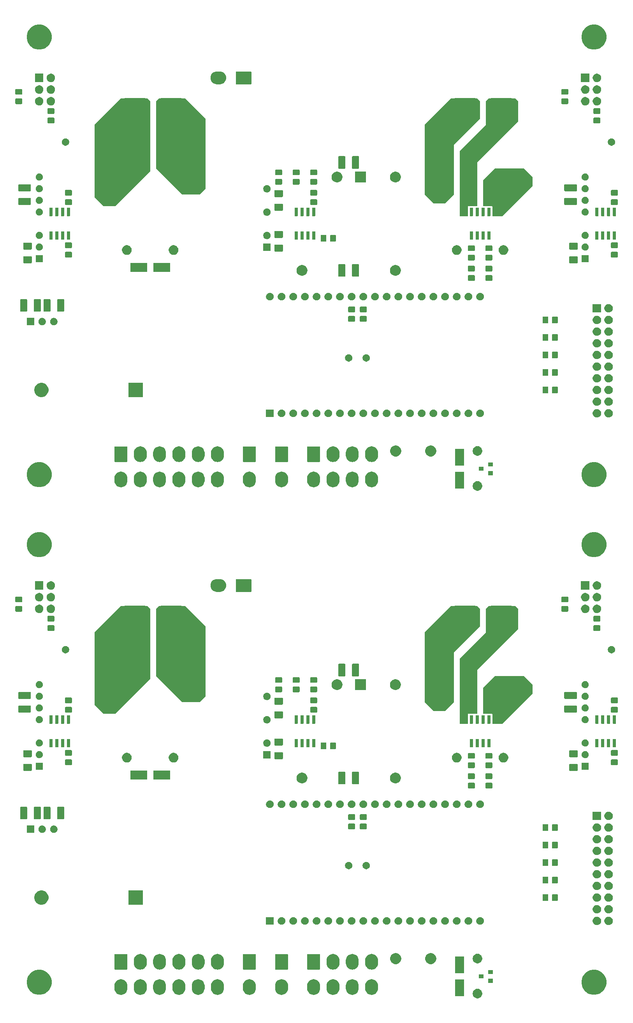
<source format=gbr>
*
%LPD*%
%LNPacMan-B_Mask*%
%FSLAX25Y25*%
%MOIN*%
%AD*%
%AD*%
%ADD10C,0.003937008*%
G54D10*
%SRX1Y1I0.0J0.0*%
G36*
G1X398612Y17342D2*
G1X398771Y16543D1*
G1X399083Y15790D1*
G1X399536Y15112D1*
G1X400112Y14536D1*
G1X400790Y14083D1*
G1X401543Y13771D1*
G1X402342Y13612D1*
G1X403158Y13612D1*
G1X403957Y13771D1*
G1X404710Y14083D1*
G1X405388Y14536D1*
G1X405964Y15112D1*
G1X406417Y15790D1*
G1X406729Y16543D1*
G1X406888Y17342D1*
G1X406888Y18158D1*
G1X406729Y18957D1*
G1X406417Y19710D1*
G1X405964Y20388D1*
G1X405388Y20964D1*
G1X404710Y21417D1*
G1X403957Y21729D1*
G1X403158Y21888D1*
G1X402342Y21888D1*
G1X401543Y21729D1*
G1X400790Y21417D1*
G1X400112Y20964D1*
G1X399536Y20388D1*
G1X399083Y19710D1*
G1X398771Y18957D1*
G1X398612Y18158D1*
G1X398612Y17342D1*
G37*
G36*
G1X383756Y29748D2*
G1X383756Y15567D1*
G1X391244Y15567D1*
G1X391244Y29748D1*
G1X383756Y29748D1*
G37*
G36*
G1X229484Y21894D2*
G1X229564Y21084D1*
G1X229879Y20044D1*
G1X230392Y19086D1*
G1X231081Y18246D1*
G1X231921Y17557D1*
G1X232879Y17045D1*
G1X233919Y16729D1*
G1X235000Y16623D1*
G1X236081Y16729D1*
G1X237121Y17045D1*
G1X238079Y17557D1*
G1X238919Y18246D1*
G1X239608Y19086D1*
G1X240121Y20044D1*
G1X240436Y21084D1*
G1X240516Y21894D1*
G1X240516Y24799D1*
G1X240436Y25609D1*
G1X240121Y26649D1*
G1X239608Y27607D1*
G1X238919Y28447D1*
G1X238079Y29136D1*
G1X237121Y29648D1*
G1X236081Y29964D1*
G1X235000Y30070D1*
G1X233919Y29964D1*
G1X232879Y29648D1*
G1X231921Y29136D1*
G1X231081Y28447D1*
G1X230392Y27607D1*
G1X229879Y26649D1*
G1X229564Y25609D1*
G1X229484Y24799D1*
G1X229484Y21894D1*
G37*
G36*
G1X91984Y21894D2*
G1X92064Y21084D1*
G1X92379Y20044D1*
G1X92892Y19086D1*
G1X93581Y18246D1*
G1X94421Y17557D1*
G1X95379Y17045D1*
G1X96419Y16729D1*
G1X97500Y16623D1*
G1X98581Y16729D1*
G1X99621Y17045D1*
G1X100579Y17557D1*
G1X101419Y18246D1*
G1X102108Y19086D1*
G1X102621Y20044D1*
G1X102936Y21084D1*
G1X103016Y21894D1*
G1X103016Y24799D1*
G1X102936Y25609D1*
G1X102621Y26649D1*
G1X102108Y27607D1*
G1X101419Y28447D1*
G1X100579Y29136D1*
G1X99621Y29648D1*
G1X98581Y29964D1*
G1X97500Y30070D1*
G1X96419Y29964D1*
G1X95379Y29648D1*
G1X94421Y29136D1*
G1X93581Y28447D1*
G1X92892Y27607D1*
G1X92379Y26649D1*
G1X92064Y25609D1*
G1X91984Y24799D1*
G1X91984Y21894D1*
G37*
G36*
G1X108520Y21894D2*
G1X108599Y21084D1*
G1X108915Y20044D1*
G1X109427Y19086D1*
G1X110116Y18246D1*
G1X110956Y17557D1*
G1X111914Y17045D1*
G1X112954Y16729D1*
G1X114035Y16623D1*
G1X115117Y16729D1*
G1X116156Y17045D1*
G1X117115Y17557D1*
G1X117955Y18246D1*
G1X118644Y19086D1*
G1X119156Y20044D1*
G1X119471Y21084D1*
G1X119551Y21894D1*
G1X119551Y24799D1*
G1X119471Y25609D1*
G1X119156Y26649D1*
G1X118644Y27607D1*
G1X117955Y28447D1*
G1X117115Y29136D1*
G1X116156Y29648D1*
G1X115117Y29964D1*
G1X114035Y30070D1*
G1X112954Y29964D1*
G1X111914Y29648D1*
G1X110956Y29136D1*
G1X110116Y28447D1*
G1X109427Y27607D1*
G1X108915Y26649D1*
G1X108599Y25609D1*
G1X108520Y24799D1*
G1X108520Y21894D1*
G37*
G36*
G1X125055Y21894D2*
G1X125135Y21084D1*
G1X125450Y20044D1*
G1X125963Y19086D1*
G1X126652Y18246D1*
G1X127492Y17557D1*
G1X128450Y17045D1*
G1X129490Y16729D1*
G1X130571Y16623D1*
G1X131652Y16729D1*
G1X132692Y17045D1*
G1X133650Y17557D1*
G1X134490Y18246D1*
G1X135179Y19086D1*
G1X135691Y20044D1*
G1X136007Y21084D1*
G1X136087Y21894D1*
G1X136087Y24799D1*
G1X136007Y25609D1*
G1X135691Y26649D1*
G1X135179Y27607D1*
G1X134490Y28447D1*
G1X133650Y29136D1*
G1X132692Y29648D1*
G1X131652Y29964D1*
G1X130571Y30070D1*
G1X129490Y29964D1*
G1X128450Y29648D1*
G1X127492Y29136D1*
G1X126652Y28447D1*
G1X125962Y27607D1*
G1X125450Y26649D1*
G1X125135Y25609D1*
G1X125055Y24799D1*
G1X125055Y21894D1*
G37*
G36*
G1X141591Y21894D2*
G1X141670Y21084D1*
G1X141986Y20044D1*
G1X142498Y19086D1*
G1X143187Y18246D1*
G1X144027Y17557D1*
G1X144985Y17045D1*
G1X146025Y16729D1*
G1X147106Y16623D1*
G1X148188Y16729D1*
G1X149227Y17045D1*
G1X150186Y17557D1*
G1X151025Y18246D1*
G1X151715Y19086D1*
G1X152227Y20044D1*
G1X152542Y21084D1*
G1X152622Y21894D1*
G1X152622Y24799D1*
G1X152542Y25609D1*
G1X152227Y26649D1*
G1X151715Y27607D1*
G1X151025Y28447D1*
G1X150186Y29136D1*
G1X149227Y29648D1*
G1X148188Y29964D1*
G1X147106Y30070D1*
G1X146025Y29964D1*
G1X144985Y29648D1*
G1X144027Y29136D1*
G1X143187Y28447D1*
G1X142498Y27607D1*
G1X141986Y26649D1*
G1X141670Y25609D1*
G1X141591Y24799D1*
G1X141591Y21894D1*
G37*
G36*
G1X158126Y21894D2*
G1X158206Y21084D1*
G1X158521Y20044D1*
G1X159033Y19086D1*
G1X159723Y18246D1*
G1X160563Y17557D1*
G1X161521Y17045D1*
G1X162560Y16729D1*
G1X163642Y16623D1*
G1X164723Y16729D1*
G1X165763Y17045D1*
G1X166721Y17557D1*
G1X167561Y18246D1*
G1X168250Y19086D1*
G1X168762Y20044D1*
G1X169078Y21084D1*
G1X169157Y21894D1*
G1X169157Y24799D1*
G1X169078Y25609D1*
G1X168762Y26649D1*
G1X168250Y27607D1*
G1X167561Y28447D1*
G1X166721Y29136D1*
G1X165763Y29648D1*
G1X164723Y29964D1*
G1X163642Y30070D1*
G1X162560Y29964D1*
G1X161521Y29648D1*
G1X160563Y29136D1*
G1X159723Y28447D1*
G1X159033Y27607D1*
G1X158521Y26649D1*
G1X158206Y25609D1*
G1X158126Y24799D1*
G1X158126Y21894D1*
G37*
G36*
G1X174661Y21894D2*
G1X174741Y21084D1*
G1X175057Y20044D1*
G1X175569Y19086D1*
G1X176258Y18246D1*
G1X177098Y17557D1*
G1X178056Y17045D1*
G1X179096Y16729D1*
G1X180177Y16623D1*
G1X181258Y16729D1*
G1X182298Y17045D1*
G1X183256Y17557D1*
G1X184096Y18246D1*
G1X184786Y19086D1*
G1X185298Y20044D1*
G1X185613Y21084D1*
G1X185693Y21894D1*
G1X185693Y24799D1*
G1X185613Y25609D1*
G1X185298Y26649D1*
G1X184786Y27607D1*
G1X184096Y28447D1*
G1X183256Y29136D1*
G1X182298Y29648D1*
G1X181258Y29964D1*
G1X180177Y30070D1*
G1X179096Y29964D1*
G1X178056Y29648D1*
G1X177098Y29136D1*
G1X176258Y28447D1*
G1X175569Y27607D1*
G1X175057Y26649D1*
G1X174741Y25609D1*
G1X174661Y24799D1*
G1X174661Y21894D1*
G37*
G36*
G1X273520Y21894D2*
G1X273599Y21084D1*
G1X273915Y20044D1*
G1X274427Y19086D1*
G1X275116Y18246D1*
G1X275956Y17557D1*
G1X276914Y17045D1*
G1X277954Y16729D1*
G1X279035Y16623D1*
G1X280117Y16729D1*
G1X281156Y17045D1*
G1X282115Y17557D1*
G1X282955Y18246D1*
G1X283644Y19086D1*
G1X284156Y20044D1*
G1X284471Y21084D1*
G1X284551Y21894D1*
G1X284551Y24799D1*
G1X284471Y25609D1*
G1X284156Y26649D1*
G1X283644Y27607D1*
G1X282955Y28447D1*
G1X282115Y29136D1*
G1X281156Y29648D1*
G1X280117Y29964D1*
G1X279035Y30070D1*
G1X277954Y29964D1*
G1X276914Y29648D1*
G1X275956Y29136D1*
G1X275116Y28447D1*
G1X274427Y27607D1*
G1X273915Y26649D1*
G1X273599Y25609D1*
G1X273520Y24799D1*
G1X273520Y21894D1*
G37*
G36*
G1X290055Y21894D2*
G1X290135Y21084D1*
G1X290450Y20044D1*
G1X290963Y19086D1*
G1X291652Y18246D1*
G1X292492Y17557D1*
G1X293450Y17045D1*
G1X294490Y16729D1*
G1X295571Y16623D1*
G1X296652Y16729D1*
G1X297692Y17045D1*
G1X298650Y17557D1*
G1X299490Y18246D1*
G1X300179Y19086D1*
G1X300691Y20044D1*
G1X301007Y21084D1*
G1X301087Y21894D1*
G1X301087Y24799D1*
G1X301007Y25609D1*
G1X300691Y26649D1*
G1X300179Y27607D1*
G1X299490Y28447D1*
G1X298650Y29136D1*
G1X297692Y29648D1*
G1X296652Y29964D1*
G1X295571Y30070D1*
G1X294490Y29964D1*
G1X293450Y29648D1*
G1X292492Y29136D1*
G1X291652Y28447D1*
G1X290962Y27607D1*
G1X290450Y26649D1*
G1X290135Y25609D1*
G1X290055Y24799D1*
G1X290055Y21894D1*
G37*
G36*
G1X306591Y21894D2*
G1X306670Y21084D1*
G1X306986Y20044D1*
G1X307498Y19086D1*
G1X308187Y18246D1*
G1X309027Y17557D1*
G1X309985Y17045D1*
G1X311025Y16729D1*
G1X312106Y16623D1*
G1X313188Y16729D1*
G1X314227Y17045D1*
G1X315186Y17557D1*
G1X316025Y18246D1*
G1X316715Y19086D1*
G1X317227Y20044D1*
G1X317542Y21084D1*
G1X317622Y21894D1*
G1X317622Y24799D1*
G1X317542Y25609D1*
G1X317227Y26649D1*
G1X316715Y27607D1*
G1X316025Y28447D1*
G1X315186Y29136D1*
G1X314227Y29648D1*
G1X313188Y29964D1*
G1X312106Y30070D1*
G1X311025Y29964D1*
G1X309985Y29648D1*
G1X309027Y29136D1*
G1X308187Y28447D1*
G1X307498Y27607D1*
G1X306986Y26649D1*
G1X306670Y25609D1*
G1X306591Y24799D1*
G1X306591Y21894D1*
G37*
G36*
G1X201984Y21894D2*
G1X202064Y21084D1*
G1X202379Y20044D1*
G1X202892Y19086D1*
G1X203581Y18246D1*
G1X204421Y17557D1*
G1X205379Y17045D1*
G1X206419Y16729D1*
G1X207500Y16623D1*
G1X208581Y16729D1*
G1X209621Y17045D1*
G1X210579Y17557D1*
G1X211419Y18246D1*
G1X212108Y19086D1*
G1X212621Y20044D1*
G1X212936Y21084D1*
G1X213016Y21894D1*
G1X213016Y24799D1*
G1X212936Y25609D1*
G1X212621Y26649D1*
G1X212108Y27607D1*
G1X211419Y28447D1*
G1X210579Y29136D1*
G1X209621Y29648D1*
G1X208581Y29964D1*
G1X207500Y30070D1*
G1X206419Y29964D1*
G1X205379Y29648D1*
G1X204421Y29136D1*
G1X203581Y28447D1*
G1X202892Y27607D1*
G1X202379Y26649D1*
G1X202064Y25609D1*
G1X201984Y24799D1*
G1X201984Y21894D1*
G37*
G36*
G1X256984Y21894D2*
G1X257064Y21084D1*
G1X257379Y20044D1*
G1X257892Y19086D1*
G1X258581Y18246D1*
G1X259421Y17557D1*
G1X260379Y17045D1*
G1X261419Y16729D1*
G1X262500Y16623D1*
G1X263581Y16729D1*
G1X264621Y17045D1*
G1X265579Y17557D1*
G1X266419Y18246D1*
G1X267108Y19086D1*
G1X267621Y20044D1*
G1X267936Y21084D1*
G1X268016Y21894D1*
G1X268016Y24799D1*
G1X267936Y25609D1*
G1X267621Y26649D1*
G1X267108Y27607D1*
G1X266419Y28447D1*
G1X265579Y29136D1*
G1X264621Y29648D1*
G1X263581Y29964D1*
G1X262500Y30070D1*
G1X261419Y29964D1*
G1X260379Y29648D1*
G1X259421Y29136D1*
G1X258581Y28447D1*
G1X257892Y27607D1*
G1X257379Y26649D1*
G1X257064Y25609D1*
G1X256984Y24799D1*
G1X256984Y21894D1*
G37*
G36*
G1X16799Y26446D2*
G1X17210Y24379D1*
G1X18017Y22431D1*
G1X19188Y20679D1*
G1X20679Y19188D1*
G1X22431Y18017D1*
G1X24379Y17210D1*
G1X26446Y16799D1*
G1X28554Y16799D1*
G1X30621Y17210D1*
G1X32569Y18017D1*
G1X34321Y19188D1*
G1X35812Y20679D1*
G1X36983Y22431D1*
G1X37790Y24379D1*
G1X38201Y26446D1*
G1X38201Y28554D1*
G1X37790Y30621D1*
G1X36983Y32569D1*
G1X35812Y34321D1*
G1X34321Y35812D1*
G1X32569Y36983D1*
G1X30621Y37790D1*
G1X28554Y38201D1*
G1X26446Y38201D1*
G1X24379Y37790D1*
G1X22431Y36983D1*
G1X20679Y35812D1*
G1X19188Y34321D1*
G1X18017Y32569D1*
G1X17210Y30621D1*
G1X16799Y28554D1*
G1X16799Y26446D1*
G37*
G36*
G1X491799Y26446D2*
G1X492210Y24379D1*
G1X493017Y22431D1*
G1X494188Y20679D1*
G1X495679Y19188D1*
G1X497431Y18017D1*
G1X499379Y17210D1*
G1X501446Y16799D1*
G1X503554Y16799D1*
G1X505621Y17210D1*
G1X507569Y18017D1*
G1X509321Y19188D1*
G1X510812Y20679D1*
G1X511983Y22431D1*
G1X512790Y24379D1*
G1X513201Y26446D1*
G1X513201Y28554D1*
G1X512790Y30621D1*
G1X511983Y32569D1*
G1X510812Y34321D1*
G1X509321Y35812D1*
G1X507569Y36983D1*
G1X505621Y37790D1*
G1X503554Y38201D1*
G1X501446Y38201D1*
G1X499379Y37790D1*
G1X497431Y36983D1*
G1X495679Y35812D1*
G1X494188Y34321D1*
G1X493017Y32569D1*
G1X492210Y30621D1*
G1X491799Y28554D1*
G1X491799Y26446D1*
G37*
G36*
G1X411965Y30535D2*
G1X411965Y26984D1*
G1X415909Y26984D1*
G1X415909Y30535D1*
G1X411965Y30535D1*
G37*
G36*
G1X404091Y34276D2*
G1X404091Y30724D1*
G1X408035Y30724D1*
G1X408035Y34276D1*
G1X404091Y34276D1*
G37*
G36*
G1X411965Y38016D2*
G1X411965Y34465D1*
G1X415909Y34465D1*
G1X415909Y38016D1*
G1X411965Y38016D1*
G37*
G36*
G1X383756Y49433D2*
G1X383756Y35252D1*
G1X391244Y35252D1*
G1X391244Y49433D1*
G1X383756Y49433D1*
G37*
G36*
G1X174661Y43548D2*
G1X174741Y42738D1*
G1X175057Y41698D1*
G1X175569Y40740D1*
G1X176258Y39900D1*
G1X177098Y39211D1*
G1X178056Y38698D1*
G1X179096Y38383D1*
G1X180177Y38276D1*
G1X181258Y38383D1*
G1X182298Y38698D1*
G1X183256Y39211D1*
G1X184096Y39900D1*
G1X184786Y40740D1*
G1X185298Y41698D1*
G1X185613Y42738D1*
G1X185693Y43548D1*
G1X185693Y46452D1*
G1X185613Y47262D1*
G1X185298Y48302D1*
G1X184786Y49260D1*
G1X184096Y50100D1*
G1X183256Y50789D1*
G1X182298Y51302D1*
G1X181258Y51617D1*
G1X180177Y51724D1*
G1X179096Y51617D1*
G1X178056Y51302D1*
G1X177098Y50789D1*
G1X176258Y50100D1*
G1X175569Y49260D1*
G1X175057Y48302D1*
G1X174741Y47262D1*
G1X174661Y46452D1*
G1X174661Y43548D1*
G37*
G36*
G1X306591Y43548D2*
G1X306670Y42738D1*
G1X306986Y41698D1*
G1X307498Y40740D1*
G1X308187Y39900D1*
G1X309027Y39211D1*
G1X309985Y38698D1*
G1X311025Y38383D1*
G1X312106Y38276D1*
G1X313188Y38383D1*
G1X314227Y38698D1*
G1X315186Y39211D1*
G1X316025Y39900D1*
G1X316715Y40740D1*
G1X317227Y41698D1*
G1X317542Y42738D1*
G1X317622Y43548D1*
G1X317622Y46452D1*
G1X317542Y47262D1*
G1X317227Y48302D1*
G1X316715Y49260D1*
G1X316025Y50100D1*
G1X315186Y50789D1*
G1X314227Y51302D1*
G1X313188Y51617D1*
G1X312106Y51724D1*
G1X311025Y51617D1*
G1X309985Y51302D1*
G1X309027Y50789D1*
G1X308187Y50100D1*
G1X307498Y49260D1*
G1X306986Y48302D1*
G1X306670Y47262D1*
G1X306591Y46452D1*
G1X306591Y43548D1*
G37*
G36*
G1X290055Y43548D2*
G1X290135Y42738D1*
G1X290450Y41698D1*
G1X290963Y40740D1*
G1X291652Y39900D1*
G1X292492Y39211D1*
G1X293450Y38698D1*
G1X294490Y38383D1*
G1X295571Y38276D1*
G1X296652Y38383D1*
G1X297692Y38698D1*
G1X298650Y39211D1*
G1X299490Y39900D1*
G1X300179Y40740D1*
G1X300691Y41698D1*
G1X301007Y42738D1*
G1X301087Y43548D1*
G1X301087Y46452D1*
G1X301007Y47262D1*
G1X300691Y48302D1*
G1X300179Y49260D1*
G1X299490Y50100D1*
G1X298650Y50789D1*
G1X297692Y51302D1*
G1X296652Y51617D1*
G1X295571Y51724D1*
G1X294490Y51617D1*
G1X293450Y51302D1*
G1X292492Y50789D1*
G1X291652Y50100D1*
G1X290962Y49260D1*
G1X290450Y48302D1*
G1X290135Y47262D1*
G1X290055Y46452D1*
G1X290055Y43548D1*
G37*
G36*
G1X273520Y43548D2*
G1X273599Y42738D1*
G1X273915Y41698D1*
G1X274427Y40740D1*
G1X275116Y39900D1*
G1X275956Y39211D1*
G1X276914Y38698D1*
G1X277954Y38383D1*
G1X279035Y38276D1*
G1X280117Y38383D1*
G1X281156Y38698D1*
G1X282115Y39211D1*
G1X282955Y39900D1*
G1X283644Y40740D1*
G1X284156Y41698D1*
G1X284471Y42738D1*
G1X284551Y43548D1*
G1X284551Y46452D1*
G1X284471Y47262D1*
G1X284156Y48302D1*
G1X283644Y49260D1*
G1X282955Y50100D1*
G1X282115Y50789D1*
G1X281156Y51302D1*
G1X280117Y51617D1*
G1X279035Y51724D1*
G1X277954Y51617D1*
G1X276914Y51302D1*
G1X275956Y50789D1*
G1X275116Y50100D1*
G1X274427Y49260D1*
G1X273915Y48302D1*
G1X273599Y47262D1*
G1X273520Y46452D1*
G1X273520Y43548D1*
G37*
G36*
G1X158126Y43548D2*
G1X158206Y42738D1*
G1X158521Y41698D1*
G1X159033Y40740D1*
G1X159723Y39900D1*
G1X160563Y39211D1*
G1X161521Y38698D1*
G1X162560Y38383D1*
G1X163642Y38276D1*
G1X164723Y38383D1*
G1X165763Y38698D1*
G1X166721Y39211D1*
G1X167561Y39900D1*
G1X168250Y40740D1*
G1X168762Y41698D1*
G1X169078Y42738D1*
G1X169157Y43548D1*
G1X169157Y46452D1*
G1X169078Y47262D1*
G1X168762Y48302D1*
G1X168250Y49260D1*
G1X167561Y50100D1*
G1X166721Y50789D1*
G1X165763Y51302D1*
G1X164723Y51617D1*
G1X163642Y51724D1*
G1X162560Y51617D1*
G1X161521Y51302D1*
G1X160563Y50789D1*
G1X159723Y50100D1*
G1X159033Y49260D1*
G1X158521Y48302D1*
G1X158206Y47262D1*
G1X158126Y46452D1*
G1X158126Y43548D1*
G37*
G36*
G1X141591Y43548D2*
G1X141670Y42738D1*
G1X141986Y41698D1*
G1X142498Y40740D1*
G1X143187Y39900D1*
G1X144027Y39211D1*
G1X144985Y38698D1*
G1X146025Y38383D1*
G1X147106Y38276D1*
G1X148188Y38383D1*
G1X149227Y38698D1*
G1X150186Y39211D1*
G1X151025Y39900D1*
G1X151715Y40740D1*
G1X152227Y41698D1*
G1X152542Y42738D1*
G1X152622Y43548D1*
G1X152622Y46452D1*
G1X152542Y47262D1*
G1X152227Y48302D1*
G1X151715Y49260D1*
G1X151025Y50100D1*
G1X150186Y50789D1*
G1X149227Y51302D1*
G1X148188Y51617D1*
G1X147106Y51724D1*
G1X146025Y51617D1*
G1X144985Y51302D1*
G1X144027Y50789D1*
G1X143187Y50100D1*
G1X142498Y49260D1*
G1X141986Y48302D1*
G1X141670Y47262D1*
G1X141591Y46452D1*
G1X141591Y43548D1*
G37*
G36*
G1X125055Y43548D2*
G1X125135Y42738D1*
G1X125450Y41698D1*
G1X125963Y40740D1*
G1X126652Y39900D1*
G1X127492Y39211D1*
G1X128450Y38698D1*
G1X129490Y38383D1*
G1X130571Y38276D1*
G1X131652Y38383D1*
G1X132692Y38698D1*
G1X133650Y39211D1*
G1X134490Y39900D1*
G1X135179Y40740D1*
G1X135691Y41698D1*
G1X136007Y42738D1*
G1X136087Y43548D1*
G1X136087Y46452D1*
G1X136007Y47262D1*
G1X135691Y48302D1*
G1X135179Y49260D1*
G1X134490Y50100D1*
G1X133650Y50789D1*
G1X132692Y51302D1*
G1X131652Y51617D1*
G1X130571Y51724D1*
G1X129490Y51617D1*
G1X128450Y51302D1*
G1X127492Y50789D1*
G1X126652Y50100D1*
G1X125962Y49260D1*
G1X125450Y48302D1*
G1X125135Y47262D1*
G1X125055Y46452D1*
G1X125055Y43548D1*
G37*
G36*
G1X108520Y43548D2*
G1X108599Y42738D1*
G1X108915Y41698D1*
G1X109427Y40740D1*
G1X110116Y39900D1*
G1X110956Y39211D1*
G1X111914Y38698D1*
G1X112954Y38383D1*
G1X114035Y38276D1*
G1X115117Y38383D1*
G1X116156Y38698D1*
G1X117115Y39211D1*
G1X117955Y39900D1*
G1X118644Y40740D1*
G1X119156Y41698D1*
G1X119471Y42738D1*
G1X119551Y43548D1*
G1X119551Y46452D1*
G1X119471Y47262D1*
G1X119156Y48302D1*
G1X118644Y49260D1*
G1X117955Y50100D1*
G1X117115Y50789D1*
G1X116156Y51302D1*
G1X115117Y51617D1*
G1X114035Y51724D1*
G1X112954Y51617D1*
G1X111914Y51302D1*
G1X110956Y50789D1*
G1X110116Y50100D1*
G1X109427Y49260D1*
G1X108915Y48302D1*
G1X108599Y47262D1*
G1X108520Y46452D1*
G1X108520Y43548D1*
G37*
G36*
G1X91984Y38948D2*
G1X91999Y38803D1*
G1X92034Y38687D1*
G1X92091Y38580D1*
G1X92168Y38487D1*
G1X92261Y38410D1*
G1X92368Y38353D1*
G1X92484Y38317D1*
G1X92629Y38303D1*
G1X102371Y38303D1*
G1X102516Y38317D1*
G1X102632Y38353D1*
G1X102739Y38410D1*
G1X102832Y38487D1*
G1X102909Y38580D1*
G1X102966Y38687D1*
G1X103001Y38803D1*
G1X103016Y38948D1*
G1X103016Y51052D1*
G1X103001Y51197D1*
G1X102966Y51313D1*
G1X102909Y51420D1*
G1X102832Y51513D1*
G1X102739Y51590D1*
G1X102632Y51647D1*
G1X102516Y51683D1*
G1X102371Y51697D1*
G1X92629Y51697D1*
G1X92484Y51683D1*
G1X92368Y51647D1*
G1X92261Y51590D1*
G1X92168Y51513D1*
G1X92091Y51420D1*
G1X92034Y51313D1*
G1X91999Y51197D1*
G1X91984Y51052D1*
G1X91984Y38948D1*
G37*
G36*
G1X256984Y38948D2*
G1X256999Y38803D1*
G1X257034Y38687D1*
G1X257091Y38580D1*
G1X257168Y38487D1*
G1X257261Y38410D1*
G1X257368Y38353D1*
G1X257484Y38317D1*
G1X257629Y38303D1*
G1X267371Y38303D1*
G1X267516Y38317D1*
G1X267632Y38353D1*
G1X267739Y38410D1*
G1X267832Y38487D1*
G1X267909Y38580D1*
G1X267966Y38687D1*
G1X268001Y38803D1*
G1X268016Y38948D1*
G1X268016Y51052D1*
G1X268001Y51197D1*
G1X267966Y51313D1*
G1X267909Y51420D1*
G1X267832Y51513D1*
G1X267739Y51590D1*
G1X267632Y51647D1*
G1X267516Y51683D1*
G1X267371Y51697D1*
G1X257629Y51697D1*
G1X257484Y51683D1*
G1X257368Y51647D1*
G1X257261Y51590D1*
G1X257168Y51513D1*
G1X257091Y51420D1*
G1X257034Y51313D1*
G1X256999Y51197D1*
G1X256984Y51052D1*
G1X256984Y38948D1*
G37*
G36*
G1X201984Y38948D2*
G1X201999Y38803D1*
G1X202034Y38687D1*
G1X202091Y38580D1*
G1X202168Y38487D1*
G1X202261Y38410D1*
G1X202368Y38353D1*
G1X202484Y38317D1*
G1X202629Y38303D1*
G1X212371Y38303D1*
G1X212516Y38317D1*
G1X212632Y38353D1*
G1X212739Y38410D1*
G1X212832Y38487D1*
G1X212909Y38580D1*
G1X212966Y38687D1*
G1X213001Y38803D1*
G1X213016Y38948D1*
G1X213016Y51052D1*
G1X213001Y51197D1*
G1X212966Y51313D1*
G1X212909Y51420D1*
G1X212832Y51513D1*
G1X212739Y51590D1*
G1X212632Y51647D1*
G1X212516Y51683D1*
G1X212371Y51697D1*
G1X202629Y51697D1*
G1X202484Y51683D1*
G1X202368Y51647D1*
G1X202261Y51590D1*
G1X202168Y51513D1*
G1X202091Y51420D1*
G1X202034Y51313D1*
G1X201999Y51197D1*
G1X201984Y51052D1*
G1X201984Y38948D1*
G37*
G36*
G1X229484Y38948D2*
G1X229499Y38803D1*
G1X229534Y38687D1*
G1X229591Y38580D1*
G1X229668Y38487D1*
G1X229761Y38410D1*
G1X229868Y38353D1*
G1X229984Y38317D1*
G1X230129Y38303D1*
G1X239871Y38303D1*
G1X240016Y38317D1*
G1X240132Y38353D1*
G1X240239Y38410D1*
G1X240332Y38487D1*
G1X240409Y38580D1*
G1X240466Y38687D1*
G1X240501Y38803D1*
G1X240516Y38948D1*
G1X240516Y51052D1*
G1X240501Y51197D1*
G1X240466Y51313D1*
G1X240409Y51420D1*
G1X240332Y51513D1*
G1X240239Y51590D1*
G1X240132Y51647D1*
G1X240016Y51683D1*
G1X239871Y51697D1*
G1X230129Y51697D1*
G1X229984Y51683D1*
G1X229868Y51647D1*
G1X229761Y51590D1*
G1X229668Y51513D1*
G1X229591Y51420D1*
G1X229534Y51313D1*
G1X229499Y51197D1*
G1X229484Y51052D1*
G1X229484Y38948D1*
G37*
G36*
G1X328022Y47284D2*
G1X328203Y46371D1*
G1X328560Y45510D1*
G1X329077Y44736D1*
G1X329736Y44077D1*
G1X330510Y43560D1*
G1X331371Y43203D1*
G1X332284Y43022D1*
G1X333216Y43022D1*
G1X334129Y43203D1*
G1X334990Y43560D1*
G1X335764Y44077D1*
G1X336423Y44736D1*
G1X336940Y45510D1*
G1X337297Y46371D1*
G1X337478Y47284D1*
G1X337478Y48216D1*
G1X337297Y49129D1*
G1X336940Y49990D1*
G1X336423Y50764D1*
G1X335764Y51423D1*
G1X334990Y51940D1*
G1X334129Y52297D1*
G1X333216Y52478D1*
G1X332284Y52478D1*
G1X331371Y52297D1*
G1X330510Y51940D1*
G1X329736Y51423D1*
G1X329077Y50764D1*
G1X328560Y49990D1*
G1X328203Y49129D1*
G1X328022Y48216D1*
G1X328022Y47284D1*
G37*
G36*
G1X358022Y47284D2*
G1X358203Y46371D1*
G1X358560Y45510D1*
G1X359077Y44736D1*
G1X359736Y44077D1*
G1X360510Y43560D1*
G1X361371Y43203D1*
G1X362284Y43022D1*
G1X363216Y43022D1*
G1X364129Y43203D1*
G1X364990Y43560D1*
G1X365764Y44077D1*
G1X366423Y44736D1*
G1X366940Y45510D1*
G1X367297Y46371D1*
G1X367478Y47284D1*
G1X367478Y48216D1*
G1X367297Y49129D1*
G1X366940Y49990D1*
G1X366423Y50764D1*
G1X365764Y51423D1*
G1X364990Y51940D1*
G1X364129Y52297D1*
G1X363216Y52478D1*
G1X362284Y52478D1*
G1X361371Y52297D1*
G1X360510Y51940D1*
G1X359736Y51423D1*
G1X359077Y50764D1*
G1X358560Y49990D1*
G1X358203Y49129D1*
G1X358022Y48216D1*
G1X358022Y47284D1*
G37*
G36*
G1X398612Y47342D2*
G1X398771Y46543D1*
G1X399083Y45790D1*
G1X399536Y45112D1*
G1X400112Y44536D1*
G1X400790Y44083D1*
G1X401543Y43771D1*
G1X402342Y43612D1*
G1X403158Y43612D1*
G1X403957Y43771D1*
G1X404710Y44083D1*
G1X405388Y44536D1*
G1X405964Y45112D1*
G1X406417Y45790D1*
G1X406729Y46543D1*
G1X406888Y47342D1*
G1X406888Y48158D1*
G1X406729Y48957D1*
G1X406417Y49710D1*
G1X405964Y50388D1*
G1X405388Y50964D1*
G1X404710Y51417D1*
G1X403957Y51729D1*
G1X403158Y51888D1*
G1X402342Y51888D1*
G1X401543Y51729D1*
G1X400790Y51417D1*
G1X400112Y50964D1*
G1X399536Y50388D1*
G1X399083Y49710D1*
G1X398771Y48957D1*
G1X398612Y48158D1*
G1X398612Y47342D1*
G37*
G36*
G1X501399Y79645D2*
G1X501538Y78950D1*
G1X501809Y78294D1*
G1X502203Y77705D1*
G1X502705Y77203D1*
G1X503294Y76809D1*
G1X503950Y76538D1*
G1X504645Y76399D1*
G1X505355Y76399D1*
G1X506050Y76538D1*
G1X506706Y76809D1*
G1X507295Y77203D1*
G1X507797Y77705D1*
G1X508191Y78294D1*
G1X508462Y78950D1*
G1X508601Y79645D1*
G1X508601Y80355D1*
G1X508462Y81050D1*
G1X508191Y81706D1*
G1X507797Y82295D1*
G1X507295Y82797D1*
G1X506706Y83191D1*
G1X506050Y83462D1*
G1X505355Y83601D1*
G1X504645Y83601D1*
G1X503950Y83462D1*
G1X503294Y83191D1*
G1X502705Y82797D1*
G1X502203Y82295D1*
G1X501809Y81706D1*
G1X501538Y81050D1*
G1X501399Y80355D1*
G1X501399Y79645D1*
G37*
G36*
G1X511399Y79645D2*
G1X511538Y78950D1*
G1X511809Y78294D1*
G1X512203Y77705D1*
G1X512705Y77203D1*
G1X513294Y76809D1*
G1X513950Y76538D1*
G1X514645Y76399D1*
G1X515355Y76399D1*
G1X516050Y76538D1*
G1X516706Y76809D1*
G1X517295Y77203D1*
G1X517797Y77705D1*
G1X518191Y78294D1*
G1X518462Y78950D1*
G1X518601Y79645D1*
G1X518601Y80355D1*
G1X518462Y81050D1*
G1X518191Y81706D1*
G1X517797Y82295D1*
G1X517295Y82797D1*
G1X516706Y83191D1*
G1X516050Y83462D1*
G1X515355Y83601D1*
G1X514645Y83601D1*
G1X513950Y83462D1*
G1X513294Y83191D1*
G1X512705Y82797D1*
G1X512203Y82295D1*
G1X511809Y81706D1*
G1X511538Y81050D1*
G1X511399Y80355D1*
G1X511399Y79645D1*
G37*
G36*
G1X381728Y79678D2*
G1X381854Y79046D1*
G1X382101Y78450D1*
G1X382459Y77914D1*
G1X382914Y77459D1*
G1X383450Y77101D1*
G1X384046Y76854D1*
G1X384678Y76728D1*
G1X385322Y76728D1*
G1X385954Y76854D1*
G1X386550Y77101D1*
G1X387086Y77459D1*
G1X387541Y77914D1*
G1X387899Y78450D1*
G1X388146Y79046D1*
G1X388272Y79678D1*
G1X388272Y80322D1*
G1X388146Y80954D1*
G1X387899Y81550D1*
G1X387541Y82086D1*
G1X387086Y82541D1*
G1X386550Y82899D1*
G1X385954Y83146D1*
G1X385322Y83272D1*
G1X384678Y83272D1*
G1X384046Y83146D1*
G1X383450Y82899D1*
G1X382914Y82541D1*
G1X382459Y82086D1*
G1X382101Y81550D1*
G1X381854Y80954D1*
G1X381728Y80322D1*
G1X381728Y79678D1*
G37*
G36*
G1X301728Y79678D2*
G1X301854Y79046D1*
G1X302101Y78450D1*
G1X302459Y77914D1*
G1X302914Y77459D1*
G1X303450Y77101D1*
G1X304046Y76854D1*
G1X304678Y76728D1*
G1X305322Y76728D1*
G1X305954Y76854D1*
G1X306550Y77101D1*
G1X307086Y77459D1*
G1X307541Y77914D1*
G1X307899Y78450D1*
G1X308146Y79046D1*
G1X308272Y79678D1*
G1X308272Y80322D1*
G1X308146Y80954D1*
G1X307899Y81550D1*
G1X307541Y82086D1*
G1X307086Y82541D1*
G1X306550Y82899D1*
G1X305954Y83146D1*
G1X305322Y83272D1*
G1X304678Y83272D1*
G1X304046Y83146D1*
G1X303450Y82899D1*
G1X302914Y82541D1*
G1X302459Y82086D1*
G1X302101Y81550D1*
G1X301854Y80954D1*
G1X301728Y80322D1*
G1X301728Y79678D1*
G37*
G36*
G1X311728Y79678D2*
G1X311854Y79046D1*
G1X312101Y78450D1*
G1X312459Y77914D1*
G1X312914Y77459D1*
G1X313450Y77101D1*
G1X314046Y76854D1*
G1X314678Y76728D1*
G1X315322Y76728D1*
G1X315954Y76854D1*
G1X316550Y77101D1*
G1X317086Y77459D1*
G1X317541Y77914D1*
G1X317899Y78450D1*
G1X318146Y79046D1*
G1X318272Y79678D1*
G1X318272Y80322D1*
G1X318146Y80954D1*
G1X317899Y81550D1*
G1X317541Y82086D1*
G1X317086Y82541D1*
G1X316550Y82899D1*
G1X315954Y83146D1*
G1X315322Y83272D1*
G1X314678Y83272D1*
G1X314046Y83146D1*
G1X313450Y82899D1*
G1X312914Y82541D1*
G1X312459Y82086D1*
G1X312101Y81550D1*
G1X311854Y80954D1*
G1X311728Y80322D1*
G1X311728Y79678D1*
G37*
G36*
G1X321728Y79678D2*
G1X321854Y79046D1*
G1X322101Y78450D1*
G1X322459Y77914D1*
G1X322914Y77459D1*
G1X323450Y77101D1*
G1X324046Y76854D1*
G1X324678Y76728D1*
G1X325322Y76728D1*
G1X325954Y76854D1*
G1X326550Y77101D1*
G1X327086Y77459D1*
G1X327541Y77914D1*
G1X327899Y78450D1*
G1X328146Y79046D1*
G1X328272Y79678D1*
G1X328272Y80322D1*
G1X328146Y80954D1*
G1X327899Y81550D1*
G1X327541Y82086D1*
G1X327086Y82541D1*
G1X326550Y82899D1*
G1X325954Y83146D1*
G1X325322Y83272D1*
G1X324678Y83272D1*
G1X324046Y83146D1*
G1X323450Y82899D1*
G1X322914Y82541D1*
G1X322459Y82086D1*
G1X322101Y81550D1*
G1X321854Y80954D1*
G1X321728Y80322D1*
G1X321728Y79678D1*
G37*
G36*
G1X331728Y79678D2*
G1X331854Y79046D1*
G1X332101Y78450D1*
G1X332459Y77914D1*
G1X332914Y77459D1*
G1X333450Y77101D1*
G1X334046Y76854D1*
G1X334678Y76728D1*
G1X335322Y76728D1*
G1X335954Y76854D1*
G1X336550Y77101D1*
G1X337086Y77459D1*
G1X337541Y77914D1*
G1X337899Y78450D1*
G1X338146Y79046D1*
G1X338272Y79678D1*
G1X338272Y80322D1*
G1X338146Y80954D1*
G1X337899Y81550D1*
G1X337541Y82086D1*
G1X337086Y82541D1*
G1X336550Y82899D1*
G1X335954Y83146D1*
G1X335322Y83272D1*
G1X334678Y83272D1*
G1X334046Y83146D1*
G1X333450Y82899D1*
G1X332914Y82541D1*
G1X332459Y82086D1*
G1X332101Y81550D1*
G1X331854Y80954D1*
G1X331728Y80322D1*
G1X331728Y79678D1*
G37*
G36*
G1X341728Y79678D2*
G1X341854Y79046D1*
G1X342101Y78450D1*
G1X342459Y77914D1*
G1X342914Y77459D1*
G1X343450Y77101D1*
G1X344046Y76854D1*
G1X344678Y76728D1*
G1X345322Y76728D1*
G1X345954Y76854D1*
G1X346550Y77101D1*
G1X347086Y77459D1*
G1X347541Y77914D1*
G1X347899Y78450D1*
G1X348146Y79046D1*
G1X348272Y79678D1*
G1X348272Y80322D1*
G1X348146Y80954D1*
G1X347899Y81550D1*
G1X347541Y82086D1*
G1X347086Y82541D1*
G1X346550Y82899D1*
G1X345954Y83146D1*
G1X345322Y83272D1*
G1X344678Y83272D1*
G1X344046Y83146D1*
G1X343450Y82899D1*
G1X342914Y82541D1*
G1X342459Y82086D1*
G1X342101Y81550D1*
G1X341854Y80954D1*
G1X341728Y80322D1*
G1X341728Y79678D1*
G37*
G36*
G1X371728Y79678D2*
G1X371854Y79046D1*
G1X372101Y78450D1*
G1X372459Y77914D1*
G1X372914Y77459D1*
G1X373450Y77101D1*
G1X374046Y76854D1*
G1X374678Y76728D1*
G1X375322Y76728D1*
G1X375954Y76854D1*
G1X376550Y77101D1*
G1X377086Y77459D1*
G1X377541Y77914D1*
G1X377899Y78450D1*
G1X378146Y79046D1*
G1X378272Y79678D1*
G1X378272Y80322D1*
G1X378146Y80954D1*
G1X377899Y81550D1*
G1X377541Y82086D1*
G1X377086Y82541D1*
G1X376550Y82899D1*
G1X375954Y83146D1*
G1X375322Y83272D1*
G1X374678Y83272D1*
G1X374046Y83146D1*
G1X373450Y82899D1*
G1X372914Y82541D1*
G1X372459Y82086D1*
G1X372101Y81550D1*
G1X371854Y80954D1*
G1X371728Y80322D1*
G1X371728Y79678D1*
G37*
G36*
G1X361728Y79678D2*
G1X361854Y79046D1*
G1X362101Y78450D1*
G1X362459Y77914D1*
G1X362914Y77459D1*
G1X363450Y77101D1*
G1X364046Y76854D1*
G1X364678Y76728D1*
G1X365322Y76728D1*
G1X365954Y76854D1*
G1X366550Y77101D1*
G1X367086Y77459D1*
G1X367541Y77914D1*
G1X367899Y78450D1*
G1X368146Y79046D1*
G1X368272Y79678D1*
G1X368272Y80322D1*
G1X368146Y80954D1*
G1X367899Y81550D1*
G1X367541Y82086D1*
G1X367086Y82541D1*
G1X366550Y82899D1*
G1X365954Y83146D1*
G1X365322Y83272D1*
G1X364678Y83272D1*
G1X364046Y83146D1*
G1X363450Y82899D1*
G1X362914Y82541D1*
G1X362459Y82086D1*
G1X362101Y81550D1*
G1X361854Y80954D1*
G1X361728Y80322D1*
G1X361728Y79678D1*
G37*
G36*
G1X351728Y79678D2*
G1X351854Y79046D1*
G1X352101Y78450D1*
G1X352459Y77914D1*
G1X352914Y77459D1*
G1X353450Y77101D1*
G1X354046Y76854D1*
G1X354678Y76728D1*
G1X355322Y76728D1*
G1X355954Y76854D1*
G1X356550Y77101D1*
G1X357086Y77459D1*
G1X357541Y77914D1*
G1X357899Y78450D1*
G1X358146Y79046D1*
G1X358272Y79678D1*
G1X358272Y80322D1*
G1X358146Y80954D1*
G1X357899Y81550D1*
G1X357541Y82086D1*
G1X357086Y82541D1*
G1X356550Y82899D1*
G1X355954Y83146D1*
G1X355322Y83272D1*
G1X354678Y83272D1*
G1X354046Y83146D1*
G1X353450Y82899D1*
G1X352914Y82541D1*
G1X352459Y82086D1*
G1X352101Y81550D1*
G1X351854Y80954D1*
G1X351728Y80322D1*
G1X351728Y79678D1*
G37*
G36*
G1X291728Y79678D2*
G1X291854Y79046D1*
G1X292101Y78450D1*
G1X292459Y77914D1*
G1X292914Y77459D1*
G1X293450Y77101D1*
G1X294046Y76854D1*
G1X294678Y76728D1*
G1X295322Y76728D1*
G1X295954Y76854D1*
G1X296550Y77101D1*
G1X297086Y77459D1*
G1X297541Y77914D1*
G1X297899Y78450D1*
G1X298146Y79046D1*
G1X298272Y79678D1*
G1X298272Y80322D1*
G1X298146Y80954D1*
G1X297899Y81550D1*
G1X297541Y82086D1*
G1X297086Y82541D1*
G1X296550Y82899D1*
G1X295954Y83146D1*
G1X295322Y83272D1*
G1X294678Y83272D1*
G1X294046Y83146D1*
G1X293450Y82899D1*
G1X292914Y82541D1*
G1X292459Y82086D1*
G1X292101Y81550D1*
G1X291854Y80954D1*
G1X291728Y80322D1*
G1X291728Y79678D1*
G37*
G36*
G1X271728Y79678D2*
G1X271854Y79046D1*
G1X272101Y78450D1*
G1X272459Y77914D1*
G1X272914Y77459D1*
G1X273450Y77101D1*
G1X274046Y76854D1*
G1X274678Y76728D1*
G1X275322Y76728D1*
G1X275954Y76854D1*
G1X276550Y77101D1*
G1X277086Y77459D1*
G1X277541Y77914D1*
G1X277899Y78450D1*
G1X278146Y79046D1*
G1X278272Y79678D1*
G1X278272Y80322D1*
G1X278146Y80954D1*
G1X277899Y81550D1*
G1X277541Y82086D1*
G1X277086Y82541D1*
G1X276550Y82899D1*
G1X275954Y83146D1*
G1X275322Y83272D1*
G1X274678Y83272D1*
G1X274046Y83146D1*
G1X273450Y82899D1*
G1X272914Y82541D1*
G1X272459Y82086D1*
G1X272101Y81550D1*
G1X271854Y80954D1*
G1X271728Y80322D1*
G1X271728Y79678D1*
G37*
G36*
G1X261728Y79678D2*
G1X261854Y79046D1*
G1X262101Y78450D1*
G1X262459Y77914D1*
G1X262914Y77459D1*
G1X263450Y77101D1*
G1X264046Y76854D1*
G1X264678Y76728D1*
G1X265322Y76728D1*
G1X265954Y76854D1*
G1X266550Y77101D1*
G1X267086Y77459D1*
G1X267541Y77914D1*
G1X267899Y78450D1*
G1X268146Y79046D1*
G1X268272Y79678D1*
G1X268272Y80322D1*
G1X268146Y80954D1*
G1X267899Y81550D1*
G1X267541Y82086D1*
G1X267086Y82541D1*
G1X266550Y82899D1*
G1X265954Y83146D1*
G1X265322Y83272D1*
G1X264678Y83272D1*
G1X264046Y83146D1*
G1X263450Y82899D1*
G1X262914Y82541D1*
G1X262459Y82086D1*
G1X262101Y81550D1*
G1X261854Y80954D1*
G1X261728Y80322D1*
G1X261728Y79678D1*
G37*
G36*
G1X251728Y79678D2*
G1X251854Y79046D1*
G1X252101Y78450D1*
G1X252459Y77914D1*
G1X252914Y77459D1*
G1X253450Y77101D1*
G1X254046Y76854D1*
G1X254678Y76728D1*
G1X255322Y76728D1*
G1X255954Y76854D1*
G1X256550Y77101D1*
G1X257086Y77459D1*
G1X257541Y77914D1*
G1X257899Y78450D1*
G1X258146Y79046D1*
G1X258272Y79678D1*
G1X258272Y80322D1*
G1X258146Y80954D1*
G1X257899Y81550D1*
G1X257541Y82086D1*
G1X257086Y82541D1*
G1X256550Y82899D1*
G1X255954Y83146D1*
G1X255322Y83272D1*
G1X254678Y83272D1*
G1X254046Y83146D1*
G1X253450Y82899D1*
G1X252914Y82541D1*
G1X252459Y82086D1*
G1X252101Y81550D1*
G1X251854Y80954D1*
G1X251728Y80322D1*
G1X251728Y79678D1*
G37*
G36*
G1X241728Y79678D2*
G1X241854Y79046D1*
G1X242101Y78450D1*
G1X242459Y77914D1*
G1X242914Y77459D1*
G1X243450Y77101D1*
G1X244046Y76854D1*
G1X244678Y76728D1*
G1X245322Y76728D1*
G1X245954Y76854D1*
G1X246550Y77101D1*
G1X247086Y77459D1*
G1X247541Y77914D1*
G1X247899Y78450D1*
G1X248146Y79046D1*
G1X248272Y79678D1*
G1X248272Y80322D1*
G1X248146Y80954D1*
G1X247899Y81550D1*
G1X247541Y82086D1*
G1X247086Y82541D1*
G1X246550Y82899D1*
G1X245954Y83146D1*
G1X245322Y83272D1*
G1X244678Y83272D1*
G1X244046Y83146D1*
G1X243450Y82899D1*
G1X242914Y82541D1*
G1X242459Y82086D1*
G1X242101Y81550D1*
G1X241854Y80954D1*
G1X241728Y80322D1*
G1X241728Y79678D1*
G37*
G36*
G1X231728Y79678D2*
G1X231854Y79046D1*
G1X232101Y78450D1*
G1X232459Y77914D1*
G1X232914Y77459D1*
G1X233450Y77101D1*
G1X234046Y76854D1*
G1X234678Y76728D1*
G1X235322Y76728D1*
G1X235954Y76854D1*
G1X236550Y77101D1*
G1X237086Y77459D1*
G1X237541Y77914D1*
G1X237899Y78450D1*
G1X238146Y79046D1*
G1X238272Y79678D1*
G1X238272Y80322D1*
G1X238146Y80954D1*
G1X237899Y81550D1*
G1X237541Y82086D1*
G1X237086Y82541D1*
G1X236550Y82899D1*
G1X235954Y83146D1*
G1X235322Y83272D1*
G1X234678Y83272D1*
G1X234046Y83146D1*
G1X233450Y82899D1*
G1X232914Y82541D1*
G1X232459Y82086D1*
G1X232101Y81550D1*
G1X231854Y80954D1*
G1X231728Y80322D1*
G1X231728Y79678D1*
G37*
G36*
G1X221728Y83272D2*
G1X221728Y76728D1*
G1X228272Y76728D1*
G1X228272Y83272D1*
G1X221728Y83272D1*
G37*
G36*
G1X401728Y79678D2*
G1X401854Y79046D1*
G1X402101Y78450D1*
G1X402459Y77914D1*
G1X402914Y77459D1*
G1X403450Y77101D1*
G1X404046Y76854D1*
G1X404678Y76728D1*
G1X405322Y76728D1*
G1X405954Y76854D1*
G1X406550Y77101D1*
G1X407086Y77459D1*
G1X407541Y77914D1*
G1X407899Y78450D1*
G1X408146Y79046D1*
G1X408272Y79678D1*
G1X408272Y80322D1*
G1X408146Y80954D1*
G1X407899Y81550D1*
G1X407541Y82086D1*
G1X407086Y82541D1*
G1X406550Y82899D1*
G1X405954Y83146D1*
G1X405322Y83272D1*
G1X404678Y83272D1*
G1X404046Y83146D1*
G1X403450Y82899D1*
G1X402914Y82541D1*
G1X402459Y82086D1*
G1X402101Y81550D1*
G1X401854Y80954D1*
G1X401728Y80322D1*
G1X401728Y79678D1*
G37*
G36*
G1X391728Y79678D2*
G1X391854Y79046D1*
G1X392101Y78450D1*
G1X392459Y77914D1*
G1X392914Y77459D1*
G1X393450Y77101D1*
G1X394046Y76854D1*
G1X394678Y76728D1*
G1X395322Y76728D1*
G1X395954Y76854D1*
G1X396550Y77101D1*
G1X397086Y77459D1*
G1X397541Y77914D1*
G1X397899Y78450D1*
G1X398146Y79046D1*
G1X398272Y79678D1*
G1X398272Y80322D1*
G1X398146Y80954D1*
G1X397899Y81550D1*
G1X397541Y82086D1*
G1X397086Y82541D1*
G1X396550Y82899D1*
G1X395954Y83146D1*
G1X395322Y83272D1*
G1X394678Y83272D1*
G1X394046Y83146D1*
G1X393450Y82899D1*
G1X392914Y82541D1*
G1X392459Y82086D1*
G1X392101Y81550D1*
G1X391854Y80954D1*
G1X391728Y80322D1*
G1X391728Y79678D1*
G37*
G36*
G1X281728Y79678D2*
G1X281854Y79046D1*
G1X282101Y78450D1*
G1X282459Y77914D1*
G1X282914Y77459D1*
G1X283450Y77101D1*
G1X284046Y76854D1*
G1X284678Y76728D1*
G1X285322Y76728D1*
G1X285954Y76854D1*
G1X286550Y77101D1*
G1X287086Y77459D1*
G1X287541Y77914D1*
G1X287899Y78450D1*
G1X288146Y79046D1*
G1X288272Y79678D1*
G1X288272Y80322D1*
G1X288146Y80954D1*
G1X287899Y81550D1*
G1X287541Y82086D1*
G1X287086Y82541D1*
G1X286550Y82899D1*
G1X285954Y83146D1*
G1X285322Y83272D1*
G1X284678Y83272D1*
G1X284046Y83146D1*
G1X283450Y82899D1*
G1X282914Y82541D1*
G1X282459Y82086D1*
G1X282101Y81550D1*
G1X281854Y80954D1*
G1X281728Y80322D1*
G1X281728Y79678D1*
G37*
G36*
G1X511399Y89645D2*
G1X511538Y88950D1*
G1X511809Y88294D1*
G1X512203Y87705D1*
G1X512705Y87203D1*
G1X513294Y86809D1*
G1X513950Y86538D1*
G1X514645Y86399D1*
G1X515355Y86399D1*
G1X516050Y86538D1*
G1X516706Y86809D1*
G1X517295Y87203D1*
G1X517797Y87705D1*
G1X518191Y88294D1*
G1X518462Y88950D1*
G1X518601Y89645D1*
G1X518601Y90355D1*
G1X518462Y91050D1*
G1X518191Y91706D1*
G1X517797Y92295D1*
G1X517295Y92797D1*
G1X516706Y93191D1*
G1X516050Y93462D1*
G1X515355Y93601D1*
G1X514645Y93601D1*
G1X513950Y93462D1*
G1X513294Y93191D1*
G1X512705Y92797D1*
G1X512203Y92295D1*
G1X511809Y91706D1*
G1X511538Y91050D1*
G1X511399Y90355D1*
G1X511399Y89645D1*
G37*
G36*
G1X501399Y89645D2*
G1X501538Y88950D1*
G1X501809Y88294D1*
G1X502203Y87705D1*
G1X502705Y87203D1*
G1X503294Y86809D1*
G1X503950Y86538D1*
G1X504645Y86399D1*
G1X505355Y86399D1*
G1X506050Y86538D1*
G1X506706Y86809D1*
G1X507295Y87203D1*
G1X507797Y87705D1*
G1X508191Y88294D1*
G1X508462Y88950D1*
G1X508601Y89645D1*
G1X508601Y90355D1*
G1X508462Y91050D1*
G1X508191Y91706D1*
G1X507797Y92295D1*
G1X507295Y92797D1*
G1X506706Y93191D1*
G1X506050Y93462D1*
G1X505355Y93601D1*
G1X504645Y93601D1*
G1X503950Y93462D1*
G1X503294Y93191D1*
G1X502705Y92797D1*
G1X502203Y92295D1*
G1X501809Y91706D1*
G1X501538Y91050D1*
G1X501399Y90355D1*
G1X501399Y89645D1*
G37*
G36*
G1X23224Y99399D2*
G1X23459Y98219D1*
G1X23919Y97108D1*
G1X24588Y96107D1*
G1X25438Y95257D1*
G1X26438Y94589D1*
G1X27550Y94128D1*
G1X28729Y93894D1*
G1X29932Y93894D1*
G1X31112Y94128D1*
G1X32223Y94589D1*
G1X33223Y95257D1*
G1X34074Y96107D1*
G1X34742Y97108D1*
G1X35202Y98219D1*
G1X35437Y99399D1*
G1X35437Y100601D1*
G1X35202Y101781D1*
G1X34742Y102892D1*
G1X34074Y103893D1*
G1X33223Y104743D1*
G1X32223Y105411D1*
G1X31112Y105872D1*
G1X29932Y106106D1*
G1X28729Y106106D1*
G1X27550Y105872D1*
G1X26438Y105411D1*
G1X25438Y104743D1*
G1X24588Y103893D1*
G1X23919Y102892D1*
G1X23459Y101781D1*
G1X23224Y100601D1*
G1X23224Y99399D1*
G37*
G36*
G1X103894Y106106D2*
G1X103894Y93894D1*
G1X116106Y93894D1*
G1X116106Y106106D1*
G1X103894Y106106D1*
G37*
G36*
G1X511399Y99645D2*
G1X511538Y98950D1*
G1X511809Y98294D1*
G1X512203Y97705D1*
G1X512705Y97203D1*
G1X513294Y96809D1*
G1X513950Y96538D1*
G1X514645Y96399D1*
G1X515355Y96399D1*
G1X516050Y96538D1*
G1X516706Y96809D1*
G1X517295Y97203D1*
G1X517797Y97705D1*
G1X518191Y98294D1*
G1X518462Y98950D1*
G1X518601Y99645D1*
G1X518601Y100355D1*
G1X518462Y101050D1*
G1X518191Y101706D1*
G1X517797Y102295D1*
G1X517295Y102797D1*
G1X516706Y103191D1*
G1X516050Y103462D1*
G1X515355Y103601D1*
G1X514645Y103601D1*
G1X513950Y103462D1*
G1X513294Y103191D1*
G1X512705Y102797D1*
G1X512203Y102295D1*
G1X511809Y101706D1*
G1X511538Y101050D1*
G1X511399Y100355D1*
G1X511399Y99645D1*
G37*
G36*
G1X501399Y99645D2*
G1X501538Y98950D1*
G1X501809Y98294D1*
G1X502203Y97705D1*
G1X502705Y97203D1*
G1X503294Y96809D1*
G1X503950Y96538D1*
G1X504645Y96399D1*
G1X505355Y96399D1*
G1X506050Y96538D1*
G1X506706Y96809D1*
G1X507295Y97203D1*
G1X507797Y97705D1*
G1X508191Y98294D1*
G1X508462Y98950D1*
G1X508601Y99645D1*
G1X508601Y100355D1*
G1X508462Y101050D1*
G1X508191Y101706D1*
G1X507797Y102295D1*
G1X507295Y102797D1*
G1X506706Y103191D1*
G1X506050Y103462D1*
G1X505355Y103601D1*
G1X504645Y103601D1*
G1X503950Y103462D1*
G1X503294Y103191D1*
G1X502705Y102797D1*
G1X502203Y102295D1*
G1X501809Y101706D1*
G1X501538Y101050D1*
G1X501399Y100355D1*
G1X501399Y99645D1*
G37*
G36*
G1X458500Y97861D2*
G1X458518Y97682D1*
G1X458563Y97534D1*
G1X458636Y97397D1*
G1X458734Y97277D1*
G1X458854Y97179D1*
G1X458991Y97106D1*
G1X459139Y97061D1*
G1X459318Y97043D1*
G1X462612Y97043D1*
G1X462790Y97061D1*
G1X462938Y97106D1*
G1X463075Y97179D1*
G1X463195Y97277D1*
G1X463293Y97397D1*
G1X463367Y97534D1*
G1X463412Y97682D1*
G1X463429Y97861D1*
G1X463429Y102139D1*
G1X463412Y102318D1*
G1X463367Y102466D1*
G1X463293Y102603D1*
G1X463195Y102723D1*
G1X463075Y102821D1*
G1X462938Y102894D1*
G1X462790Y102939D1*
G1X462612Y102957D1*
G1X459318Y102957D1*
G1X459139Y102939D1*
G1X458991Y102894D1*
G1X458854Y102821D1*
G1X458734Y102723D1*
G1X458636Y102603D1*
G1X458563Y102466D1*
G1X458518Y102318D1*
G1X458500Y102139D1*
G1X458500Y97861D1*
G37*
G36*
G1X466571Y97861D2*
G1X466588Y97682D1*
G1X466633Y97534D1*
G1X466707Y97397D1*
G1X466805Y97277D1*
G1X466925Y97179D1*
G1X467062Y97106D1*
G1X467210Y97061D1*
G1X467388Y97043D1*
G1X470682Y97043D1*
G1X470861Y97061D1*
G1X471009Y97106D1*
G1X471146Y97179D1*
G1X471266Y97277D1*
G1X471364Y97397D1*
G1X471437Y97534D1*
G1X471482Y97682D1*
G1X471500Y97861D1*
G1X471500Y102139D1*
G1X471482Y102318D1*
G1X471437Y102466D1*
G1X471364Y102603D1*
G1X471266Y102723D1*
G1X471146Y102821D1*
G1X471009Y102894D1*
G1X470861Y102939D1*
G1X470682Y102957D1*
G1X467388Y102957D1*
G1X467210Y102939D1*
G1X467062Y102894D1*
G1X466925Y102821D1*
G1X466805Y102723D1*
G1X466707Y102603D1*
G1X466633Y102466D1*
G1X466588Y102318D1*
G1X466571Y102139D1*
G1X466571Y97861D1*
G37*
G36*
G1X501399Y109645D2*
G1X501538Y108950D1*
G1X501809Y108294D1*
G1X502203Y107705D1*
G1X502705Y107203D1*
G1X503294Y106809D1*
G1X503950Y106538D1*
G1X504645Y106399D1*
G1X505355Y106399D1*
G1X506050Y106538D1*
G1X506706Y106809D1*
G1X507295Y107203D1*
G1X507797Y107705D1*
G1X508191Y108294D1*
G1X508462Y108950D1*
G1X508601Y109645D1*
G1X508601Y110355D1*
G1X508462Y111050D1*
G1X508191Y111706D1*
G1X507797Y112295D1*
G1X507295Y112797D1*
G1X506706Y113191D1*
G1X506050Y113462D1*
G1X505355Y113601D1*
G1X504645Y113601D1*
G1X503950Y113462D1*
G1X503294Y113191D1*
G1X502705Y112797D1*
G1X502203Y112295D1*
G1X501809Y111706D1*
G1X501538Y111050D1*
G1X501399Y110355D1*
G1X501399Y109645D1*
G37*
G36*
G1X511399Y109645D2*
G1X511538Y108950D1*
G1X511809Y108294D1*
G1X512203Y107705D1*
G1X512705Y107203D1*
G1X513294Y106809D1*
G1X513950Y106538D1*
G1X514645Y106399D1*
G1X515355Y106399D1*
G1X516050Y106538D1*
G1X516706Y106809D1*
G1X517295Y107203D1*
G1X517797Y107705D1*
G1X518191Y108294D1*
G1X518462Y108950D1*
G1X518601Y109645D1*
G1X518601Y110355D1*
G1X518462Y111050D1*
G1X518191Y111706D1*
G1X517797Y112295D1*
G1X517295Y112797D1*
G1X516706Y113191D1*
G1X516050Y113462D1*
G1X515355Y113601D1*
G1X514645Y113601D1*
G1X513950Y113462D1*
G1X513294Y113191D1*
G1X512705Y112797D1*
G1X512203Y112295D1*
G1X511809Y111706D1*
G1X511538Y111050D1*
G1X511399Y110355D1*
G1X511399Y109645D1*
G37*
G36*
G1X458500Y112861D2*
G1X458518Y112682D1*
G1X458563Y112534D1*
G1X458636Y112397D1*
G1X458734Y112277D1*
G1X458854Y112179D1*
G1X458991Y112106D1*
G1X459139Y112061D1*
G1X459318Y112043D1*
G1X462612Y112043D1*
G1X462790Y112061D1*
G1X462938Y112106D1*
G1X463075Y112179D1*
G1X463195Y112277D1*
G1X463293Y112397D1*
G1X463367Y112534D1*
G1X463412Y112682D1*
G1X463429Y112861D1*
G1X463429Y117139D1*
G1X463412Y117318D1*
G1X463367Y117466D1*
G1X463293Y117603D1*
G1X463195Y117723D1*
G1X463075Y117821D1*
G1X462938Y117894D1*
G1X462790Y117939D1*
G1X462612Y117957D1*
G1X459318Y117957D1*
G1X459139Y117939D1*
G1X458991Y117894D1*
G1X458854Y117821D1*
G1X458734Y117723D1*
G1X458636Y117603D1*
G1X458563Y117466D1*
G1X458518Y117318D1*
G1X458500Y117139D1*
G1X458500Y112861D1*
G37*
G36*
G1X466571Y112861D2*
G1X466588Y112682D1*
G1X466633Y112534D1*
G1X466707Y112397D1*
G1X466805Y112277D1*
G1X466925Y112179D1*
G1X467062Y112106D1*
G1X467210Y112061D1*
G1X467388Y112043D1*
G1X470682Y112043D1*
G1X470861Y112061D1*
G1X471009Y112106D1*
G1X471146Y112179D1*
G1X471266Y112277D1*
G1X471364Y112397D1*
G1X471437Y112534D1*
G1X471482Y112682D1*
G1X471500Y112861D1*
G1X471500Y117139D1*
G1X471482Y117318D1*
G1X471437Y117466D1*
G1X471364Y117603D1*
G1X471266Y117723D1*
G1X471146Y117821D1*
G1X471009Y117894D1*
G1X470861Y117939D1*
G1X470682Y117957D1*
G1X467388Y117957D1*
G1X467210Y117939D1*
G1X467062Y117894D1*
G1X466925Y117821D1*
G1X466805Y117723D1*
G1X466707Y117603D1*
G1X466633Y117466D1*
G1X466588Y117318D1*
G1X466571Y117139D1*
G1X466571Y112861D1*
G37*
G36*
G1X511399Y119645D2*
G1X511538Y118950D1*
G1X511809Y118294D1*
G1X512203Y117705D1*
G1X512705Y117203D1*
G1X513294Y116809D1*
G1X513950Y116538D1*
G1X514645Y116399D1*
G1X515355Y116399D1*
G1X516050Y116538D1*
G1X516706Y116809D1*
G1X517295Y117203D1*
G1X517797Y117705D1*
G1X518191Y118294D1*
G1X518462Y118950D1*
G1X518601Y119645D1*
G1X518601Y120355D1*
G1X518462Y121050D1*
G1X518191Y121706D1*
G1X517797Y122295D1*
G1X517295Y122797D1*
G1X516706Y123191D1*
G1X516050Y123462D1*
G1X515355Y123601D1*
G1X514645Y123601D1*
G1X513950Y123462D1*
G1X513294Y123191D1*
G1X512705Y122797D1*
G1X512203Y122295D1*
G1X511809Y121706D1*
G1X511538Y121050D1*
G1X511399Y120355D1*
G1X511399Y119645D1*
G37*
G36*
G1X501399Y119645D2*
G1X501538Y118950D1*
G1X501809Y118294D1*
G1X502203Y117705D1*
G1X502705Y117203D1*
G1X503294Y116809D1*
G1X503950Y116538D1*
G1X504645Y116399D1*
G1X505355Y116399D1*
G1X506050Y116538D1*
G1X506706Y116809D1*
G1X507295Y117203D1*
G1X507797Y117705D1*
G1X508191Y118294D1*
G1X508462Y118950D1*
G1X508601Y119645D1*
G1X508601Y120355D1*
G1X508462Y121050D1*
G1X508191Y121706D1*
G1X507797Y122295D1*
G1X507295Y122797D1*
G1X506706Y123191D1*
G1X506050Y123462D1*
G1X505355Y123601D1*
G1X504645Y123601D1*
G1X503950Y123462D1*
G1X503294Y123191D1*
G1X502705Y122797D1*
G1X502203Y122295D1*
G1X501809Y121706D1*
G1X501538Y121050D1*
G1X501399Y120355D1*
G1X501399Y119645D1*
G37*
G36*
G1X289346Y127189D2*
G1X289468Y126580D1*
G1X289705Y126006D1*
G1X290050Y125490D1*
G1X290490Y125050D1*
G1X291006Y124705D1*
G1X291580Y124468D1*
G1X292189Y124346D1*
G1X292811Y124346D1*
G1X293420Y124468D1*
G1X293994Y124705D1*
G1X294510Y125050D1*
G1X294950Y125490D1*
G1X295295Y126006D1*
G1X295532Y126580D1*
G1X295654Y127189D1*
G1X295654Y127811D1*
G1X295532Y128420D1*
G1X295295Y128994D1*
G1X294950Y129510D1*
G1X294510Y129950D1*
G1X293994Y130295D1*
G1X293420Y130532D1*
G1X292811Y130654D1*
G1X292189Y130654D1*
G1X291580Y130532D1*
G1X291006Y130295D1*
G1X290490Y129950D1*
G1X290050Y129510D1*
G1X289705Y128994D1*
G1X289468Y128420D1*
G1X289346Y127811D1*
G1X289346Y127189D1*
G37*
G36*
G1X304346Y127189D2*
G1X304468Y126580D1*
G1X304705Y126006D1*
G1X305050Y125490D1*
G1X305490Y125050D1*
G1X306006Y124705D1*
G1X306580Y124468D1*
G1X307189Y124346D1*
G1X307811Y124346D1*
G1X308420Y124468D1*
G1X308994Y124705D1*
G1X309510Y125050D1*
G1X309950Y125490D1*
G1X310295Y126006D1*
G1X310532Y126580D1*
G1X310654Y127189D1*
G1X310654Y127811D1*
G1X310532Y128420D1*
G1X310295Y128994D1*
G1X309950Y129510D1*
G1X309510Y129950D1*
G1X308994Y130295D1*
G1X308420Y130532D1*
G1X307811Y130654D1*
G1X307189Y130654D1*
G1X306580Y130532D1*
G1X306006Y130295D1*
G1X305490Y129950D1*
G1X305050Y129510D1*
G1X304705Y128994D1*
G1X304468Y128420D1*
G1X304346Y127811D1*
G1X304346Y127189D1*
G37*
G36*
G1X501399Y129645D2*
G1X501538Y128950D1*
G1X501809Y128294D1*
G1X502203Y127705D1*
G1X502705Y127203D1*
G1X503294Y126809D1*
G1X503950Y126538D1*
G1X504645Y126399D1*
G1X505355Y126399D1*
G1X506050Y126538D1*
G1X506706Y126809D1*
G1X507295Y127203D1*
G1X507797Y127705D1*
G1X508191Y128294D1*
G1X508462Y128950D1*
G1X508601Y129645D1*
G1X508601Y130355D1*
G1X508462Y131050D1*
G1X508191Y131706D1*
G1X507797Y132295D1*
G1X507295Y132797D1*
G1X506706Y133191D1*
G1X506050Y133462D1*
G1X505355Y133601D1*
G1X504645Y133601D1*
G1X503950Y133462D1*
G1X503294Y133191D1*
G1X502705Y132797D1*
G1X502203Y132295D1*
G1X501809Y131706D1*
G1X501538Y131050D1*
G1X501399Y130355D1*
G1X501399Y129645D1*
G37*
G36*
G1X511399Y129645D2*
G1X511538Y128950D1*
G1X511809Y128294D1*
G1X512203Y127705D1*
G1X512705Y127203D1*
G1X513294Y126809D1*
G1X513950Y126538D1*
G1X514645Y126399D1*
G1X515355Y126399D1*
G1X516050Y126538D1*
G1X516706Y126809D1*
G1X517295Y127203D1*
G1X517797Y127705D1*
G1X518191Y128294D1*
G1X518462Y128950D1*
G1X518601Y129645D1*
G1X518601Y130355D1*
G1X518462Y131050D1*
G1X518191Y131706D1*
G1X517797Y132295D1*
G1X517295Y132797D1*
G1X516706Y133191D1*
G1X516050Y133462D1*
G1X515355Y133601D1*
G1X514645Y133601D1*
G1X513950Y133462D1*
G1X513294Y133191D1*
G1X512705Y132797D1*
G1X512203Y132295D1*
G1X511809Y131706D1*
G1X511538Y131050D1*
G1X511399Y130355D1*
G1X511399Y129645D1*
G37*
G36*
G1X458500Y127861D2*
G1X458518Y127682D1*
G1X458563Y127534D1*
G1X458636Y127397D1*
G1X458734Y127277D1*
G1X458854Y127179D1*
G1X458991Y127106D1*
G1X459139Y127061D1*
G1X459318Y127043D1*
G1X462612Y127043D1*
G1X462790Y127061D1*
G1X462938Y127106D1*
G1X463075Y127179D1*
G1X463195Y127277D1*
G1X463293Y127397D1*
G1X463367Y127534D1*
G1X463412Y127682D1*
G1X463429Y127861D1*
G1X463429Y132139D1*
G1X463412Y132318D1*
G1X463367Y132466D1*
G1X463293Y132603D1*
G1X463195Y132723D1*
G1X463075Y132821D1*
G1X462938Y132894D1*
G1X462790Y132939D1*
G1X462612Y132957D1*
G1X459318Y132957D1*
G1X459139Y132939D1*
G1X458991Y132894D1*
G1X458854Y132821D1*
G1X458734Y132723D1*
G1X458636Y132603D1*
G1X458563Y132466D1*
G1X458518Y132318D1*
G1X458500Y132139D1*
G1X458500Y127861D1*
G37*
G36*
G1X466571Y127861D2*
G1X466588Y127682D1*
G1X466633Y127534D1*
G1X466707Y127397D1*
G1X466805Y127277D1*
G1X466925Y127179D1*
G1X467062Y127106D1*
G1X467210Y127061D1*
G1X467388Y127043D1*
G1X470682Y127043D1*
G1X470861Y127061D1*
G1X471009Y127106D1*
G1X471146Y127179D1*
G1X471266Y127277D1*
G1X471364Y127397D1*
G1X471437Y127534D1*
G1X471482Y127682D1*
G1X471500Y127861D1*
G1X471500Y132139D1*
G1X471482Y132318D1*
G1X471437Y132466D1*
G1X471364Y132603D1*
G1X471266Y132723D1*
G1X471146Y132821D1*
G1X471009Y132894D1*
G1X470861Y132939D1*
G1X470682Y132957D1*
G1X467388Y132957D1*
G1X467210Y132939D1*
G1X467062Y132894D1*
G1X466925Y132821D1*
G1X466805Y132723D1*
G1X466707Y132603D1*
G1X466633Y132466D1*
G1X466588Y132318D1*
G1X466571Y132139D1*
G1X466571Y127861D1*
G37*
G36*
G1X511399Y139645D2*
G1X511538Y138950D1*
G1X511809Y138294D1*
G1X512203Y137705D1*
G1X512705Y137203D1*
G1X513294Y136809D1*
G1X513950Y136538D1*
G1X514645Y136399D1*
G1X515355Y136399D1*
G1X516050Y136538D1*
G1X516706Y136809D1*
G1X517295Y137203D1*
G1X517797Y137705D1*
G1X518191Y138294D1*
G1X518462Y138950D1*
G1X518601Y139645D1*
G1X518601Y140355D1*
G1X518462Y141050D1*
G1X518191Y141706D1*
G1X517797Y142295D1*
G1X517295Y142797D1*
G1X516706Y143191D1*
G1X516050Y143462D1*
G1X515355Y143601D1*
G1X514645Y143601D1*
G1X513950Y143462D1*
G1X513294Y143191D1*
G1X512705Y142797D1*
G1X512203Y142295D1*
G1X511809Y141706D1*
G1X511538Y141050D1*
G1X511399Y140355D1*
G1X511399Y139645D1*
G37*
G36*
G1X501399Y139645D2*
G1X501538Y138950D1*
G1X501809Y138294D1*
G1X502203Y137705D1*
G1X502705Y137203D1*
G1X503294Y136809D1*
G1X503950Y136538D1*
G1X504645Y136399D1*
G1X505355Y136399D1*
G1X506050Y136538D1*
G1X506706Y136809D1*
G1X507295Y137203D1*
G1X507797Y137705D1*
G1X508191Y138294D1*
G1X508462Y138950D1*
G1X508601Y139645D1*
G1X508601Y140355D1*
G1X508462Y141050D1*
G1X508191Y141706D1*
G1X507797Y142295D1*
G1X507295Y142797D1*
G1X506706Y143191D1*
G1X506050Y143462D1*
G1X505355Y143601D1*
G1X504645Y143601D1*
G1X503950Y143462D1*
G1X503294Y143191D1*
G1X502705Y142797D1*
G1X502203Y142295D1*
G1X501809Y141706D1*
G1X501538Y141050D1*
G1X501399Y140355D1*
G1X501399Y139645D1*
G37*
G36*
G1X466571Y142861D2*
G1X466588Y142682D1*
G1X466633Y142534D1*
G1X466707Y142397D1*
G1X466805Y142277D1*
G1X466925Y142179D1*
G1X467062Y142106D1*
G1X467210Y142061D1*
G1X467388Y142043D1*
G1X470682Y142043D1*
G1X470861Y142061D1*
G1X471009Y142106D1*
G1X471146Y142179D1*
G1X471266Y142277D1*
G1X471364Y142397D1*
G1X471437Y142534D1*
G1X471482Y142682D1*
G1X471500Y142861D1*
G1X471500Y147139D1*
G1X471482Y147318D1*
G1X471437Y147466D1*
G1X471364Y147603D1*
G1X471266Y147723D1*
G1X471146Y147821D1*
G1X471009Y147894D1*
G1X470861Y147939D1*
G1X470682Y147957D1*
G1X467388Y147957D1*
G1X467210Y147939D1*
G1X467062Y147894D1*
G1X466925Y147821D1*
G1X466805Y147723D1*
G1X466707Y147603D1*
G1X466633Y147466D1*
G1X466588Y147318D1*
G1X466571Y147139D1*
G1X466571Y142861D1*
G37*
G36*
G1X458500Y142861D2*
G1X458518Y142682D1*
G1X458563Y142534D1*
G1X458636Y142397D1*
G1X458734Y142277D1*
G1X458854Y142179D1*
G1X458991Y142106D1*
G1X459139Y142061D1*
G1X459318Y142043D1*
G1X462612Y142043D1*
G1X462790Y142061D1*
G1X462938Y142106D1*
G1X463075Y142179D1*
G1X463195Y142277D1*
G1X463293Y142397D1*
G1X463367Y142534D1*
G1X463412Y142682D1*
G1X463429Y142861D1*
G1X463429Y147139D1*
G1X463412Y147318D1*
G1X463367Y147466D1*
G1X463293Y147603D1*
G1X463195Y147723D1*
G1X463075Y147821D1*
G1X462938Y147894D1*
G1X462790Y147939D1*
G1X462612Y147957D1*
G1X459318Y147957D1*
G1X459139Y147939D1*
G1X458991Y147894D1*
G1X458854Y147821D1*
G1X458734Y147723D1*
G1X458636Y147603D1*
G1X458563Y147466D1*
G1X458518Y147318D1*
G1X458500Y147139D1*
G1X458500Y142861D1*
G37*
G36*
G1X511399Y149645D2*
G1X511538Y148950D1*
G1X511809Y148294D1*
G1X512203Y147705D1*
G1X512705Y147203D1*
G1X513294Y146809D1*
G1X513950Y146538D1*
G1X514645Y146399D1*
G1X515355Y146399D1*
G1X516050Y146538D1*
G1X516706Y146809D1*
G1X517295Y147203D1*
G1X517797Y147705D1*
G1X518191Y148294D1*
G1X518462Y148950D1*
G1X518601Y149645D1*
G1X518601Y150355D1*
G1X518462Y151050D1*
G1X518191Y151706D1*
G1X517797Y152295D1*
G1X517295Y152797D1*
G1X516706Y153191D1*
G1X516050Y153462D1*
G1X515355Y153601D1*
G1X514645Y153601D1*
G1X513950Y153462D1*
G1X513294Y153191D1*
G1X512705Y152797D1*
G1X512203Y152295D1*
G1X511809Y151706D1*
G1X511538Y151050D1*
G1X511399Y150355D1*
G1X511399Y149645D1*
G37*
G36*
G1X501399Y149645D2*
G1X501538Y148950D1*
G1X501809Y148294D1*
G1X502203Y147705D1*
G1X502705Y147203D1*
G1X503294Y146809D1*
G1X503950Y146538D1*
G1X504645Y146399D1*
G1X505355Y146399D1*
G1X506050Y146538D1*
G1X506706Y146809D1*
G1X507295Y147203D1*
G1X507797Y147705D1*
G1X508191Y148294D1*
G1X508462Y148950D1*
G1X508601Y149645D1*
G1X508601Y150355D1*
G1X508462Y151050D1*
G1X508191Y151706D1*
G1X507797Y152295D1*
G1X507295Y152797D1*
G1X506706Y153191D1*
G1X506050Y153462D1*
G1X505355Y153601D1*
G1X504645Y153601D1*
G1X503950Y153462D1*
G1X503294Y153191D1*
G1X502705Y152797D1*
G1X502203Y152295D1*
G1X501809Y151706D1*
G1X501538Y151050D1*
G1X501399Y150355D1*
G1X501399Y149645D1*
G37*
G36*
G1X36831Y158290D2*
G1X36953Y157678D1*
G1X37191Y157101D1*
G1X37538Y156582D1*
G1X37980Y156141D1*
G1X38499Y155794D1*
G1X39076Y155555D1*
G1X39688Y155433D1*
G1X40312Y155433D1*
G1X40924Y155555D1*
G1X41501Y155794D1*
G1X42020Y156141D1*
G1X42462Y156582D1*
G1X42809Y157101D1*
G1X43048Y157678D1*
G1X43169Y158290D1*
G1X43169Y158915D1*
G1X43048Y159527D1*
G1X42809Y160104D1*
G1X42462Y160623D1*
G1X42020Y161064D1*
G1X41501Y161411D1*
G1X40924Y161650D1*
G1X40312Y161772D1*
G1X39688Y161772D1*
G1X39076Y161650D1*
G1X38499Y161411D1*
G1X37980Y161064D1*
G1X37538Y160623D1*
G1X37191Y160104D1*
G1X36953Y159527D1*
G1X36831Y158915D1*
G1X36831Y158290D1*
G37*
G36*
G1X16831Y161772D2*
G1X16831Y155433D1*
G1X23169Y155433D1*
G1X23169Y161772D1*
G1X16831Y161772D1*
G37*
G36*
G1X26831Y158290D2*
G1X26953Y157678D1*
G1X27191Y157101D1*
G1X27538Y156582D1*
G1X27980Y156141D1*
G1X28499Y155794D1*
G1X29076Y155555D1*
G1X29688Y155433D1*
G1X30312Y155433D1*
G1X30924Y155555D1*
G1X31501Y155794D1*
G1X32020Y156141D1*
G1X32462Y156582D1*
G1X32809Y157101D1*
G1X33048Y157678D1*
G1X33169Y158290D1*
G1X33169Y158915D1*
G1X33048Y159527D1*
G1X32809Y160104D1*
G1X32462Y160623D1*
G1X32020Y161064D1*
G1X31501Y161411D1*
G1X30924Y161650D1*
G1X30312Y161772D1*
G1X29688Y161772D1*
G1X29076Y161650D1*
G1X28499Y161411D1*
G1X27980Y161064D1*
G1X27538Y160623D1*
G1X27191Y160104D1*
G1X26953Y159527D1*
G1X26831Y158915D1*
G1X26831Y158290D1*
G37*
G36*
G1X511399Y159645D2*
G1X511538Y158950D1*
G1X511809Y158294D1*
G1X512203Y157705D1*
G1X512705Y157203D1*
G1X513294Y156809D1*
G1X513950Y156538D1*
G1X514645Y156399D1*
G1X515355Y156399D1*
G1X516050Y156538D1*
G1X516706Y156809D1*
G1X517295Y157203D1*
G1X517797Y157705D1*
G1X518191Y158294D1*
G1X518462Y158950D1*
G1X518601Y159645D1*
G1X518601Y160355D1*
G1X518462Y161050D1*
G1X518191Y161706D1*
G1X517797Y162295D1*
G1X517295Y162797D1*
G1X516706Y163191D1*
G1X516050Y163462D1*
G1X515355Y163601D1*
G1X514645Y163601D1*
G1X513950Y163462D1*
G1X513294Y163191D1*
G1X512705Y162797D1*
G1X512203Y162295D1*
G1X511809Y161706D1*
G1X511538Y161050D1*
G1X511399Y160355D1*
G1X511399Y159645D1*
G37*
G36*
G1X501399Y159645D2*
G1X501538Y158950D1*
G1X501809Y158294D1*
G1X502203Y157705D1*
G1X502705Y157203D1*
G1X503294Y156809D1*
G1X503950Y156538D1*
G1X504645Y156399D1*
G1X505355Y156399D1*
G1X506050Y156538D1*
G1X506706Y156809D1*
G1X507295Y157203D1*
G1X507797Y157705D1*
G1X508191Y158294D1*
G1X508462Y158950D1*
G1X508601Y159645D1*
G1X508601Y160355D1*
G1X508462Y161050D1*
G1X508191Y161706D1*
G1X507797Y162295D1*
G1X507295Y162797D1*
G1X506706Y163191D1*
G1X506050Y163462D1*
G1X505355Y163601D1*
G1X504645Y163601D1*
G1X503950Y163462D1*
G1X503294Y163191D1*
G1X502705Y162797D1*
G1X502203Y162295D1*
G1X501809Y161706D1*
G1X501538Y161050D1*
G1X501399Y160355D1*
G1X501399Y159645D1*
G37*
G36*
G1X458500Y157861D2*
G1X458518Y157682D1*
G1X458563Y157534D1*
G1X458636Y157397D1*
G1X458734Y157277D1*
G1X458854Y157179D1*
G1X458991Y157106D1*
G1X459139Y157061D1*
G1X459318Y157043D1*
G1X462612Y157043D1*
G1X462790Y157061D1*
G1X462938Y157106D1*
G1X463075Y157179D1*
G1X463195Y157277D1*
G1X463293Y157397D1*
G1X463367Y157534D1*
G1X463412Y157682D1*
G1X463429Y157861D1*
G1X463429Y162139D1*
G1X463412Y162318D1*
G1X463367Y162466D1*
G1X463293Y162603D1*
G1X463195Y162723D1*
G1X463075Y162821D1*
G1X462938Y162894D1*
G1X462790Y162939D1*
G1X462612Y162957D1*
G1X459318Y162957D1*
G1X459139Y162939D1*
G1X458991Y162894D1*
G1X458854Y162821D1*
G1X458734Y162723D1*
G1X458636Y162603D1*
G1X458563Y162466D1*
G1X458518Y162318D1*
G1X458500Y162139D1*
G1X458500Y157861D1*
G37*
G36*
G1X466571Y157861D2*
G1X466588Y157682D1*
G1X466633Y157534D1*
G1X466707Y157397D1*
G1X466805Y157277D1*
G1X466925Y157179D1*
G1X467062Y157106D1*
G1X467210Y157061D1*
G1X467388Y157043D1*
G1X470682Y157043D1*
G1X470861Y157061D1*
G1X471009Y157106D1*
G1X471146Y157179D1*
G1X471266Y157277D1*
G1X471364Y157397D1*
G1X471437Y157534D1*
G1X471482Y157682D1*
G1X471500Y157861D1*
G1X471500Y162139D1*
G1X471482Y162318D1*
G1X471437Y162466D1*
G1X471364Y162603D1*
G1X471266Y162723D1*
G1X471146Y162821D1*
G1X471009Y162894D1*
G1X470861Y162939D1*
G1X470682Y162957D1*
G1X467388Y162957D1*
G1X467210Y162939D1*
G1X467062Y162894D1*
G1X466925Y162821D1*
G1X466805Y162723D1*
G1X466707Y162603D1*
G1X466633Y162466D1*
G1X466588Y162318D1*
G1X466571Y162139D1*
G1X466571Y157861D1*
G37*
G36*
G1X292043Y159318D2*
G1X292061Y159139D1*
G1X292106Y158991D1*
G1X292179Y158854D1*
G1X292277Y158734D1*
G1X292397Y158636D1*
G1X292534Y158563D1*
G1X292682Y158518D1*
G1X292861Y158500D1*
G1X297139Y158500D1*
G1X297318Y158518D1*
G1X297466Y158563D1*
G1X297603Y158636D1*
G1X297723Y158734D1*
G1X297821Y158854D1*
G1X297894Y158991D1*
G1X297939Y159139D1*
G1X297957Y159318D1*
G1X297957Y162612D1*
G1X297939Y162790D1*
G1X297894Y162938D1*
G1X297821Y163075D1*
G1X297723Y163195D1*
G1X297603Y163293D1*
G1X297466Y163367D1*
G1X297318Y163412D1*
G1X297139Y163429D1*
G1X292861Y163429D1*
G1X292682Y163412D1*
G1X292534Y163367D1*
G1X292397Y163293D1*
G1X292277Y163195D1*
G1X292179Y163075D1*
G1X292106Y162938D1*
G1X292061Y162790D1*
G1X292043Y162612D1*
G1X292043Y159318D1*
G37*
G36*
G1X302043Y159318D2*
G1X302061Y159139D1*
G1X302106Y158991D1*
G1X302179Y158854D1*
G1X302277Y158734D1*
G1X302397Y158636D1*
G1X302534Y158563D1*
G1X302682Y158518D1*
G1X302861Y158500D1*
G1X307139Y158500D1*
G1X307318Y158518D1*
G1X307466Y158563D1*
G1X307603Y158636D1*
G1X307723Y158734D1*
G1X307821Y158854D1*
G1X307894Y158991D1*
G1X307939Y159139D1*
G1X307957Y159318D1*
G1X307957Y162612D1*
G1X307939Y162790D1*
G1X307894Y162938D1*
G1X307821Y163075D1*
G1X307723Y163195D1*
G1X307603Y163293D1*
G1X307466Y163367D1*
G1X307318Y163412D1*
G1X307139Y163429D1*
G1X302861Y163429D1*
G1X302682Y163412D1*
G1X302534Y163367D1*
G1X302397Y163293D1*
G1X302277Y163195D1*
G1X302179Y163075D1*
G1X302106Y162938D1*
G1X302061Y162790D1*
G1X302043Y162612D1*
G1X302043Y159318D1*
G37*
G36*
G1X511399Y169645D2*
G1X511538Y168950D1*
G1X511809Y168294D1*
G1X512203Y167705D1*
G1X512705Y167203D1*
G1X513294Y166809D1*
G1X513950Y166538D1*
G1X514645Y166399D1*
G1X515355Y166399D1*
G1X516050Y166538D1*
G1X516706Y166809D1*
G1X517295Y167203D1*
G1X517797Y167705D1*
G1X518191Y168294D1*
G1X518462Y168950D1*
G1X518601Y169645D1*
G1X518601Y170355D1*
G1X518462Y171050D1*
G1X518191Y171706D1*
G1X517797Y172295D1*
G1X517295Y172797D1*
G1X516706Y173191D1*
G1X516050Y173462D1*
G1X515355Y173601D1*
G1X514645Y173601D1*
G1X513950Y173462D1*
G1X513294Y173191D1*
G1X512705Y172797D1*
G1X512203Y172295D1*
G1X511809Y171706D1*
G1X511538Y171050D1*
G1X511399Y170355D1*
G1X511399Y169645D1*
G37*
G36*
G1X501399Y173601D2*
G1X501399Y166399D1*
G1X508601Y166399D1*
G1X508601Y173601D1*
G1X501399Y173601D1*
G37*
G36*
G1X302043Y167388D2*
G1X302061Y167210D1*
G1X302106Y167062D1*
G1X302179Y166925D1*
G1X302277Y166805D1*
G1X302397Y166707D1*
G1X302534Y166633D1*
G1X302682Y166588D1*
G1X302861Y166571D1*
G1X307139Y166571D1*
G1X307318Y166588D1*
G1X307466Y166633D1*
G1X307603Y166707D1*
G1X307723Y166805D1*
G1X307821Y166925D1*
G1X307894Y167062D1*
G1X307939Y167210D1*
G1X307957Y167388D1*
G1X307957Y170682D1*
G1X307939Y170861D1*
G1X307894Y171009D1*
G1X307821Y171146D1*
G1X307723Y171266D1*
G1X307603Y171364D1*
G1X307466Y171437D1*
G1X307318Y171482D1*
G1X307139Y171500D1*
G1X302861Y171500D1*
G1X302682Y171482D1*
G1X302534Y171437D1*
G1X302397Y171364D1*
G1X302277Y171266D1*
G1X302179Y171146D1*
G1X302106Y171009D1*
G1X302061Y170861D1*
G1X302043Y170682D1*
G1X302043Y167388D1*
G37*
G36*
G1X292043Y167388D2*
G1X292061Y167210D1*
G1X292106Y167062D1*
G1X292179Y166925D1*
G1X292277Y166805D1*
G1X292397Y166707D1*
G1X292534Y166633D1*
G1X292682Y166588D1*
G1X292861Y166571D1*
G1X297139Y166571D1*
G1X297318Y166588D1*
G1X297466Y166633D1*
G1X297603Y166707D1*
G1X297723Y166805D1*
G1X297821Y166925D1*
G1X297894Y167062D1*
G1X297939Y167210D1*
G1X297957Y167388D1*
G1X297957Y170682D1*
G1X297939Y170861D1*
G1X297894Y171009D1*
G1X297821Y171146D1*
G1X297723Y171266D1*
G1X297603Y171364D1*
G1X297466Y171437D1*
G1X297318Y171482D1*
G1X297139Y171500D1*
G1X292861Y171500D1*
G1X292682Y171482D1*
G1X292534Y171437D1*
G1X292397Y171364D1*
G1X292277Y171266D1*
G1X292179Y171146D1*
G1X292106Y171009D1*
G1X292061Y170861D1*
G1X292043Y170682D1*
G1X292043Y167388D1*
G37*
G36*
G1X42850Y167842D2*
G1X42867Y167675D1*
G1X42909Y167537D1*
G1X42976Y167411D1*
G1X43067Y167300D1*
G1X43179Y167209D1*
G1X43305Y167141D1*
G1X43443Y167099D1*
G1X43610Y167083D1*
G1X48103Y167083D1*
G1X48270Y167099D1*
G1X48407Y167141D1*
G1X48534Y167209D1*
G1X48645Y167300D1*
G1X48736Y167411D1*
G1X48804Y167537D1*
G1X48846Y167675D1*
G1X48862Y167842D1*
G1X48862Y177158D1*
G1X48846Y177325D1*
G1X48804Y177463D1*
G1X48736Y177589D1*
G1X48645Y177700D1*
G1X48534Y177791D1*
G1X48407Y177859D1*
G1X48270Y177901D1*
G1X48103Y177917D1*
G1X43610Y177917D1*
G1X43443Y177901D1*
G1X43305Y177859D1*
G1X43179Y177791D1*
G1X43067Y177700D1*
G1X42976Y177589D1*
G1X42909Y177463D1*
G1X42867Y177325D1*
G1X42850Y177158D1*
G1X42850Y167842D1*
G37*
G36*
G1X11138Y167842D2*
G1X11154Y167675D1*
G1X11196Y167537D1*
G1X11264Y167411D1*
G1X11355Y167300D1*
G1X11466Y167209D1*
G1X11593Y167141D1*
G1X11730Y167099D1*
G1X11897Y167083D1*
G1X16390Y167083D1*
G1X16557Y167099D1*
G1X16695Y167141D1*
G1X16821Y167209D1*
G1X16933Y167300D1*
G1X17024Y167411D1*
G1X17091Y167537D1*
G1X17133Y167675D1*
G1X17150Y167842D1*
G1X17150Y177158D1*
G1X17133Y177325D1*
G1X17091Y177463D1*
G1X17024Y177589D1*
G1X16933Y177700D1*
G1X16821Y177791D1*
G1X16695Y177859D1*
G1X16557Y177901D1*
G1X16390Y177917D1*
G1X11897Y177917D1*
G1X11730Y177901D1*
G1X11593Y177859D1*
G1X11466Y177791D1*
G1X11355Y177700D1*
G1X11264Y177589D1*
G1X11196Y177463D1*
G1X11154Y177325D1*
G1X11138Y177158D1*
G1X11138Y167842D1*
G37*
G36*
G1X31138Y167842D2*
G1X31154Y167675D1*
G1X31196Y167537D1*
G1X31264Y167411D1*
G1X31355Y167300D1*
G1X31466Y167209D1*
G1X31593Y167141D1*
G1X31730Y167099D1*
G1X31897Y167083D1*
G1X36390Y167083D1*
G1X36557Y167099D1*
G1X36695Y167141D1*
G1X36821Y167209D1*
G1X36933Y167300D1*
G1X37024Y167411D1*
G1X37091Y167537D1*
G1X37133Y167675D1*
G1X37150Y167842D1*
G1X37150Y177158D1*
G1X37133Y177325D1*
G1X37091Y177463D1*
G1X37024Y177589D1*
G1X36933Y177700D1*
G1X36821Y177791D1*
G1X36695Y177859D1*
G1X36557Y177901D1*
G1X36390Y177917D1*
G1X31897Y177917D1*
G1X31730Y177901D1*
G1X31593Y177859D1*
G1X31466Y177791D1*
G1X31355Y177700D1*
G1X31264Y177589D1*
G1X31196Y177463D1*
G1X31154Y177325D1*
G1X31138Y177158D1*
G1X31138Y167842D1*
G37*
G36*
G1X22850Y167842D2*
G1X22867Y167675D1*
G1X22909Y167537D1*
G1X22976Y167411D1*
G1X23067Y167300D1*
G1X23179Y167209D1*
G1X23305Y167141D1*
G1X23443Y167099D1*
G1X23610Y167083D1*
G1X28103Y167083D1*
G1X28270Y167099D1*
G1X28407Y167141D1*
G1X28534Y167209D1*
G1X28645Y167300D1*
G1X28736Y167411D1*
G1X28804Y167537D1*
G1X28846Y167675D1*
G1X28862Y167842D1*
G1X28862Y177158D1*
G1X28846Y177325D1*
G1X28804Y177463D1*
G1X28736Y177589D1*
G1X28645Y177700D1*
G1X28534Y177791D1*
G1X28407Y177859D1*
G1X28270Y177901D1*
G1X28103Y177917D1*
G1X23610Y177917D1*
G1X23443Y177901D1*
G1X23305Y177859D1*
G1X23179Y177791D1*
G1X23067Y177700D1*
G1X22976Y177589D1*
G1X22909Y177463D1*
G1X22867Y177325D1*
G1X22850Y177158D1*
G1X22850Y167842D1*
G37*
G36*
G1X331728Y179678D2*
G1X331854Y179046D1*
G1X332101Y178450D1*
G1X332459Y177914D1*
G1X332914Y177459D1*
G1X333450Y177101D1*
G1X334046Y176854D1*
G1X334678Y176728D1*
G1X335322Y176728D1*
G1X335954Y176854D1*
G1X336550Y177101D1*
G1X337086Y177459D1*
G1X337541Y177914D1*
G1X337899Y178450D1*
G1X338146Y179046D1*
G1X338272Y179678D1*
G1X338272Y180322D1*
G1X338146Y180954D1*
G1X337899Y181550D1*
G1X337541Y182086D1*
G1X337086Y182541D1*
G1X336550Y182899D1*
G1X335954Y183146D1*
G1X335322Y183272D1*
G1X334678Y183272D1*
G1X334046Y183146D1*
G1X333450Y182899D1*
G1X332914Y182541D1*
G1X332459Y182086D1*
G1X332101Y181550D1*
G1X331854Y180954D1*
G1X331728Y180322D1*
G1X331728Y179678D1*
G37*
G36*
G1X391728Y179678D2*
G1X391854Y179046D1*
G1X392101Y178450D1*
G1X392459Y177914D1*
G1X392914Y177459D1*
G1X393450Y177101D1*
G1X394046Y176854D1*
G1X394678Y176728D1*
G1X395322Y176728D1*
G1X395954Y176854D1*
G1X396550Y177101D1*
G1X397086Y177459D1*
G1X397541Y177914D1*
G1X397899Y178450D1*
G1X398146Y179046D1*
G1X398272Y179678D1*
G1X398272Y180322D1*
G1X398146Y180954D1*
G1X397899Y181550D1*
G1X397541Y182086D1*
G1X397086Y182541D1*
G1X396550Y182899D1*
G1X395954Y183146D1*
G1X395322Y183272D1*
G1X394678Y183272D1*
G1X394046Y183146D1*
G1X393450Y182899D1*
G1X392914Y182541D1*
G1X392459Y182086D1*
G1X392101Y181550D1*
G1X391854Y180954D1*
G1X391728Y180322D1*
G1X391728Y179678D1*
G37*
G36*
G1X381728Y179678D2*
G1X381854Y179046D1*
G1X382101Y178450D1*
G1X382459Y177914D1*
G1X382914Y177459D1*
G1X383450Y177101D1*
G1X384046Y176854D1*
G1X384678Y176728D1*
G1X385322Y176728D1*
G1X385954Y176854D1*
G1X386550Y177101D1*
G1X387086Y177459D1*
G1X387541Y177914D1*
G1X387899Y178450D1*
G1X388146Y179046D1*
G1X388272Y179678D1*
G1X388272Y180322D1*
G1X388146Y180954D1*
G1X387899Y181550D1*
G1X387541Y182086D1*
G1X387086Y182541D1*
G1X386550Y182899D1*
G1X385954Y183146D1*
G1X385322Y183272D1*
G1X384678Y183272D1*
G1X384046Y183146D1*
G1X383450Y182899D1*
G1X382914Y182541D1*
G1X382459Y182086D1*
G1X382101Y181550D1*
G1X381854Y180954D1*
G1X381728Y180322D1*
G1X381728Y179678D1*
G37*
G36*
G1X371728Y179678D2*
G1X371854Y179046D1*
G1X372101Y178450D1*
G1X372459Y177914D1*
G1X372914Y177459D1*
G1X373450Y177101D1*
G1X374046Y176854D1*
G1X374678Y176728D1*
G1X375322Y176728D1*
G1X375954Y176854D1*
G1X376550Y177101D1*
G1X377086Y177459D1*
G1X377541Y177914D1*
G1X377899Y178450D1*
G1X378146Y179046D1*
G1X378272Y179678D1*
G1X378272Y180322D1*
G1X378146Y180954D1*
G1X377899Y181550D1*
G1X377541Y182086D1*
G1X377086Y182541D1*
G1X376550Y182899D1*
G1X375954Y183146D1*
G1X375322Y183272D1*
G1X374678Y183272D1*
G1X374046Y183146D1*
G1X373450Y182899D1*
G1X372914Y182541D1*
G1X372459Y182086D1*
G1X372101Y181550D1*
G1X371854Y180954D1*
G1X371728Y180322D1*
G1X371728Y179678D1*
G37*
G36*
G1X351728Y179678D2*
G1X351854Y179046D1*
G1X352101Y178450D1*
G1X352459Y177914D1*
G1X352914Y177459D1*
G1X353450Y177101D1*
G1X354046Y176854D1*
G1X354678Y176728D1*
G1X355322Y176728D1*
G1X355954Y176854D1*
G1X356550Y177101D1*
G1X357086Y177459D1*
G1X357541Y177914D1*
G1X357899Y178450D1*
G1X358146Y179046D1*
G1X358272Y179678D1*
G1X358272Y180322D1*
G1X358146Y180954D1*
G1X357899Y181550D1*
G1X357541Y182086D1*
G1X357086Y182541D1*
G1X356550Y182899D1*
G1X355954Y183146D1*
G1X355322Y183272D1*
G1X354678Y183272D1*
G1X354046Y183146D1*
G1X353450Y182899D1*
G1X352914Y182541D1*
G1X352459Y182086D1*
G1X352101Y181550D1*
G1X351854Y180954D1*
G1X351728Y180322D1*
G1X351728Y179678D1*
G37*
G36*
G1X341728Y179678D2*
G1X341854Y179046D1*
G1X342101Y178450D1*
G1X342459Y177914D1*
G1X342914Y177459D1*
G1X343450Y177101D1*
G1X344046Y176854D1*
G1X344678Y176728D1*
G1X345322Y176728D1*
G1X345954Y176854D1*
G1X346550Y177101D1*
G1X347086Y177459D1*
G1X347541Y177914D1*
G1X347899Y178450D1*
G1X348146Y179046D1*
G1X348272Y179678D1*
G1X348272Y180322D1*
G1X348146Y180954D1*
G1X347899Y181550D1*
G1X347541Y182086D1*
G1X347086Y182541D1*
G1X346550Y182899D1*
G1X345954Y183146D1*
G1X345322Y183272D1*
G1X344678Y183272D1*
G1X344046Y183146D1*
G1X343450Y182899D1*
G1X342914Y182541D1*
G1X342459Y182086D1*
G1X342101Y181550D1*
G1X341854Y180954D1*
G1X341728Y180322D1*
G1X341728Y179678D1*
G37*
G36*
G1X321728Y179678D2*
G1X321854Y179046D1*
G1X322101Y178450D1*
G1X322459Y177914D1*
G1X322914Y177459D1*
G1X323450Y177101D1*
G1X324046Y176854D1*
G1X324678Y176728D1*
G1X325322Y176728D1*
G1X325954Y176854D1*
G1X326550Y177101D1*
G1X327086Y177459D1*
G1X327541Y177914D1*
G1X327899Y178450D1*
G1X328146Y179046D1*
G1X328272Y179678D1*
G1X328272Y180322D1*
G1X328146Y180954D1*
G1X327899Y181550D1*
G1X327541Y182086D1*
G1X327086Y182541D1*
G1X326550Y182899D1*
G1X325954Y183146D1*
G1X325322Y183272D1*
G1X324678Y183272D1*
G1X324046Y183146D1*
G1X323450Y182899D1*
G1X322914Y182541D1*
G1X322459Y182086D1*
G1X322101Y181550D1*
G1X321854Y180954D1*
G1X321728Y180322D1*
G1X321728Y179678D1*
G37*
G36*
G1X401728Y179678D2*
G1X401854Y179046D1*
G1X402101Y178450D1*
G1X402459Y177914D1*
G1X402914Y177459D1*
G1X403450Y177101D1*
G1X404046Y176854D1*
G1X404678Y176728D1*
G1X405322Y176728D1*
G1X405954Y176854D1*
G1X406550Y177101D1*
G1X407086Y177459D1*
G1X407541Y177914D1*
G1X407899Y178450D1*
G1X408146Y179046D1*
G1X408272Y179678D1*
G1X408272Y180322D1*
G1X408146Y180954D1*
G1X407899Y181550D1*
G1X407541Y182086D1*
G1X407086Y182541D1*
G1X406550Y182899D1*
G1X405954Y183146D1*
G1X405322Y183272D1*
G1X404678Y183272D1*
G1X404046Y183146D1*
G1X403450Y182899D1*
G1X402914Y182541D1*
G1X402459Y182086D1*
G1X402101Y181550D1*
G1X401854Y180954D1*
G1X401728Y180322D1*
G1X401728Y179678D1*
G37*
G36*
G1X301728Y179678D2*
G1X301854Y179046D1*
G1X302101Y178450D1*
G1X302459Y177914D1*
G1X302914Y177459D1*
G1X303450Y177101D1*
G1X304046Y176854D1*
G1X304678Y176728D1*
G1X305322Y176728D1*
G1X305954Y176854D1*
G1X306550Y177101D1*
G1X307086Y177459D1*
G1X307541Y177914D1*
G1X307899Y178450D1*
G1X308146Y179046D1*
G1X308272Y179678D1*
G1X308272Y180322D1*
G1X308146Y180954D1*
G1X307899Y181550D1*
G1X307541Y182086D1*
G1X307086Y182541D1*
G1X306550Y182899D1*
G1X305954Y183146D1*
G1X305322Y183272D1*
G1X304678Y183272D1*
G1X304046Y183146D1*
G1X303450Y182899D1*
G1X302914Y182541D1*
G1X302459Y182086D1*
G1X302101Y181550D1*
G1X301854Y180954D1*
G1X301728Y180322D1*
G1X301728Y179678D1*
G37*
G36*
G1X281728Y179678D2*
G1X281854Y179046D1*
G1X282101Y178450D1*
G1X282459Y177914D1*
G1X282914Y177459D1*
G1X283450Y177101D1*
G1X284046Y176854D1*
G1X284678Y176728D1*
G1X285322Y176728D1*
G1X285954Y176854D1*
G1X286550Y177101D1*
G1X287086Y177459D1*
G1X287541Y177914D1*
G1X287899Y178450D1*
G1X288146Y179046D1*
G1X288272Y179678D1*
G1X288272Y180322D1*
G1X288146Y180954D1*
G1X287899Y181550D1*
G1X287541Y182086D1*
G1X287086Y182541D1*
G1X286550Y182899D1*
G1X285954Y183146D1*
G1X285322Y183272D1*
G1X284678Y183272D1*
G1X284046Y183146D1*
G1X283450Y182899D1*
G1X282914Y182541D1*
G1X282459Y182086D1*
G1X282101Y181550D1*
G1X281854Y180954D1*
G1X281728Y180322D1*
G1X281728Y179678D1*
G37*
G36*
G1X361728Y179678D2*
G1X361854Y179046D1*
G1X362101Y178450D1*
G1X362459Y177914D1*
G1X362914Y177459D1*
G1X363450Y177101D1*
G1X364046Y176854D1*
G1X364678Y176728D1*
G1X365322Y176728D1*
G1X365954Y176854D1*
G1X366550Y177101D1*
G1X367086Y177459D1*
G1X367541Y177914D1*
G1X367899Y178450D1*
G1X368146Y179046D1*
G1X368272Y179678D1*
G1X368272Y180322D1*
G1X368146Y180954D1*
G1X367899Y181550D1*
G1X367541Y182086D1*
G1X367086Y182541D1*
G1X366550Y182899D1*
G1X365954Y183146D1*
G1X365322Y183272D1*
G1X364678Y183272D1*
G1X364046Y183146D1*
G1X363450Y182899D1*
G1X362914Y182541D1*
G1X362459Y182086D1*
G1X362101Y181550D1*
G1X361854Y180954D1*
G1X361728Y180322D1*
G1X361728Y179678D1*
G37*
G36*
G1X221728Y179678D2*
G1X221854Y179046D1*
G1X222101Y178450D1*
G1X222459Y177914D1*
G1X222914Y177459D1*
G1X223450Y177101D1*
G1X224046Y176854D1*
G1X224678Y176728D1*
G1X225322Y176728D1*
G1X225954Y176854D1*
G1X226550Y177101D1*
G1X227086Y177459D1*
G1X227541Y177914D1*
G1X227899Y178450D1*
G1X228146Y179046D1*
G1X228272Y179678D1*
G1X228272Y180322D1*
G1X228146Y180954D1*
G1X227899Y181550D1*
G1X227541Y182086D1*
G1X227086Y182541D1*
G1X226550Y182899D1*
G1X225954Y183146D1*
G1X225322Y183272D1*
G1X224678Y183272D1*
G1X224046Y183146D1*
G1X223450Y182899D1*
G1X222914Y182541D1*
G1X222459Y182086D1*
G1X222101Y181550D1*
G1X221854Y180954D1*
G1X221728Y180322D1*
G1X221728Y179678D1*
G37*
G36*
G1X311728Y179678D2*
G1X311854Y179046D1*
G1X312101Y178450D1*
G1X312459Y177914D1*
G1X312914Y177459D1*
G1X313450Y177101D1*
G1X314046Y176854D1*
G1X314678Y176728D1*
G1X315322Y176728D1*
G1X315954Y176854D1*
G1X316550Y177101D1*
G1X317086Y177459D1*
G1X317541Y177914D1*
G1X317899Y178450D1*
G1X318146Y179046D1*
G1X318272Y179678D1*
G1X318272Y180322D1*
G1X318146Y180954D1*
G1X317899Y181550D1*
G1X317541Y182086D1*
G1X317086Y182541D1*
G1X316550Y182899D1*
G1X315954Y183146D1*
G1X315322Y183272D1*
G1X314678Y183272D1*
G1X314046Y183146D1*
G1X313450Y182899D1*
G1X312914Y182541D1*
G1X312459Y182086D1*
G1X312101Y181550D1*
G1X311854Y180954D1*
G1X311728Y180322D1*
G1X311728Y179678D1*
G37*
G36*
G1X231728Y179678D2*
G1X231854Y179046D1*
G1X232101Y178450D1*
G1X232459Y177914D1*
G1X232914Y177459D1*
G1X233450Y177101D1*
G1X234046Y176854D1*
G1X234678Y176728D1*
G1X235322Y176728D1*
G1X235954Y176854D1*
G1X236550Y177101D1*
G1X237086Y177459D1*
G1X237541Y177914D1*
G1X237899Y178450D1*
G1X238146Y179046D1*
G1X238272Y179678D1*
G1X238272Y180322D1*
G1X238146Y180954D1*
G1X237899Y181550D1*
G1X237541Y182086D1*
G1X237086Y182541D1*
G1X236550Y182899D1*
G1X235954Y183146D1*
G1X235322Y183272D1*
G1X234678Y183272D1*
G1X234046Y183146D1*
G1X233450Y182899D1*
G1X232914Y182541D1*
G1X232459Y182086D1*
G1X232101Y181550D1*
G1X231854Y180954D1*
G1X231728Y180322D1*
G1X231728Y179678D1*
G37*
G36*
G1X241728Y179678D2*
G1X241854Y179046D1*
G1X242101Y178450D1*
G1X242459Y177914D1*
G1X242914Y177459D1*
G1X243450Y177101D1*
G1X244046Y176854D1*
G1X244678Y176728D1*
G1X245322Y176728D1*
G1X245954Y176854D1*
G1X246550Y177101D1*
G1X247086Y177459D1*
G1X247541Y177914D1*
G1X247899Y178450D1*
G1X248146Y179046D1*
G1X248272Y179678D1*
G1X248272Y180322D1*
G1X248146Y180954D1*
G1X247899Y181550D1*
G1X247541Y182086D1*
G1X247086Y182541D1*
G1X246550Y182899D1*
G1X245954Y183146D1*
G1X245322Y183272D1*
G1X244678Y183272D1*
G1X244046Y183146D1*
G1X243450Y182899D1*
G1X242914Y182541D1*
G1X242459Y182086D1*
G1X242101Y181550D1*
G1X241854Y180954D1*
G1X241728Y180322D1*
G1X241728Y179678D1*
G37*
G36*
G1X251728Y179678D2*
G1X251854Y179046D1*
G1X252101Y178450D1*
G1X252459Y177914D1*
G1X252914Y177459D1*
G1X253450Y177101D1*
G1X254046Y176854D1*
G1X254678Y176728D1*
G1X255322Y176728D1*
G1X255954Y176854D1*
G1X256550Y177101D1*
G1X257086Y177459D1*
G1X257541Y177914D1*
G1X257899Y178450D1*
G1X258146Y179046D1*
G1X258272Y179678D1*
G1X258272Y180322D1*
G1X258146Y180954D1*
G1X257899Y181550D1*
G1X257541Y182086D1*
G1X257086Y182541D1*
G1X256550Y182899D1*
G1X255954Y183146D1*
G1X255322Y183272D1*
G1X254678Y183272D1*
G1X254046Y183146D1*
G1X253450Y182899D1*
G1X252914Y182541D1*
G1X252459Y182086D1*
G1X252101Y181550D1*
G1X251854Y180954D1*
G1X251728Y180322D1*
G1X251728Y179678D1*
G37*
G36*
G1X261728Y179678D2*
G1X261854Y179046D1*
G1X262101Y178450D1*
G1X262459Y177914D1*
G1X262914Y177459D1*
G1X263450Y177101D1*
G1X264046Y176854D1*
G1X264678Y176728D1*
G1X265322Y176728D1*
G1X265954Y176854D1*
G1X266550Y177101D1*
G1X267086Y177459D1*
G1X267541Y177914D1*
G1X267899Y178450D1*
G1X268146Y179046D1*
G1X268272Y179678D1*
G1X268272Y180322D1*
G1X268146Y180954D1*
G1X267899Y181550D1*
G1X267541Y182086D1*
G1X267086Y182541D1*
G1X266550Y182899D1*
G1X265954Y183146D1*
G1X265322Y183272D1*
G1X264678Y183272D1*
G1X264046Y183146D1*
G1X263450Y182899D1*
G1X262914Y182541D1*
G1X262459Y182086D1*
G1X262101Y181550D1*
G1X261854Y180954D1*
G1X261728Y180322D1*
G1X261728Y179678D1*
G37*
G36*
G1X271728Y179678D2*
G1X271854Y179046D1*
G1X272101Y178450D1*
G1X272459Y177914D1*
G1X272914Y177459D1*
G1X273450Y177101D1*
G1X274046Y176854D1*
G1X274678Y176728D1*
G1X275322Y176728D1*
G1X275954Y176854D1*
G1X276550Y177101D1*
G1X277086Y177459D1*
G1X277541Y177914D1*
G1X277899Y178450D1*
G1X278146Y179046D1*
G1X278272Y179678D1*
G1X278272Y180322D1*
G1X278146Y180954D1*
G1X277899Y181550D1*
G1X277541Y182086D1*
G1X277086Y182541D1*
G1X276550Y182899D1*
G1X275954Y183146D1*
G1X275322Y183272D1*
G1X274678Y183272D1*
G1X274046Y183146D1*
G1X273450Y182899D1*
G1X272914Y182541D1*
G1X272459Y182086D1*
G1X272101Y181550D1*
G1X271854Y180954D1*
G1X271728Y180322D1*
G1X271728Y179678D1*
G37*
G36*
G1X291728Y179678D2*
G1X291854Y179046D1*
G1X292101Y178450D1*
G1X292459Y177914D1*
G1X292914Y177459D1*
G1X293450Y177101D1*
G1X294046Y176854D1*
G1X294678Y176728D1*
G1X295322Y176728D1*
G1X295954Y176854D1*
G1X296550Y177101D1*
G1X297086Y177459D1*
G1X297541Y177914D1*
G1X297899Y178450D1*
G1X298146Y179046D1*
G1X298272Y179678D1*
G1X298272Y180322D1*
G1X298146Y180954D1*
G1X297899Y181550D1*
G1X297541Y182086D1*
G1X297086Y182541D1*
G1X296550Y182899D1*
G1X295954Y183146D1*
G1X295322Y183272D1*
G1X294678Y183272D1*
G1X294046Y183146D1*
G1X293450Y182899D1*
G1X292914Y182541D1*
G1X292459Y182086D1*
G1X292101Y181550D1*
G1X291854Y180954D1*
G1X291728Y180322D1*
G1X291728Y179678D1*
G37*
G36*
G1X409543Y194318D2*
G1X409561Y194139D1*
G1X409606Y193991D1*
G1X409679Y193854D1*
G1X409777Y193734D1*
G1X409897Y193636D1*
G1X410034Y193563D1*
G1X410182Y193518D1*
G1X410361Y193500D1*
G1X414639Y193500D1*
G1X414818Y193518D1*
G1X414966Y193563D1*
G1X415103Y193636D1*
G1X415223Y193734D1*
G1X415321Y193854D1*
G1X415394Y193991D1*
G1X415439Y194139D1*
G1X415457Y194318D1*
G1X415457Y197612D1*
G1X415439Y197790D1*
G1X415394Y197938D1*
G1X415321Y198075D1*
G1X415223Y198195D1*
G1X415103Y198293D1*
G1X414966Y198367D1*
G1X414818Y198412D1*
G1X414639Y198429D1*
G1X410361Y198429D1*
G1X410182Y198412D1*
G1X410034Y198367D1*
G1X409897Y198293D1*
G1X409777Y198195D1*
G1X409679Y198075D1*
G1X409606Y197938D1*
G1X409561Y197790D1*
G1X409543Y197612D1*
G1X409543Y194318D1*
G37*
G36*
G1X394543Y194318D2*
G1X394561Y194139D1*
G1X394606Y193991D1*
G1X394679Y193854D1*
G1X394777Y193734D1*
G1X394897Y193636D1*
G1X395034Y193563D1*
G1X395182Y193518D1*
G1X395361Y193500D1*
G1X399639Y193500D1*
G1X399818Y193518D1*
G1X399966Y193563D1*
G1X400103Y193636D1*
G1X400223Y193734D1*
G1X400321Y193854D1*
G1X400394Y193991D1*
G1X400439Y194139D1*
G1X400457Y194318D1*
G1X400457Y197612D1*
G1X400439Y197790D1*
G1X400394Y197938D1*
G1X400321Y198075D1*
G1X400223Y198195D1*
G1X400103Y198293D1*
G1X399966Y198367D1*
G1X399818Y198412D1*
G1X399639Y198429D1*
G1X395361Y198429D1*
G1X395182Y198412D1*
G1X395034Y198367D1*
G1X394897Y198293D1*
G1X394777Y198195D1*
G1X394679Y198075D1*
G1X394606Y197938D1*
G1X394561Y197790D1*
G1X394543Y197612D1*
G1X394543Y194318D1*
G37*
G36*
G1X295350Y197842D2*
G1X295367Y197675D1*
G1X295409Y197537D1*
G1X295476Y197411D1*
G1X295567Y197300D1*
G1X295679Y197209D1*
G1X295805Y197141D1*
G1X295943Y197099D1*
G1X296110Y197083D1*
G1X300603Y197083D1*
G1X300770Y197099D1*
G1X300907Y197141D1*
G1X301034Y197209D1*
G1X301145Y197300D1*
G1X301236Y197411D1*
G1X301304Y197537D1*
G1X301346Y197675D1*
G1X301362Y197842D1*
G1X301362Y207158D1*
G1X301346Y207325D1*
G1X301304Y207463D1*
G1X301236Y207589D1*
G1X301145Y207700D1*
G1X301034Y207791D1*
G1X300907Y207859D1*
G1X300770Y207901D1*
G1X300603Y207917D1*
G1X296110Y207917D1*
G1X295943Y207901D1*
G1X295805Y207859D1*
G1X295679Y207791D1*
G1X295567Y207700D1*
G1X295476Y207589D1*
G1X295409Y207463D1*
G1X295367Y207325D1*
G1X295350Y207158D1*
G1X295350Y197842D1*
G37*
G36*
G1X283638Y197842D2*
G1X283654Y197675D1*
G1X283696Y197537D1*
G1X283764Y197411D1*
G1X283855Y197300D1*
G1X283966Y197209D1*
G1X284093Y197141D1*
G1X284230Y197099D1*
G1X284397Y197083D1*
G1X288890Y197083D1*
G1X289057Y197099D1*
G1X289195Y197141D1*
G1X289321Y197209D1*
G1X289433Y197300D1*
G1X289524Y197411D1*
G1X289591Y197537D1*
G1X289633Y197675D1*
G1X289650Y197842D1*
G1X289650Y207158D1*
G1X289633Y207325D1*
G1X289591Y207463D1*
G1X289524Y207589D1*
G1X289433Y207700D1*
G1X289321Y207791D1*
G1X289195Y207859D1*
G1X289057Y207901D1*
G1X288890Y207917D1*
G1X284397Y207917D1*
G1X284230Y207901D1*
G1X284093Y207859D1*
G1X283966Y207791D1*
G1X283855Y207700D1*
G1X283764Y207589D1*
G1X283696Y207463D1*
G1X283654Y207325D1*
G1X283638Y207158D1*
G1X283638Y197842D1*
G37*
G36*
G1X327870Y202044D2*
G1X328048Y201149D1*
G1X328397Y200307D1*
G1X328904Y199549D1*
G1X329549Y198904D1*
G1X330307Y198397D1*
G1X331149Y198048D1*
G1X332044Y197870D1*
G1X332956Y197870D1*
G1X333851Y198048D1*
G1X334693Y198397D1*
G1X335451Y198904D1*
G1X336096Y199549D1*
G1X336603Y200307D1*
G1X336952Y201149D1*
G1X337130Y202044D1*
G1X337130Y202956D1*
G1X336952Y203851D1*
G1X336603Y204693D1*
G1X336096Y205451D1*
G1X335451Y206096D1*
G1X334693Y206603D1*
G1X333851Y206952D1*
G1X332956Y207130D1*
G1X332044Y207130D1*
G1X331149Y206952D1*
G1X330307Y206603D1*
G1X329549Y206096D1*
G1X328904Y205451D1*
G1X328397Y204693D1*
G1X328048Y203851D1*
G1X327870Y202956D1*
G1X327870Y202044D1*
G37*
G36*
G1X247870Y202044D2*
G1X248048Y201149D1*
G1X248397Y200307D1*
G1X248904Y199549D1*
G1X249549Y198904D1*
G1X250307Y198397D1*
G1X251149Y198048D1*
G1X252044Y197870D1*
G1X252956Y197870D1*
G1X253851Y198048D1*
G1X254693Y198397D1*
G1X255451Y198904D1*
G1X256096Y199549D1*
G1X256603Y200307D1*
G1X256952Y201149D1*
G1X257130Y202044D1*
G1X257130Y202956D1*
G1X256952Y203851D1*
G1X256603Y204693D1*
G1X256096Y205451D1*
G1X255451Y206096D1*
G1X254693Y206603D1*
G1X253851Y206952D1*
G1X252956Y207130D1*
G1X252044Y207130D1*
G1X251149Y206952D1*
G1X250307Y206603D1*
G1X249549Y206096D1*
G1X248904Y205451D1*
G1X248397Y204693D1*
G1X248048Y203851D1*
G1X247870Y202956D1*
G1X247870Y202044D1*
G37*
G36*
G1X105724Y208744D2*
G1X105724Y201256D1*
G1X119906Y201256D1*
G1X119906Y208744D1*
G1X105724Y208744D1*
G37*
G36*
G1X125409Y208744D2*
G1X125409Y201256D1*
G1X139591Y201256D1*
G1X139591Y208744D1*
G1X125409Y208744D1*
G37*
G36*
G1X409543Y202388D2*
G1X409561Y202210D1*
G1X409606Y202062D1*
G1X409679Y201925D1*
G1X409777Y201805D1*
G1X409897Y201707D1*
G1X410034Y201633D1*
G1X410182Y201588D1*
G1X410361Y201571D1*
G1X414639Y201571D1*
G1X414818Y201588D1*
G1X414966Y201633D1*
G1X415103Y201707D1*
G1X415223Y201805D1*
G1X415321Y201925D1*
G1X415394Y202062D1*
G1X415439Y202210D1*
G1X415457Y202388D1*
G1X415457Y205682D1*
G1X415439Y205861D1*
G1X415394Y206009D1*
G1X415321Y206146D1*
G1X415223Y206266D1*
G1X415103Y206364D1*
G1X414966Y206437D1*
G1X414818Y206482D1*
G1X414639Y206500D1*
G1X410361Y206500D1*
G1X410182Y206482D1*
G1X410034Y206437D1*
G1X409897Y206364D1*
G1X409777Y206266D1*
G1X409679Y206146D1*
G1X409606Y206009D1*
G1X409561Y205861D1*
G1X409543Y205682D1*
G1X409543Y202388D1*
G37*
G36*
G1X394543Y202388D2*
G1X394561Y202210D1*
G1X394606Y202062D1*
G1X394679Y201925D1*
G1X394777Y201805D1*
G1X394897Y201707D1*
G1X395034Y201633D1*
G1X395182Y201588D1*
G1X395361Y201571D1*
G1X399639Y201571D1*
G1X399818Y201588D1*
G1X399966Y201633D1*
G1X400103Y201707D1*
G1X400223Y201805D1*
G1X400321Y201925D1*
G1X400394Y202062D1*
G1X400439Y202210D1*
G1X400457Y202388D1*
G1X400457Y205682D1*
G1X400439Y205861D1*
G1X400394Y206009D1*
G1X400321Y206146D1*
G1X400223Y206266D1*
G1X400103Y206364D1*
G1X399966Y206437D1*
G1X399818Y206482D1*
G1X399639Y206500D1*
G1X395361Y206500D1*
G1X395182Y206482D1*
G1X395034Y206437D1*
G1X394897Y206364D1*
G1X394777Y206266D1*
G1X394679Y206146D1*
G1X394606Y206009D1*
G1X394561Y205861D1*
G1X394543Y205682D1*
G1X394543Y202388D1*
G37*
G36*
G1X481354Y209397D2*
G1X481371Y209230D1*
G1X481412Y209093D1*
G1X481480Y208966D1*
G1X481571Y208855D1*
G1X481682Y208764D1*
G1X481809Y208696D1*
G1X481947Y208654D1*
G1X482114Y208638D1*
G1X487886Y208638D1*
G1X488053Y208654D1*
G1X488191Y208696D1*
G1X488318Y208764D1*
G1X488429Y208855D1*
G1X488520Y208966D1*
G1X488588Y209093D1*
G1X488629Y209230D1*
G1X488646Y209397D1*
G1X488646Y213890D1*
G1X488629Y214057D1*
G1X488588Y214195D1*
G1X488520Y214321D1*
G1X488429Y214433D1*
G1X488318Y214524D1*
G1X488191Y214591D1*
G1X488053Y214633D1*
G1X487886Y214650D1*
G1X482114Y214650D1*
G1X481947Y214633D1*
G1X481809Y214591D1*
G1X481682Y214524D1*
G1X481571Y214433D1*
G1X481480Y214321D1*
G1X481412Y214195D1*
G1X481371Y214057D1*
G1X481354Y213890D1*
G1X481354Y209397D1*
G37*
G36*
G1X13854Y209397D2*
G1X13871Y209230D1*
G1X13912Y209093D1*
G1X13980Y208966D1*
G1X14071Y208855D1*
G1X14182Y208764D1*
G1X14309Y208696D1*
G1X14447Y208654D1*
G1X14614Y208638D1*
G1X20386Y208638D1*
G1X20553Y208654D1*
G1X20691Y208696D1*
G1X20818Y208764D1*
G1X20929Y208855D1*
G1X21020Y208966D1*
G1X21088Y209093D1*
G1X21129Y209230D1*
G1X21146Y209397D1*
G1X21146Y213890D1*
G1X21129Y214057D1*
G1X21088Y214195D1*
G1X21020Y214321D1*
G1X20929Y214433D1*
G1X20818Y214524D1*
G1X20691Y214591D1*
G1X20553Y214633D1*
G1X20386Y214650D1*
G1X14614Y214650D1*
G1X14447Y214633D1*
G1X14309Y214591D1*
G1X14182Y214524D1*
G1X14071Y214433D1*
G1X13980Y214321D1*
G1X13912Y214195D1*
G1X13871Y214057D1*
G1X13854Y213890D1*
G1X13854Y209397D1*
G37*
G36*
G1X24445Y215555D2*
G1X24445Y209445D1*
G1X30555Y209445D1*
G1X30555Y215555D1*
G1X24445Y215555D1*
G37*
G36*
G1X491945Y215555D2*
G1X491945Y209445D1*
G1X498055Y209445D1*
G1X498055Y215555D1*
G1X491945Y215555D1*
G37*
G36*
G1X409543Y211818D2*
G1X409561Y211639D1*
G1X409606Y211491D1*
G1X409679Y211354D1*
G1X409777Y211234D1*
G1X409897Y211136D1*
G1X410034Y211063D1*
G1X410182Y211018D1*
G1X410361Y211000D1*
G1X414639Y211000D1*
G1X414818Y211018D1*
G1X414966Y211063D1*
G1X415103Y211136D1*
G1X415223Y211234D1*
G1X415321Y211354D1*
G1X415394Y211491D1*
G1X415439Y211639D1*
G1X415457Y211818D1*
G1X415457Y215112D1*
G1X415439Y215290D1*
G1X415394Y215438D1*
G1X415321Y215575D1*
G1X415223Y215695D1*
G1X415103Y215793D1*
G1X414966Y215867D1*
G1X414818Y215912D1*
G1X414639Y215929D1*
G1X410361Y215929D1*
G1X410182Y215912D1*
G1X410034Y215867D1*
G1X409897Y215793D1*
G1X409777Y215695D1*
G1X409679Y215575D1*
G1X409606Y215438D1*
G1X409561Y215290D1*
G1X409543Y215112D1*
G1X409543Y211818D1*
G37*
G36*
G1X394543Y211818D2*
G1X394561Y211639D1*
G1X394606Y211491D1*
G1X394679Y211354D1*
G1X394777Y211234D1*
G1X394897Y211136D1*
G1X395034Y211063D1*
G1X395182Y211018D1*
G1X395361Y211000D1*
G1X399639Y211000D1*
G1X399818Y211018D1*
G1X399966Y211063D1*
G1X400103Y211136D1*
G1X400223Y211234D1*
G1X400321Y211354D1*
G1X400394Y211491D1*
G1X400439Y211639D1*
G1X400457Y211818D1*
G1X400457Y215112D1*
G1X400439Y215290D1*
G1X400394Y215438D1*
G1X400321Y215575D1*
G1X400223Y215695D1*
G1X400103Y215793D1*
G1X399966Y215867D1*
G1X399818Y215912D1*
G1X399639Y215929D1*
G1X395361Y215929D1*
G1X395182Y215912D1*
G1X395034Y215867D1*
G1X394897Y215793D1*
G1X394777Y215695D1*
G1X394679Y215575D1*
G1X394606Y215438D1*
G1X394561Y215290D1*
G1X394543Y215112D1*
G1X394543Y211818D1*
G37*
G36*
G1X517043Y214318D2*
G1X517061Y214139D1*
G1X517106Y213991D1*
G1X517179Y213854D1*
G1X517277Y213734D1*
G1X517397Y213636D1*
G1X517534Y213563D1*
G1X517682Y213518D1*
G1X517861Y213500D1*
G1X522139Y213500D1*
G1X522318Y213518D1*
G1X522466Y213563D1*
G1X522603Y213636D1*
G1X522723Y213734D1*
G1X522821Y213854D1*
G1X522894Y213991D1*
G1X522939Y214139D1*
G1X522957Y214318D1*
G1X522957Y217612D1*
G1X522939Y217790D1*
G1X522894Y217938D1*
G1X522821Y218075D1*
G1X522723Y218195D1*
G1X522603Y218293D1*
G1X522466Y218367D1*
G1X522318Y218412D1*
G1X522139Y218429D1*
G1X517861Y218429D1*
G1X517682Y218412D1*
G1X517534Y218367D1*
G1X517397Y218293D1*
G1X517277Y218195D1*
G1X517179Y218075D1*
G1X517106Y217938D1*
G1X517061Y217790D1*
G1X517043Y217612D1*
G1X517043Y214318D1*
G37*
G36*
G1X49543Y214318D2*
G1X49561Y214139D1*
G1X49606Y213991D1*
G1X49679Y213854D1*
G1X49777Y213734D1*
G1X49897Y213636D1*
G1X50034Y213563D1*
G1X50182Y213518D1*
G1X50361Y213500D1*
G1X54639Y213500D1*
G1X54818Y213518D1*
G1X54966Y213563D1*
G1X55103Y213636D1*
G1X55223Y213734D1*
G1X55321Y213854D1*
G1X55394Y213991D1*
G1X55439Y214139D1*
G1X55457Y214318D1*
G1X55457Y217612D1*
G1X55439Y217790D1*
G1X55394Y217938D1*
G1X55321Y218075D1*
G1X55223Y218195D1*
G1X55103Y218293D1*
G1X54966Y218367D1*
G1X54818Y218412D1*
G1X54639Y218429D1*
G1X50361Y218429D1*
G1X50182Y218412D1*
G1X50034Y218367D1*
G1X49897Y218293D1*
G1X49777Y218195D1*
G1X49679Y218075D1*
G1X49606Y217938D1*
G1X49561Y217790D1*
G1X49543Y217612D1*
G1X49543Y214318D1*
G37*
G36*
G1X420862Y219592D2*
G1X421021Y218793D1*
G1X421333Y218040D1*
G1X421786Y217362D1*
G1X422362Y216786D1*
G1X423040Y216333D1*
G1X423793Y216021D1*
G1X424592Y215862D1*
G1X425408Y215862D1*
G1X426207Y216021D1*
G1X426960Y216333D1*
G1X427638Y216786D1*
G1X428214Y217362D1*
G1X428667Y218040D1*
G1X428979Y218793D1*
G1X429138Y219592D1*
G1X429138Y220408D1*
G1X428979Y221207D1*
G1X428667Y221960D1*
G1X428214Y222638D1*
G1X427638Y223214D1*
G1X426960Y223667D1*
G1X426207Y223979D1*
G1X425408Y224138D1*
G1X424592Y224138D1*
G1X423793Y223979D1*
G1X423040Y223667D1*
G1X422362Y223214D1*
G1X421786Y222638D1*
G1X421333Y221960D1*
G1X421021Y221207D1*
G1X420862Y220408D1*
G1X420862Y219592D1*
G37*
G36*
G1X138362Y219592D2*
G1X138521Y218793D1*
G1X138833Y218040D1*
G1X139286Y217362D1*
G1X139862Y216786D1*
G1X140540Y216333D1*
G1X141293Y216021D1*
G1X142092Y215862D1*
G1X142908Y215862D1*
G1X143707Y216021D1*
G1X144460Y216333D1*
G1X145138Y216786D1*
G1X145714Y217362D1*
G1X146167Y218040D1*
G1X146479Y218793D1*
G1X146638Y219592D1*
G1X146638Y220408D1*
G1X146479Y221207D1*
G1X146167Y221960D1*
G1X145714Y222638D1*
G1X145138Y223214D1*
G1X144460Y223667D1*
G1X143707Y223979D1*
G1X142908Y224138D1*
G1X142092Y224138D1*
G1X141293Y223979D1*
G1X140540Y223667D1*
G1X139862Y223214D1*
G1X139286Y222638D1*
G1X138833Y221960D1*
G1X138521Y221207D1*
G1X138362Y220408D1*
G1X138362Y219592D1*
G37*
G36*
G1X380862Y219592D2*
G1X381021Y218793D1*
G1X381333Y218040D1*
G1X381786Y217362D1*
G1X382362Y216786D1*
G1X383040Y216333D1*
G1X383793Y216021D1*
G1X384592Y215862D1*
G1X385408Y215862D1*
G1X386207Y216021D1*
G1X386960Y216333D1*
G1X387638Y216786D1*
G1X388214Y217362D1*
G1X388667Y218040D1*
G1X388979Y218793D1*
G1X389138Y219592D1*
G1X389138Y220408D1*
G1X388979Y221207D1*
G1X388667Y221960D1*
G1X388214Y222638D1*
G1X387638Y223214D1*
G1X386960Y223667D1*
G1X386207Y223979D1*
G1X385408Y224138D1*
G1X384592Y224138D1*
G1X383793Y223979D1*
G1X383040Y223667D1*
G1X382362Y223214D1*
G1X381786Y222638D1*
G1X381333Y221960D1*
G1X381021Y221207D1*
G1X380862Y220408D1*
G1X380862Y219592D1*
G37*
G36*
G1X98362Y219592D2*
G1X98521Y218793D1*
G1X98833Y218040D1*
G1X99286Y217362D1*
G1X99862Y216786D1*
G1X100540Y216333D1*
G1X101293Y216021D1*
G1X102092Y215862D1*
G1X102908Y215862D1*
G1X103707Y216021D1*
G1X104460Y216333D1*
G1X105138Y216786D1*
G1X105714Y217362D1*
G1X106167Y218040D1*
G1X106479Y218793D1*
G1X106638Y219592D1*
G1X106638Y220408D1*
G1X106479Y221207D1*
G1X106167Y221960D1*
G1X105714Y222638D1*
G1X105138Y223214D1*
G1X104460Y223667D1*
G1X103707Y223979D1*
G1X102908Y224138D1*
G1X102092Y224138D1*
G1X101293Y223979D1*
G1X100540Y223667D1*
G1X99862Y223214D1*
G1X99286Y222638D1*
G1X98833Y221960D1*
G1X98521Y221207D1*
G1X98362Y220408D1*
G1X98362Y219592D1*
G37*
G36*
G1X228854Y219397D2*
G1X228871Y219230D1*
G1X228912Y219093D1*
G1X228980Y218966D1*
G1X229071Y218855D1*
G1X229182Y218764D1*
G1X229309Y218696D1*
G1X229447Y218654D1*
G1X229614Y218638D1*
G1X235386Y218638D1*
G1X235553Y218654D1*
G1X235691Y218696D1*
G1X235818Y218764D1*
G1X235929Y218855D1*
G1X236020Y218966D1*
G1X236088Y219093D1*
G1X236129Y219230D1*
G1X236146Y219397D1*
G1X236146Y223890D1*
G1X236129Y224057D1*
G1X236088Y224195D1*
G1X236020Y224321D1*
G1X235929Y224433D1*
G1X235818Y224524D1*
G1X235691Y224591D1*
G1X235553Y224633D1*
G1X235386Y224650D1*
G1X229614Y224650D1*
G1X229447Y224633D1*
G1X229309Y224591D1*
G1X229182Y224524D1*
G1X229071Y224433D1*
G1X228980Y224321D1*
G1X228912Y224195D1*
G1X228871Y224057D1*
G1X228854Y223890D1*
G1X228854Y219397D1*
G37*
G36*
G1X409543Y219888D2*
G1X409561Y219710D1*
G1X409606Y219562D1*
G1X409679Y219425D1*
G1X409777Y219305D1*
G1X409897Y219207D1*
G1X410034Y219133D1*
G1X410182Y219088D1*
G1X410361Y219071D1*
G1X414639Y219071D1*
G1X414818Y219088D1*
G1X414966Y219133D1*
G1X415103Y219207D1*
G1X415223Y219305D1*
G1X415321Y219425D1*
G1X415394Y219562D1*
G1X415439Y219710D1*
G1X415457Y219888D1*
G1X415457Y223182D1*
G1X415439Y223361D1*
G1X415394Y223509D1*
G1X415321Y223646D1*
G1X415223Y223766D1*
G1X415103Y223864D1*
G1X414966Y223937D1*
G1X414818Y223982D1*
G1X414639Y224000D1*
G1X410361Y224000D1*
G1X410182Y223982D1*
G1X410034Y223937D1*
G1X409897Y223864D1*
G1X409777Y223766D1*
G1X409679Y223646D1*
G1X409606Y223509D1*
G1X409561Y223361D1*
G1X409543Y223182D1*
G1X409543Y219888D1*
G37*
G36*
G1X394543Y219888D2*
G1X394561Y219710D1*
G1X394606Y219562D1*
G1X394679Y219425D1*
G1X394777Y219305D1*
G1X394897Y219207D1*
G1X395034Y219133D1*
G1X395182Y219088D1*
G1X395361Y219071D1*
G1X399639Y219071D1*
G1X399818Y219088D1*
G1X399966Y219133D1*
G1X400103Y219207D1*
G1X400223Y219305D1*
G1X400321Y219425D1*
G1X400394Y219562D1*
G1X400439Y219710D1*
G1X400457Y219888D1*
G1X400457Y223182D1*
G1X400439Y223361D1*
G1X400394Y223509D1*
G1X400321Y223646D1*
G1X400223Y223766D1*
G1X400103Y223864D1*
G1X399966Y223937D1*
G1X399818Y223982D1*
G1X399639Y224000D1*
G1X395361Y224000D1*
G1X395182Y223982D1*
G1X395034Y223937D1*
G1X394897Y223864D1*
G1X394777Y223766D1*
G1X394679Y223646D1*
G1X394606Y223509D1*
G1X394561Y223361D1*
G1X394543Y223182D1*
G1X394543Y219888D1*
G37*
G36*
G1X219331Y225669D2*
G1X219331Y219331D1*
G1X225669Y219331D1*
G1X225669Y225669D1*
G1X219331Y225669D1*
G37*
G36*
G1X24445Y222199D2*
G1X24562Y221609D1*
G1X24793Y221053D1*
G1X25127Y220552D1*
G1X25552Y220127D1*
G1X26053Y219793D1*
G1X26609Y219562D1*
G1X27199Y219445D1*
G1X27801Y219445D1*
G1X28391Y219562D1*
G1X28947Y219793D1*
G1X29448Y220127D1*
G1X29873Y220552D1*
G1X30207Y221053D1*
G1X30438Y221609D1*
G1X30555Y222199D1*
G1X30555Y222801D1*
G1X30438Y223391D1*
G1X30207Y223947D1*
G1X29873Y224448D1*
G1X29448Y224873D1*
G1X28947Y225207D1*
G1X28391Y225438D1*
G1X27801Y225555D1*
G1X27199Y225555D1*
G1X26609Y225438D1*
G1X26053Y225207D1*
G1X25552Y224873D1*
G1X25127Y224448D1*
G1X24793Y223947D1*
G1X24562Y223391D1*
G1X24445Y222801D1*
G1X24445Y222199D1*
G37*
G36*
G1X491945Y222199D2*
G1X492062Y221609D1*
G1X492293Y221053D1*
G1X492627Y220552D1*
G1X493052Y220127D1*
G1X493553Y219793D1*
G1X494109Y219562D1*
G1X494699Y219445D1*
G1X495301Y219445D1*
G1X495891Y219562D1*
G1X496447Y219793D1*
G1X496948Y220127D1*
G1X497373Y220552D1*
G1X497707Y221053D1*
G1X497938Y221609D1*
G1X498055Y222199D1*
G1X498055Y222801D1*
G1X497938Y223391D1*
G1X497707Y223947D1*
G1X497373Y224448D1*
G1X496948Y224873D1*
G1X496447Y225207D1*
G1X495891Y225438D1*
G1X495301Y225555D1*
G1X494699Y225555D1*
G1X494109Y225438D1*
G1X493553Y225207D1*
G1X493052Y224873D1*
G1X492627Y224448D1*
G1X492293Y223947D1*
G1X492062Y223391D1*
G1X491945Y222801D1*
G1X491945Y222199D1*
G37*
G36*
G1X13854Y221110D2*
G1X13871Y220943D1*
G1X13912Y220805D1*
G1X13980Y220679D1*
G1X14071Y220567D1*
G1X14182Y220476D1*
G1X14309Y220409D1*
G1X14447Y220367D1*
G1X14614Y220350D1*
G1X20386Y220350D1*
G1X20553Y220367D1*
G1X20691Y220409D1*
G1X20818Y220476D1*
G1X20929Y220567D1*
G1X21020Y220679D1*
G1X21088Y220805D1*
G1X21129Y220943D1*
G1X21146Y221110D1*
G1X21146Y225603D1*
G1X21129Y225770D1*
G1X21088Y225907D1*
G1X21020Y226034D1*
G1X20929Y226145D1*
G1X20818Y226236D1*
G1X20691Y226304D1*
G1X20553Y226346D1*
G1X20386Y226362D1*
G1X14614Y226362D1*
G1X14447Y226346D1*
G1X14309Y226304D1*
G1X14182Y226236D1*
G1X14071Y226145D1*
G1X13980Y226034D1*
G1X13912Y225907D1*
G1X13871Y225770D1*
G1X13854Y225603D1*
G1X13854Y221110D1*
G37*
G36*
G1X481354Y221110D2*
G1X481371Y220943D1*
G1X481412Y220805D1*
G1X481480Y220679D1*
G1X481571Y220567D1*
G1X481682Y220476D1*
G1X481809Y220409D1*
G1X481947Y220367D1*
G1X482114Y220350D1*
G1X487886Y220350D1*
G1X488053Y220367D1*
G1X488191Y220409D1*
G1X488318Y220476D1*
G1X488429Y220567D1*
G1X488520Y220679D1*
G1X488588Y220805D1*
G1X488629Y220943D1*
G1X488646Y221110D1*
G1X488646Y225603D1*
G1X488629Y225770D1*
G1X488588Y225907D1*
G1X488520Y226034D1*
G1X488429Y226145D1*
G1X488318Y226236D1*
G1X488191Y226304D1*
G1X488053Y226346D1*
G1X487886Y226362D1*
G1X482114Y226362D1*
G1X481947Y226346D1*
G1X481809Y226304D1*
G1X481682Y226236D1*
G1X481571Y226145D1*
G1X481480Y226034D1*
G1X481412Y225907D1*
G1X481371Y225770D1*
G1X481354Y225603D1*
G1X481354Y221110D1*
G37*
G36*
G1X49543Y222388D2*
G1X49561Y222210D1*
G1X49606Y222062D1*
G1X49679Y221925D1*
G1X49777Y221805D1*
G1X49897Y221707D1*
G1X50034Y221633D1*
G1X50182Y221588D1*
G1X50361Y221571D1*
G1X54639Y221571D1*
G1X54818Y221588D1*
G1X54966Y221633D1*
G1X55103Y221707D1*
G1X55223Y221805D1*
G1X55321Y221925D1*
G1X55394Y222062D1*
G1X55439Y222210D1*
G1X55457Y222388D1*
G1X55457Y225682D1*
G1X55439Y225861D1*
G1X55394Y226009D1*
G1X55321Y226146D1*
G1X55223Y226266D1*
G1X55103Y226364D1*
G1X54966Y226437D1*
G1X54818Y226482D1*
G1X54639Y226500D1*
G1X50361Y226500D1*
G1X50182Y226482D1*
G1X50034Y226437D1*
G1X49897Y226364D1*
G1X49777Y226266D1*
G1X49679Y226146D1*
G1X49606Y226009D1*
G1X49561Y225861D1*
G1X49543Y225682D1*
G1X49543Y222388D1*
G37*
G36*
G1X517043Y222388D2*
G1X517061Y222210D1*
G1X517106Y222062D1*
G1X517179Y221925D1*
G1X517277Y221805D1*
G1X517397Y221707D1*
G1X517534Y221633D1*
G1X517682Y221588D1*
G1X517861Y221571D1*
G1X522139Y221571D1*
G1X522318Y221588D1*
G1X522466Y221633D1*
G1X522603Y221707D1*
G1X522723Y221805D1*
G1X522821Y221925D1*
G1X522894Y222062D1*
G1X522939Y222210D1*
G1X522957Y222388D1*
G1X522957Y225682D1*
G1X522939Y225861D1*
G1X522894Y226009D1*
G1X522821Y226146D1*
G1X522723Y226266D1*
G1X522603Y226364D1*
G1X522466Y226437D1*
G1X522318Y226482D1*
G1X522139Y226500D1*
G1X517861Y226500D1*
G1X517682Y226482D1*
G1X517534Y226437D1*
G1X517397Y226364D1*
G1X517277Y226266D1*
G1X517179Y226146D1*
G1X517106Y226009D1*
G1X517061Y225861D1*
G1X517043Y225682D1*
G1X517043Y222388D1*
G37*
G36*
G1X268500Y227861D2*
G1X268518Y227682D1*
G1X268563Y227534D1*
G1X268636Y227397D1*
G1X268734Y227277D1*
G1X268854Y227179D1*
G1X268991Y227106D1*
G1X269139Y227061D1*
G1X269318Y227043D1*
G1X272612Y227043D1*
G1X272790Y227061D1*
G1X272938Y227106D1*
G1X273075Y227179D1*
G1X273195Y227277D1*
G1X273293Y227397D1*
G1X273367Y227534D1*
G1X273412Y227682D1*
G1X273429Y227861D1*
G1X273429Y232139D1*
G1X273412Y232318D1*
G1X273367Y232466D1*
G1X273293Y232603D1*
G1X273195Y232723D1*
G1X273075Y232821D1*
G1X272938Y232894D1*
G1X272790Y232939D1*
G1X272612Y232957D1*
G1X269318Y232957D1*
G1X269139Y232939D1*
G1X268991Y232894D1*
G1X268854Y232821D1*
G1X268734Y232723D1*
G1X268636Y232603D1*
G1X268563Y232466D1*
G1X268518Y232318D1*
G1X268500Y232139D1*
G1X268500Y227861D1*
G37*
G36*
G1X276571Y227861D2*
G1X276588Y227682D1*
G1X276633Y227534D1*
G1X276707Y227397D1*
G1X276805Y227277D1*
G1X276925Y227179D1*
G1X277062Y227106D1*
G1X277210Y227061D1*
G1X277388Y227043D1*
G1X280682Y227043D1*
G1X280861Y227061D1*
G1X281009Y227106D1*
G1X281146Y227179D1*
G1X281266Y227277D1*
G1X281364Y227397D1*
G1X281437Y227534D1*
G1X281482Y227682D1*
G1X281500Y227861D1*
G1X281500Y232139D1*
G1X281482Y232318D1*
G1X281437Y232466D1*
G1X281364Y232603D1*
G1X281266Y232723D1*
G1X281146Y232821D1*
G1X281009Y232894D1*
G1X280861Y232939D1*
G1X280682Y232957D1*
G1X277388Y232957D1*
G1X277210Y232939D1*
G1X277062Y232894D1*
G1X276925Y232821D1*
G1X276805Y232723D1*
G1X276707Y232603D1*
G1X276633Y232466D1*
G1X276588Y232318D1*
G1X276571Y232139D1*
G1X276571Y227861D1*
G37*
G36*
G1X396118Y229186D2*
G1X396129Y229075D1*
G1X396154Y228992D1*
G1X396195Y228916D1*
G1X396250Y228849D1*
G1X396317Y228794D1*
G1X396394Y228753D1*
G1X396477Y228727D1*
G1X396587Y228717D1*
G1X398413Y228717D1*
G1X398523Y228727D1*
G1X398606Y228753D1*
G1X398683Y228794D1*
G1X398750Y228849D1*
G1X398805Y228916D1*
G1X398846Y228992D1*
G1X398871Y229075D1*
G1X398882Y229186D1*
G1X398882Y235539D1*
G1X398871Y235649D1*
G1X398846Y235732D1*
G1X398805Y235809D1*
G1X398750Y235876D1*
G1X398683Y235931D1*
G1X398606Y235972D1*
G1X398523Y235997D1*
G1X398413Y236008D1*
G1X396587Y236008D1*
G1X396477Y235997D1*
G1X396394Y235972D1*
G1X396317Y235931D1*
G1X396250Y235876D1*
G1X396195Y235809D1*
G1X396154Y235732D1*
G1X396129Y235649D1*
G1X396118Y235539D1*
G1X396118Y229186D1*
G37*
G36*
G1X401118Y229186D2*
G1X401129Y229075D1*
G1X401154Y228992D1*
G1X401195Y228916D1*
G1X401250Y228849D1*
G1X401317Y228794D1*
G1X401394Y228753D1*
G1X401477Y228727D1*
G1X401587Y228717D1*
G1X403413Y228717D1*
G1X403523Y228727D1*
G1X403606Y228753D1*
G1X403683Y228794D1*
G1X403750Y228849D1*
G1X403805Y228916D1*
G1X403846Y228992D1*
G1X403871Y229075D1*
G1X403882Y229186D1*
G1X403882Y235539D1*
G1X403871Y235649D1*
G1X403846Y235732D1*
G1X403805Y235809D1*
G1X403750Y235876D1*
G1X403683Y235931D1*
G1X403606Y235972D1*
G1X403523Y235997D1*
G1X403413Y236008D1*
G1X401587Y236008D1*
G1X401477Y235997D1*
G1X401394Y235972D1*
G1X401317Y235931D1*
G1X401250Y235876D1*
G1X401195Y235809D1*
G1X401154Y235732D1*
G1X401129Y235649D1*
G1X401118Y235539D1*
G1X401118Y229186D1*
G37*
G36*
G1X406118Y229186D2*
G1X406129Y229075D1*
G1X406154Y228992D1*
G1X406195Y228916D1*
G1X406250Y228849D1*
G1X406317Y228794D1*
G1X406394Y228753D1*
G1X406477Y228727D1*
G1X406587Y228717D1*
G1X408413Y228717D1*
G1X408523Y228727D1*
G1X408606Y228753D1*
G1X408683Y228794D1*
G1X408750Y228849D1*
G1X408805Y228916D1*
G1X408846Y228992D1*
G1X408871Y229075D1*
G1X408882Y229186D1*
G1X408882Y235539D1*
G1X408871Y235649D1*
G1X408846Y235732D1*
G1X408805Y235809D1*
G1X408750Y235876D1*
G1X408683Y235931D1*
G1X408606Y235972D1*
G1X408523Y235997D1*
G1X408413Y236008D1*
G1X406587Y236008D1*
G1X406477Y235997D1*
G1X406394Y235972D1*
G1X406317Y235931D1*
G1X406250Y235876D1*
G1X406195Y235809D1*
G1X406154Y235732D1*
G1X406129Y235649D1*
G1X406118Y235539D1*
G1X406118Y229186D1*
G37*
G36*
G1X411118Y229186D2*
G1X411129Y229075D1*
G1X411154Y228992D1*
G1X411195Y228916D1*
G1X411250Y228849D1*
G1X411317Y228794D1*
G1X411394Y228753D1*
G1X411477Y228727D1*
G1X411587Y228717D1*
G1X413413Y228717D1*
G1X413523Y228727D1*
G1X413606Y228753D1*
G1X413683Y228794D1*
G1X413750Y228849D1*
G1X413805Y228916D1*
G1X413846Y228992D1*
G1X413871Y229075D1*
G1X413882Y229186D1*
G1X413882Y235539D1*
G1X413871Y235649D1*
G1X413846Y235732D1*
G1X413805Y235809D1*
G1X413750Y235876D1*
G1X413683Y235931D1*
G1X413606Y235972D1*
G1X413523Y235997D1*
G1X413413Y236008D1*
G1X411587Y236008D1*
G1X411477Y235997D1*
G1X411394Y235972D1*
G1X411317Y235931D1*
G1X411250Y235876D1*
G1X411195Y235809D1*
G1X411154Y235732D1*
G1X411129Y235649D1*
G1X411118Y235539D1*
G1X411118Y229186D1*
G37*
G36*
G1X51118Y229186D2*
G1X51129Y229075D1*
G1X51154Y228992D1*
G1X51195Y228916D1*
G1X51250Y228849D1*
G1X51317Y228794D1*
G1X51394Y228753D1*
G1X51477Y228727D1*
G1X51587Y228717D1*
G1X53413Y228717D1*
G1X53523Y228727D1*
G1X53606Y228753D1*
G1X53683Y228794D1*
G1X53750Y228849D1*
G1X53805Y228916D1*
G1X53846Y228992D1*
G1X53871Y229075D1*
G1X53882Y229186D1*
G1X53882Y235539D1*
G1X53871Y235649D1*
G1X53846Y235732D1*
G1X53805Y235809D1*
G1X53750Y235876D1*
G1X53683Y235931D1*
G1X53606Y235972D1*
G1X53523Y235997D1*
G1X53413Y236008D1*
G1X51587Y236008D1*
G1X51477Y235997D1*
G1X51394Y235972D1*
G1X51317Y235931D1*
G1X51250Y235876D1*
G1X51195Y235809D1*
G1X51154Y235732D1*
G1X51129Y235649D1*
G1X51118Y235539D1*
G1X51118Y229186D1*
G37*
G36*
G1X508618Y229186D2*
G1X508629Y229075D1*
G1X508654Y228992D1*
G1X508695Y228916D1*
G1X508750Y228849D1*
G1X508817Y228794D1*
G1X508894Y228753D1*
G1X508977Y228727D1*
G1X509087Y228717D1*
G1X510913Y228717D1*
G1X511023Y228727D1*
G1X511106Y228753D1*
G1X511183Y228794D1*
G1X511250Y228849D1*
G1X511305Y228916D1*
G1X511346Y228992D1*
G1X511371Y229075D1*
G1X511382Y229186D1*
G1X511382Y235539D1*
G1X511371Y235649D1*
G1X511346Y235732D1*
G1X511305Y235809D1*
G1X511250Y235876D1*
G1X511183Y235931D1*
G1X511106Y235972D1*
G1X511023Y235997D1*
G1X510913Y236008D1*
G1X509087Y236008D1*
G1X508977Y235997D1*
G1X508894Y235972D1*
G1X508817Y235931D1*
G1X508750Y235876D1*
G1X508695Y235809D1*
G1X508654Y235732D1*
G1X508629Y235649D1*
G1X508618Y235539D1*
G1X508618Y229186D1*
G37*
G36*
G1X503618Y229186D2*
G1X503629Y229075D1*
G1X503654Y228992D1*
G1X503695Y228916D1*
G1X503750Y228849D1*
G1X503817Y228794D1*
G1X503894Y228753D1*
G1X503977Y228727D1*
G1X504087Y228717D1*
G1X505913Y228717D1*
G1X506023Y228727D1*
G1X506106Y228753D1*
G1X506183Y228794D1*
G1X506250Y228849D1*
G1X506305Y228916D1*
G1X506346Y228992D1*
G1X506371Y229075D1*
G1X506382Y229186D1*
G1X506382Y235539D1*
G1X506371Y235649D1*
G1X506346Y235732D1*
G1X506305Y235809D1*
G1X506250Y235876D1*
G1X506183Y235931D1*
G1X506106Y235972D1*
G1X506023Y235997D1*
G1X505913Y236008D1*
G1X504087Y236008D1*
G1X503977Y235997D1*
G1X503894Y235972D1*
G1X503817Y235931D1*
G1X503750Y235876D1*
G1X503695Y235809D1*
G1X503654Y235732D1*
G1X503629Y235649D1*
G1X503618Y235539D1*
G1X503618Y229186D1*
G37*
G36*
G1X36118Y229186D2*
G1X36129Y229075D1*
G1X36154Y228992D1*
G1X36195Y228916D1*
G1X36250Y228849D1*
G1X36317Y228794D1*
G1X36394Y228753D1*
G1X36477Y228727D1*
G1X36587Y228717D1*
G1X38413Y228717D1*
G1X38523Y228727D1*
G1X38606Y228753D1*
G1X38683Y228794D1*
G1X38750Y228849D1*
G1X38805Y228916D1*
G1X38846Y228992D1*
G1X38871Y229075D1*
G1X38882Y229186D1*
G1X38882Y235539D1*
G1X38871Y235649D1*
G1X38846Y235732D1*
G1X38805Y235809D1*
G1X38750Y235876D1*
G1X38683Y235931D1*
G1X38606Y235972D1*
G1X38523Y235997D1*
G1X38413Y236008D1*
G1X36587Y236008D1*
G1X36477Y235997D1*
G1X36394Y235972D1*
G1X36317Y235931D1*
G1X36250Y235876D1*
G1X36195Y235809D1*
G1X36154Y235732D1*
G1X36129Y235649D1*
G1X36118Y235539D1*
G1X36118Y229186D1*
G37*
G36*
G1X246118Y229186D2*
G1X246129Y229075D1*
G1X246154Y228992D1*
G1X246195Y228916D1*
G1X246250Y228849D1*
G1X246317Y228794D1*
G1X246394Y228753D1*
G1X246477Y228727D1*
G1X246587Y228717D1*
G1X248413Y228717D1*
G1X248523Y228727D1*
G1X248606Y228753D1*
G1X248683Y228794D1*
G1X248750Y228849D1*
G1X248805Y228916D1*
G1X248846Y228992D1*
G1X248871Y229075D1*
G1X248882Y229186D1*
G1X248882Y235539D1*
G1X248871Y235649D1*
G1X248846Y235732D1*
G1X248805Y235809D1*
G1X248750Y235876D1*
G1X248683Y235931D1*
G1X248606Y235972D1*
G1X248523Y235997D1*
G1X248413Y236008D1*
G1X246587Y236008D1*
G1X246477Y235997D1*
G1X246394Y235972D1*
G1X246317Y235931D1*
G1X246250Y235876D1*
G1X246195Y235809D1*
G1X246154Y235732D1*
G1X246129Y235649D1*
G1X246118Y235539D1*
G1X246118Y229186D1*
G37*
G36*
G1X251118Y229186D2*
G1X251129Y229075D1*
G1X251154Y228992D1*
G1X251195Y228916D1*
G1X251250Y228849D1*
G1X251317Y228794D1*
G1X251394Y228753D1*
G1X251477Y228727D1*
G1X251587Y228717D1*
G1X253413Y228717D1*
G1X253523Y228727D1*
G1X253606Y228753D1*
G1X253683Y228794D1*
G1X253750Y228849D1*
G1X253805Y228916D1*
G1X253846Y228992D1*
G1X253871Y229075D1*
G1X253882Y229186D1*
G1X253882Y235539D1*
G1X253871Y235649D1*
G1X253846Y235732D1*
G1X253805Y235809D1*
G1X253750Y235876D1*
G1X253683Y235931D1*
G1X253606Y235972D1*
G1X253523Y235997D1*
G1X253413Y236008D1*
G1X251587Y236008D1*
G1X251477Y235997D1*
G1X251394Y235972D1*
G1X251317Y235931D1*
G1X251250Y235876D1*
G1X251195Y235809D1*
G1X251154Y235732D1*
G1X251129Y235649D1*
G1X251118Y235539D1*
G1X251118Y229186D1*
G37*
G36*
G1X256118Y229186D2*
G1X256129Y229075D1*
G1X256154Y228992D1*
G1X256195Y228916D1*
G1X256250Y228849D1*
G1X256317Y228794D1*
G1X256394Y228753D1*
G1X256477Y228727D1*
G1X256587Y228717D1*
G1X258413Y228717D1*
G1X258523Y228727D1*
G1X258606Y228753D1*
G1X258683Y228794D1*
G1X258750Y228849D1*
G1X258805Y228916D1*
G1X258846Y228992D1*
G1X258871Y229075D1*
G1X258882Y229186D1*
G1X258882Y235539D1*
G1X258871Y235649D1*
G1X258846Y235732D1*
G1X258805Y235809D1*
G1X258750Y235876D1*
G1X258683Y235931D1*
G1X258606Y235972D1*
G1X258523Y235997D1*
G1X258413Y236008D1*
G1X256587Y236008D1*
G1X256477Y235997D1*
G1X256394Y235972D1*
G1X256317Y235931D1*
G1X256250Y235876D1*
G1X256195Y235809D1*
G1X256154Y235732D1*
G1X256129Y235649D1*
G1X256118Y235539D1*
G1X256118Y229186D1*
G37*
G36*
G1X261118Y229186D2*
G1X261129Y229075D1*
G1X261154Y228992D1*
G1X261195Y228916D1*
G1X261250Y228849D1*
G1X261317Y228794D1*
G1X261394Y228753D1*
G1X261477Y228727D1*
G1X261587Y228717D1*
G1X263413Y228717D1*
G1X263523Y228727D1*
G1X263606Y228753D1*
G1X263683Y228794D1*
G1X263750Y228849D1*
G1X263805Y228916D1*
G1X263846Y228992D1*
G1X263871Y229075D1*
G1X263882Y229186D1*
G1X263882Y235539D1*
G1X263871Y235649D1*
G1X263846Y235732D1*
G1X263805Y235809D1*
G1X263750Y235876D1*
G1X263683Y235931D1*
G1X263606Y235972D1*
G1X263523Y235997D1*
G1X263413Y236008D1*
G1X261587Y236008D1*
G1X261477Y235997D1*
G1X261394Y235972D1*
G1X261317Y235931D1*
G1X261250Y235876D1*
G1X261195Y235809D1*
G1X261154Y235732D1*
G1X261129Y235649D1*
G1X261118Y235539D1*
G1X261118Y229186D1*
G37*
G36*
G1X46118Y229186D2*
G1X46129Y229075D1*
G1X46154Y228992D1*
G1X46195Y228916D1*
G1X46250Y228849D1*
G1X46317Y228794D1*
G1X46394Y228753D1*
G1X46477Y228727D1*
G1X46587Y228717D1*
G1X48413Y228717D1*
G1X48523Y228727D1*
G1X48606Y228753D1*
G1X48683Y228794D1*
G1X48750Y228849D1*
G1X48805Y228916D1*
G1X48846Y228992D1*
G1X48871Y229075D1*
G1X48882Y229186D1*
G1X48882Y235539D1*
G1X48871Y235649D1*
G1X48846Y235732D1*
G1X48805Y235809D1*
G1X48750Y235876D1*
G1X48683Y235931D1*
G1X48606Y235972D1*
G1X48523Y235997D1*
G1X48413Y236008D1*
G1X46587Y236008D1*
G1X46477Y235997D1*
G1X46394Y235972D1*
G1X46317Y235931D1*
G1X46250Y235876D1*
G1X46195Y235809D1*
G1X46154Y235732D1*
G1X46129Y235649D1*
G1X46118Y235539D1*
G1X46118Y229186D1*
G37*
G36*
G1X513618Y229186D2*
G1X513629Y229075D1*
G1X513654Y228992D1*
G1X513695Y228916D1*
G1X513750Y228849D1*
G1X513817Y228794D1*
G1X513894Y228753D1*
G1X513977Y228727D1*
G1X514087Y228717D1*
G1X515913Y228717D1*
G1X516023Y228727D1*
G1X516106Y228753D1*
G1X516183Y228794D1*
G1X516250Y228849D1*
G1X516305Y228916D1*
G1X516346Y228992D1*
G1X516371Y229075D1*
G1X516382Y229186D1*
G1X516382Y235539D1*
G1X516371Y235649D1*
G1X516346Y235732D1*
G1X516305Y235809D1*
G1X516250Y235876D1*
G1X516183Y235931D1*
G1X516106Y235972D1*
G1X516023Y235997D1*
G1X515913Y236008D1*
G1X514087Y236008D1*
G1X513977Y235997D1*
G1X513894Y235972D1*
G1X513817Y235931D1*
G1X513750Y235876D1*
G1X513695Y235809D1*
G1X513654Y235732D1*
G1X513629Y235649D1*
G1X513618Y235539D1*
G1X513618Y229186D1*
G37*
G36*
G1X518618Y229186D2*
G1X518629Y229075D1*
G1X518654Y228992D1*
G1X518695Y228916D1*
G1X518750Y228849D1*
G1X518817Y228794D1*
G1X518894Y228753D1*
G1X518977Y228727D1*
G1X519087Y228717D1*
G1X520913Y228717D1*
G1X521023Y228727D1*
G1X521106Y228753D1*
G1X521183Y228794D1*
G1X521250Y228849D1*
G1X521305Y228916D1*
G1X521346Y228992D1*
G1X521371Y229075D1*
G1X521382Y229186D1*
G1X521382Y235539D1*
G1X521371Y235649D1*
G1X521346Y235732D1*
G1X521305Y235809D1*
G1X521250Y235876D1*
G1X521183Y235931D1*
G1X521106Y235972D1*
G1X521023Y235997D1*
G1X520913Y236008D1*
G1X519087Y236008D1*
G1X518977Y235997D1*
G1X518894Y235972D1*
G1X518817Y235931D1*
G1X518750Y235876D1*
G1X518695Y235809D1*
G1X518654Y235732D1*
G1X518629Y235649D1*
G1X518618Y235539D1*
G1X518618Y229186D1*
G37*
G36*
G1X41118Y229186D2*
G1X41129Y229075D1*
G1X41154Y228992D1*
G1X41195Y228916D1*
G1X41250Y228849D1*
G1X41317Y228794D1*
G1X41394Y228753D1*
G1X41477Y228727D1*
G1X41587Y228717D1*
G1X43413Y228717D1*
G1X43523Y228727D1*
G1X43606Y228753D1*
G1X43683Y228794D1*
G1X43750Y228849D1*
G1X43805Y228916D1*
G1X43846Y228992D1*
G1X43871Y229075D1*
G1X43882Y229186D1*
G1X43882Y235539D1*
G1X43871Y235649D1*
G1X43846Y235732D1*
G1X43805Y235809D1*
G1X43750Y235876D1*
G1X43683Y235931D1*
G1X43606Y235972D1*
G1X43523Y235997D1*
G1X43413Y236008D1*
G1X41587Y236008D1*
G1X41477Y235997D1*
G1X41394Y235972D1*
G1X41317Y235931D1*
G1X41250Y235876D1*
G1X41195Y235809D1*
G1X41154Y235732D1*
G1X41129Y235649D1*
G1X41118Y235539D1*
G1X41118Y229186D1*
G37*
G36*
G1X219331Y232188D2*
G1X219453Y231576D1*
G1X219691Y230999D1*
G1X220038Y230480D1*
G1X220480Y230038D1*
G1X220999Y229691D1*
G1X221576Y229452D1*
G1X222188Y229331D1*
G1X222812Y229331D1*
G1X223424Y229452D1*
G1X224001Y229691D1*
G1X224520Y230038D1*
G1X224962Y230480D1*
G1X225309Y230999D1*
G1X225548Y231576D1*
G1X225669Y232188D1*
G1X225669Y232812D1*
G1X225548Y233424D1*
G1X225309Y234001D1*
G1X224962Y234520D1*
G1X224520Y234962D1*
G1X224001Y235309D1*
G1X223424Y235547D1*
G1X222812Y235669D1*
G1X222188Y235669D1*
G1X221576Y235547D1*
G1X220999Y235309D1*
G1X220480Y234962D1*
G1X220038Y234520D1*
G1X219691Y234001D1*
G1X219453Y233424D1*
G1X219331Y232812D1*
G1X219331Y232188D1*
G37*
G36*
G1X24445Y232199D2*
G1X24562Y231609D1*
G1X24793Y231053D1*
G1X25127Y230552D1*
G1X25552Y230127D1*
G1X26053Y229793D1*
G1X26609Y229562D1*
G1X27199Y229445D1*
G1X27801Y229445D1*
G1X28391Y229562D1*
G1X28947Y229793D1*
G1X29448Y230127D1*
G1X29873Y230552D1*
G1X30207Y231053D1*
G1X30438Y231609D1*
G1X30555Y232199D1*
G1X30555Y232801D1*
G1X30438Y233391D1*
G1X30207Y233947D1*
G1X29873Y234448D1*
G1X29448Y234873D1*
G1X28947Y235207D1*
G1X28391Y235438D1*
G1X27801Y235555D1*
G1X27199Y235555D1*
G1X26609Y235438D1*
G1X26053Y235207D1*
G1X25552Y234873D1*
G1X25127Y234448D1*
G1X24793Y233947D1*
G1X24562Y233391D1*
G1X24445Y232801D1*
G1X24445Y232199D1*
G37*
G36*
G1X491945Y232199D2*
G1X492062Y231609D1*
G1X492293Y231053D1*
G1X492627Y230552D1*
G1X493052Y230127D1*
G1X493553Y229793D1*
G1X494109Y229562D1*
G1X494699Y229445D1*
G1X495301Y229445D1*
G1X495891Y229562D1*
G1X496447Y229793D1*
G1X496948Y230127D1*
G1X497373Y230552D1*
G1X497707Y231053D1*
G1X497938Y231609D1*
G1X498055Y232199D1*
G1X498055Y232801D1*
G1X497938Y233391D1*
G1X497707Y233947D1*
G1X497373Y234448D1*
G1X496948Y234873D1*
G1X496447Y235207D1*
G1X495891Y235438D1*
G1X495301Y235555D1*
G1X494699Y235555D1*
G1X494109Y235438D1*
G1X493553Y235207D1*
G1X493052Y234873D1*
G1X492627Y234448D1*
G1X492293Y233947D1*
G1X492062Y233391D1*
G1X491945Y232801D1*
G1X491945Y232199D1*
G37*
G36*
G1X228854Y231110D2*
G1X228871Y230943D1*
G1X228912Y230805D1*
G1X228980Y230679D1*
G1X229071Y230567D1*
G1X229182Y230476D1*
G1X229309Y230409D1*
G1X229447Y230367D1*
G1X229614Y230350D1*
G1X235386Y230350D1*
G1X235553Y230367D1*
G1X235691Y230409D1*
G1X235818Y230476D1*
G1X235929Y230567D1*
G1X236020Y230679D1*
G1X236088Y230805D1*
G1X236129Y230943D1*
G1X236146Y231110D1*
G1X236146Y235603D1*
G1X236129Y235770D1*
G1X236088Y235907D1*
G1X236020Y236034D1*
G1X235929Y236145D1*
G1X235818Y236236D1*
G1X235691Y236304D1*
G1X235553Y236346D1*
G1X235386Y236362D1*
G1X229614Y236362D1*
G1X229447Y236346D1*
G1X229309Y236304D1*
G1X229182Y236236D1*
G1X229071Y236145D1*
G1X228980Y236034D1*
G1X228912Y235907D1*
G1X228871Y235770D1*
G1X228854Y235603D1*
G1X228854Y231110D1*
G37*
G36*
G1X411118Y249461D2*
G1X411129Y249351D1*
G1X411154Y249268D1*
G1X411195Y249191D1*
G1X411250Y249124D1*
G1X411317Y249069D1*
G1X411394Y249028D1*
G1X411477Y249003D1*
G1X411587Y248992D1*
G1X413413Y248992D1*
G1X413523Y249003D1*
G1X413606Y249028D1*
G1X413683Y249069D1*
G1X413750Y249124D1*
G1X413805Y249191D1*
G1X413846Y249268D1*
G1X413871Y249351D1*
G1X413882Y249461D1*
G1X413882Y255814D1*
G1X413871Y255925D1*
G1X413846Y256008D1*
G1X413805Y256084D1*
G1X413750Y256151D1*
G1X413683Y256206D1*
G1X413606Y256247D1*
G1X413523Y256273D1*
G1X413413Y256283D1*
G1X411587Y256283D1*
G1X411477Y256273D1*
G1X411394Y256247D1*
G1X411317Y256206D1*
G1X411250Y256151D1*
G1X411195Y256084D1*
G1X411154Y256008D1*
G1X411129Y255925D1*
G1X411118Y255814D1*
G1X411118Y249461D1*
G37*
G36*
G1X246118Y249461D2*
G1X246129Y249351D1*
G1X246154Y249268D1*
G1X246195Y249191D1*
G1X246250Y249124D1*
G1X246317Y249069D1*
G1X246394Y249028D1*
G1X246477Y249003D1*
G1X246587Y248992D1*
G1X248413Y248992D1*
G1X248523Y249003D1*
G1X248606Y249028D1*
G1X248683Y249069D1*
G1X248750Y249124D1*
G1X248805Y249191D1*
G1X248846Y249268D1*
G1X248871Y249351D1*
G1X248882Y249461D1*
G1X248882Y255814D1*
G1X248871Y255925D1*
G1X248846Y256008D1*
G1X248805Y256084D1*
G1X248750Y256151D1*
G1X248683Y256206D1*
G1X248606Y256247D1*
G1X248523Y256273D1*
G1X248413Y256283D1*
G1X246587Y256283D1*
G1X246477Y256273D1*
G1X246394Y256247D1*
G1X246317Y256206D1*
G1X246250Y256151D1*
G1X246195Y256084D1*
G1X246154Y256008D1*
G1X246129Y255925D1*
G1X246118Y255814D1*
G1X246118Y249461D1*
G37*
G36*
G1X251118Y249461D2*
G1X251129Y249351D1*
G1X251154Y249268D1*
G1X251195Y249191D1*
G1X251250Y249124D1*
G1X251317Y249069D1*
G1X251394Y249028D1*
G1X251477Y249003D1*
G1X251587Y248992D1*
G1X253413Y248992D1*
G1X253523Y249003D1*
G1X253606Y249028D1*
G1X253683Y249069D1*
G1X253750Y249124D1*
G1X253805Y249191D1*
G1X253846Y249268D1*
G1X253871Y249351D1*
G1X253882Y249461D1*
G1X253882Y255814D1*
G1X253871Y255925D1*
G1X253846Y256008D1*
G1X253805Y256084D1*
G1X253750Y256151D1*
G1X253683Y256206D1*
G1X253606Y256247D1*
G1X253523Y256273D1*
G1X253413Y256283D1*
G1X251587Y256283D1*
G1X251477Y256273D1*
G1X251394Y256247D1*
G1X251317Y256206D1*
G1X251250Y256151D1*
G1X251195Y256084D1*
G1X251154Y256008D1*
G1X251129Y255925D1*
G1X251118Y255814D1*
G1X251118Y249461D1*
G37*
G36*
G1X256118Y249461D2*
G1X256129Y249351D1*
G1X256154Y249268D1*
G1X256195Y249191D1*
G1X256250Y249124D1*
G1X256317Y249069D1*
G1X256394Y249028D1*
G1X256477Y249003D1*
G1X256587Y248992D1*
G1X258413Y248992D1*
G1X258523Y249003D1*
G1X258606Y249028D1*
G1X258683Y249069D1*
G1X258750Y249124D1*
G1X258805Y249191D1*
G1X258846Y249268D1*
G1X258871Y249351D1*
G1X258882Y249461D1*
G1X258882Y255814D1*
G1X258871Y255925D1*
G1X258846Y256008D1*
G1X258805Y256084D1*
G1X258750Y256151D1*
G1X258683Y256206D1*
G1X258606Y256247D1*
G1X258523Y256273D1*
G1X258413Y256283D1*
G1X256587Y256283D1*
G1X256477Y256273D1*
G1X256394Y256247D1*
G1X256317Y256206D1*
G1X256250Y256151D1*
G1X256195Y256084D1*
G1X256154Y256008D1*
G1X256129Y255925D1*
G1X256118Y255814D1*
G1X256118Y249461D1*
G37*
G36*
G1X261118Y249461D2*
G1X261129Y249351D1*
G1X261154Y249268D1*
G1X261195Y249191D1*
G1X261250Y249124D1*
G1X261317Y249069D1*
G1X261394Y249028D1*
G1X261477Y249003D1*
G1X261587Y248992D1*
G1X263413Y248992D1*
G1X263523Y249003D1*
G1X263606Y249028D1*
G1X263683Y249069D1*
G1X263750Y249124D1*
G1X263805Y249191D1*
G1X263846Y249268D1*
G1X263871Y249351D1*
G1X263882Y249461D1*
G1X263882Y255814D1*
G1X263871Y255925D1*
G1X263846Y256008D1*
G1X263805Y256084D1*
G1X263750Y256151D1*
G1X263683Y256206D1*
G1X263606Y256247D1*
G1X263523Y256273D1*
G1X263413Y256283D1*
G1X261587Y256283D1*
G1X261477Y256273D1*
G1X261394Y256247D1*
G1X261317Y256206D1*
G1X261250Y256151D1*
G1X261195Y256084D1*
G1X261154Y256008D1*
G1X261129Y255925D1*
G1X261118Y255814D1*
G1X261118Y249461D1*
G37*
G36*
G1X518618Y249461D2*
G1X518629Y249351D1*
G1X518654Y249268D1*
G1X518695Y249191D1*
G1X518750Y249124D1*
G1X518817Y249069D1*
G1X518894Y249028D1*
G1X518977Y249003D1*
G1X519087Y248992D1*
G1X520913Y248992D1*
G1X521023Y249003D1*
G1X521106Y249028D1*
G1X521183Y249069D1*
G1X521250Y249124D1*
G1X521305Y249191D1*
G1X521346Y249268D1*
G1X521371Y249351D1*
G1X521382Y249461D1*
G1X521382Y255814D1*
G1X521371Y255925D1*
G1X521346Y256008D1*
G1X521305Y256084D1*
G1X521250Y256151D1*
G1X521183Y256206D1*
G1X521106Y256247D1*
G1X521023Y256273D1*
G1X520913Y256283D1*
G1X519087Y256283D1*
G1X518977Y256273D1*
G1X518894Y256247D1*
G1X518817Y256206D1*
G1X518750Y256151D1*
G1X518695Y256084D1*
G1X518654Y256008D1*
G1X518629Y255925D1*
G1X518618Y255814D1*
G1X518618Y249461D1*
G37*
G36*
G1X513618Y249461D2*
G1X513629Y249351D1*
G1X513654Y249268D1*
G1X513695Y249191D1*
G1X513750Y249124D1*
G1X513817Y249069D1*
G1X513894Y249028D1*
G1X513977Y249003D1*
G1X514087Y248992D1*
G1X515913Y248992D1*
G1X516023Y249003D1*
G1X516106Y249028D1*
G1X516183Y249069D1*
G1X516250Y249124D1*
G1X516305Y249191D1*
G1X516346Y249268D1*
G1X516371Y249351D1*
G1X516382Y249461D1*
G1X516382Y255814D1*
G1X516371Y255925D1*
G1X516346Y256008D1*
G1X516305Y256084D1*
G1X516250Y256151D1*
G1X516183Y256206D1*
G1X516106Y256247D1*
G1X516023Y256273D1*
G1X515913Y256283D1*
G1X514087Y256283D1*
G1X513977Y256273D1*
G1X513894Y256247D1*
G1X513817Y256206D1*
G1X513750Y256151D1*
G1X513695Y256084D1*
G1X513654Y256008D1*
G1X513629Y255925D1*
G1X513618Y255814D1*
G1X513618Y249461D1*
G37*
G36*
G1X503618Y249461D2*
G1X503629Y249351D1*
G1X503654Y249268D1*
G1X503695Y249191D1*
G1X503750Y249124D1*
G1X503817Y249069D1*
G1X503894Y249028D1*
G1X503977Y249003D1*
G1X504087Y248992D1*
G1X505913Y248992D1*
G1X506023Y249003D1*
G1X506106Y249028D1*
G1X506183Y249069D1*
G1X506250Y249124D1*
G1X506305Y249191D1*
G1X506346Y249268D1*
G1X506371Y249351D1*
G1X506382Y249461D1*
G1X506382Y255814D1*
G1X506371Y255925D1*
G1X506346Y256008D1*
G1X506305Y256084D1*
G1X506250Y256151D1*
G1X506183Y256206D1*
G1X506106Y256247D1*
G1X506023Y256273D1*
G1X505913Y256283D1*
G1X504087Y256283D1*
G1X503977Y256273D1*
G1X503894Y256247D1*
G1X503817Y256206D1*
G1X503750Y256151D1*
G1X503695Y256084D1*
G1X503654Y256008D1*
G1X503629Y255925D1*
G1X503618Y255814D1*
G1X503618Y249461D1*
G37*
G36*
G1X508618Y249461D2*
G1X508629Y249351D1*
G1X508654Y249268D1*
G1X508695Y249191D1*
G1X508750Y249124D1*
G1X508817Y249069D1*
G1X508894Y249028D1*
G1X508977Y249003D1*
G1X509087Y248992D1*
G1X510913Y248992D1*
G1X511023Y249003D1*
G1X511106Y249028D1*
G1X511183Y249069D1*
G1X511250Y249124D1*
G1X511305Y249191D1*
G1X511346Y249268D1*
G1X511371Y249351D1*
G1X511382Y249461D1*
G1X511382Y255814D1*
G1X511371Y255925D1*
G1X511346Y256008D1*
G1X511305Y256084D1*
G1X511250Y256151D1*
G1X511183Y256206D1*
G1X511106Y256247D1*
G1X511023Y256273D1*
G1X510913Y256283D1*
G1X509087Y256283D1*
G1X508977Y256273D1*
G1X508894Y256247D1*
G1X508817Y256206D1*
G1X508750Y256151D1*
G1X508695Y256084D1*
G1X508654Y256008D1*
G1X508629Y255925D1*
G1X508618Y255814D1*
G1X508618Y249461D1*
G37*
G36*
G1X51118Y249461D2*
G1X51129Y249351D1*
G1X51154Y249268D1*
G1X51195Y249191D1*
G1X51250Y249124D1*
G1X51317Y249069D1*
G1X51394Y249028D1*
G1X51477Y249003D1*
G1X51587Y248992D1*
G1X53413Y248992D1*
G1X53523Y249003D1*
G1X53606Y249028D1*
G1X53683Y249069D1*
G1X53750Y249124D1*
G1X53805Y249191D1*
G1X53846Y249268D1*
G1X53871Y249351D1*
G1X53882Y249461D1*
G1X53882Y255814D1*
G1X53871Y255925D1*
G1X53846Y256008D1*
G1X53805Y256084D1*
G1X53750Y256151D1*
G1X53683Y256206D1*
G1X53606Y256247D1*
G1X53523Y256273D1*
G1X53413Y256283D1*
G1X51587Y256283D1*
G1X51477Y256273D1*
G1X51394Y256247D1*
G1X51317Y256206D1*
G1X51250Y256151D1*
G1X51195Y256084D1*
G1X51154Y256008D1*
G1X51129Y255925D1*
G1X51118Y255814D1*
G1X51118Y249461D1*
G37*
G36*
G1X46118Y249461D2*
G1X46129Y249351D1*
G1X46154Y249268D1*
G1X46195Y249191D1*
G1X46250Y249124D1*
G1X46317Y249069D1*
G1X46394Y249028D1*
G1X46477Y249003D1*
G1X46587Y248992D1*
G1X48413Y248992D1*
G1X48523Y249003D1*
G1X48606Y249028D1*
G1X48683Y249069D1*
G1X48750Y249124D1*
G1X48805Y249191D1*
G1X48846Y249268D1*
G1X48871Y249351D1*
G1X48882Y249461D1*
G1X48882Y255814D1*
G1X48871Y255925D1*
G1X48846Y256008D1*
G1X48805Y256084D1*
G1X48750Y256151D1*
G1X48683Y256206D1*
G1X48606Y256247D1*
G1X48523Y256273D1*
G1X48413Y256283D1*
G1X46587Y256283D1*
G1X46477Y256273D1*
G1X46394Y256247D1*
G1X46317Y256206D1*
G1X46250Y256151D1*
G1X46195Y256084D1*
G1X46154Y256008D1*
G1X46129Y255925D1*
G1X46118Y255814D1*
G1X46118Y249461D1*
G37*
G36*
G1X396118Y249461D2*
G1X396129Y249351D1*
G1X396154Y249268D1*
G1X396195Y249191D1*
G1X396250Y249124D1*
G1X396317Y249069D1*
G1X396394Y249028D1*
G1X396477Y249003D1*
G1X396587Y248992D1*
G1X398413Y248992D1*
G1X398523Y249003D1*
G1X398606Y249028D1*
G1X398683Y249069D1*
G1X398750Y249124D1*
G1X398805Y249191D1*
G1X398846Y249268D1*
G1X398871Y249351D1*
G1X398882Y249461D1*
G1X398882Y255814D1*
G1X398871Y255925D1*
G1X398846Y256008D1*
G1X398805Y256084D1*
G1X398750Y256151D1*
G1X398683Y256206D1*
G1X398606Y256247D1*
G1X398523Y256273D1*
G1X398413Y256283D1*
G1X396587Y256283D1*
G1X396477Y256273D1*
G1X396394Y256247D1*
G1X396317Y256206D1*
G1X396250Y256151D1*
G1X396195Y256084D1*
G1X396154Y256008D1*
G1X396129Y255925D1*
G1X396118Y255814D1*
G1X396118Y249461D1*
G37*
G36*
G1X41118Y249461D2*
G1X41129Y249351D1*
G1X41154Y249268D1*
G1X41195Y249191D1*
G1X41250Y249124D1*
G1X41317Y249069D1*
G1X41394Y249028D1*
G1X41477Y249003D1*
G1X41587Y248992D1*
G1X43413Y248992D1*
G1X43523Y249003D1*
G1X43606Y249028D1*
G1X43683Y249069D1*
G1X43750Y249124D1*
G1X43805Y249191D1*
G1X43846Y249268D1*
G1X43871Y249351D1*
G1X43882Y249461D1*
G1X43882Y255814D1*
G1X43871Y255925D1*
G1X43846Y256008D1*
G1X43805Y256084D1*
G1X43750Y256151D1*
G1X43683Y256206D1*
G1X43606Y256247D1*
G1X43523Y256273D1*
G1X43413Y256283D1*
G1X41587Y256283D1*
G1X41477Y256273D1*
G1X41394Y256247D1*
G1X41317Y256206D1*
G1X41250Y256151D1*
G1X41195Y256084D1*
G1X41154Y256008D1*
G1X41129Y255925D1*
G1X41118Y255814D1*
G1X41118Y249461D1*
G37*
G36*
G1X406118Y249461D2*
G1X406129Y249351D1*
G1X406154Y249268D1*
G1X406195Y249191D1*
G1X406250Y249124D1*
G1X406317Y249069D1*
G1X406394Y249028D1*
G1X406477Y249003D1*
G1X406587Y248992D1*
G1X408413Y248992D1*
G1X408523Y249003D1*
G1X408606Y249028D1*
G1X408683Y249069D1*
G1X408750Y249124D1*
G1X408805Y249191D1*
G1X408846Y249268D1*
G1X408871Y249351D1*
G1X408882Y249461D1*
G1X408882Y255814D1*
G1X408871Y255925D1*
G1X408846Y256008D1*
G1X408805Y256084D1*
G1X408750Y256151D1*
G1X408683Y256206D1*
G1X408606Y256247D1*
G1X408523Y256273D1*
G1X408413Y256283D1*
G1X406587Y256283D1*
G1X406477Y256273D1*
G1X406394Y256247D1*
G1X406317Y256206D1*
G1X406250Y256151D1*
G1X406195Y256084D1*
G1X406154Y256008D1*
G1X406129Y255925D1*
G1X406118Y255814D1*
G1X406118Y249461D1*
G37*
G36*
G1X401118Y249461D2*
G1X401129Y249351D1*
G1X401154Y249268D1*
G1X401195Y249191D1*
G1X401250Y249124D1*
G1X401317Y249069D1*
G1X401394Y249028D1*
G1X401477Y249003D1*
G1X401587Y248992D1*
G1X403413Y248992D1*
G1X403523Y249003D1*
G1X403606Y249028D1*
G1X403683Y249069D1*
G1X403750Y249124D1*
G1X403805Y249191D1*
G1X403846Y249268D1*
G1X403871Y249351D1*
G1X403882Y249461D1*
G1X403882Y255814D1*
G1X403871Y255925D1*
G1X403846Y256008D1*
G1X403805Y256084D1*
G1X403750Y256151D1*
G1X403683Y256206D1*
G1X403606Y256247D1*
G1X403523Y256273D1*
G1X403413Y256283D1*
G1X401587Y256283D1*
G1X401477Y256273D1*
G1X401394Y256247D1*
G1X401317Y256206D1*
G1X401250Y256151D1*
G1X401195Y256084D1*
G1X401154Y256008D1*
G1X401129Y255925D1*
G1X401118Y255814D1*
G1X401118Y249461D1*
G37*
G36*
G1X36118Y249461D2*
G1X36129Y249351D1*
G1X36154Y249268D1*
G1X36195Y249191D1*
G1X36250Y249124D1*
G1X36317Y249069D1*
G1X36394Y249028D1*
G1X36477Y249003D1*
G1X36587Y248992D1*
G1X38413Y248992D1*
G1X38523Y249003D1*
G1X38606Y249028D1*
G1X38683Y249069D1*
G1X38750Y249124D1*
G1X38805Y249191D1*
G1X38846Y249268D1*
G1X38871Y249351D1*
G1X38882Y249461D1*
G1X38882Y255814D1*
G1X38871Y255925D1*
G1X38846Y256008D1*
G1X38805Y256084D1*
G1X38750Y256151D1*
G1X38683Y256206D1*
G1X38606Y256247D1*
G1X38523Y256273D1*
G1X38413Y256283D1*
G1X36587Y256283D1*
G1X36477Y256273D1*
G1X36394Y256247D1*
G1X36317Y256206D1*
G1X36250Y256151D1*
G1X36195Y256084D1*
G1X36154Y256008D1*
G1X36129Y255925D1*
G1X36118Y255814D1*
G1X36118Y249461D1*
G37*
G36*
G1X407500Y257500D2*
G1X415008Y257500D1*
G1X415104Y257491D1*
G1X415196Y257463D1*
G1X415281Y257417D1*
G1X415356Y257356D1*
G1X415417Y257281D1*
G1X415463Y257196D1*
G1X415491Y257104D1*
G1X415500Y257008D1*
G1X415500Y249000D1*
G1X424000Y249000D1*
G1X450000Y275000D1*
G1X450000Y282500D1*
G1X442500Y290000D1*
G1X417500Y290000D1*
G1X407500Y280000D1*
G1X407500Y257500D1*
G37*
G36*
G1X387500Y249000D2*
G1X394500Y249000D1*
G1X394500Y257008D1*
G1X394509Y257104D1*
G1X394537Y257196D1*
G1X394583Y257281D1*
G1X394644Y257356D1*
G1X394719Y257417D1*
G1X394804Y257463D1*
G1X394896Y257491D1*
G1X394992Y257500D1*
G1X402500Y257500D1*
G1X402500Y294796D1*
G1X402509Y294892D1*
G1X402537Y294984D1*
G1X402583Y295070D1*
G1X402644Y295144D1*
G1X437500Y330000D1*
G1X437500Y347500D1*
G1X435000Y350000D1*
G1X432353Y350000D1*
G1X432305Y350002D1*
G1X432210Y350021D1*
G1X431866Y350126D1*
G1X431102Y350201D1*
G1X415000Y350201D1*
G1X414236Y350126D1*
G1X413892Y350021D1*
G1X413846Y350009D1*
G1X413750Y350000D1*
G1X412500Y350000D1*
G1X410000Y347500D1*
G1X410000Y327704D1*
G1X409991Y327608D1*
G1X409963Y327516D1*
G1X409917Y327430D1*
G1X409856Y327356D1*
G1X387500Y305000D1*
G1X387500Y249000D1*
G37*
G36*
G1X219331Y252188D2*
G1X219453Y251576D1*
G1X219691Y250999D1*
G1X220038Y250480D1*
G1X220480Y250038D1*
G1X220999Y249691D1*
G1X221576Y249452D1*
G1X222188Y249331D1*
G1X222812Y249331D1*
G1X223424Y249452D1*
G1X224001Y249691D1*
G1X224520Y250038D1*
G1X224962Y250480D1*
G1X225309Y250999D1*
G1X225548Y251576D1*
G1X225669Y252188D1*
G1X225669Y252812D1*
G1X225548Y253424D1*
G1X225309Y254001D1*
G1X224962Y254520D1*
G1X224520Y254962D1*
G1X224001Y255309D1*
G1X223424Y255547D1*
G1X222812Y255669D1*
G1X222188Y255669D1*
G1X221576Y255547D1*
G1X220999Y255309D1*
G1X220480Y254962D1*
G1X220038Y254520D1*
G1X219691Y254001D1*
G1X219453Y253424D1*
G1X219331Y252812D1*
G1X219331Y252188D1*
G37*
G36*
G1X491945Y252199D2*
G1X492062Y251609D1*
G1X492293Y251053D1*
G1X492627Y250552D1*
G1X493052Y250127D1*
G1X493553Y249793D1*
G1X494109Y249562D1*
G1X494699Y249445D1*
G1X495301Y249445D1*
G1X495891Y249562D1*
G1X496447Y249793D1*
G1X496948Y250127D1*
G1X497373Y250552D1*
G1X497707Y251053D1*
G1X497938Y251609D1*
G1X498055Y252199D1*
G1X498055Y252801D1*
G1X497938Y253391D1*
G1X497707Y253947D1*
G1X497373Y254448D1*
G1X496948Y254873D1*
G1X496447Y255207D1*
G1X495891Y255438D1*
G1X495301Y255555D1*
G1X494699Y255555D1*
G1X494109Y255438D1*
G1X493553Y255207D1*
G1X493052Y254873D1*
G1X492627Y254448D1*
G1X492293Y253947D1*
G1X492062Y253391D1*
G1X491945Y252801D1*
G1X491945Y252199D1*
G37*
G36*
G1X24445Y252199D2*
G1X24562Y251609D1*
G1X24793Y251053D1*
G1X25127Y250552D1*
G1X25552Y250127D1*
G1X26053Y249793D1*
G1X26609Y249562D1*
G1X27199Y249445D1*
G1X27801Y249445D1*
G1X28391Y249562D1*
G1X28947Y249793D1*
G1X29448Y250127D1*
G1X29873Y250552D1*
G1X30207Y251053D1*
G1X30438Y251609D1*
G1X30555Y252199D1*
G1X30555Y252801D1*
G1X30438Y253391D1*
G1X30207Y253947D1*
G1X29873Y254448D1*
G1X29448Y254873D1*
G1X28947Y255207D1*
G1X28391Y255438D1*
G1X27801Y255555D1*
G1X27199Y255555D1*
G1X26609Y255438D1*
G1X26053Y255207D1*
G1X25552Y254873D1*
G1X25127Y254448D1*
G1X24793Y253947D1*
G1X24562Y253391D1*
G1X24445Y252801D1*
G1X24445Y252199D1*
G37*
G36*
G1X228854Y254397D2*
G1X228871Y254230D1*
G1X228912Y254093D1*
G1X228980Y253966D1*
G1X229071Y253855D1*
G1X229182Y253764D1*
G1X229309Y253696D1*
G1X229447Y253654D1*
G1X229614Y253638D1*
G1X235386Y253638D1*
G1X235553Y253654D1*
G1X235691Y253696D1*
G1X235818Y253764D1*
G1X235929Y253855D1*
G1X236020Y253966D1*
G1X236088Y254093D1*
G1X236129Y254230D1*
G1X236146Y254397D1*
G1X236146Y258890D1*
G1X236129Y259057D1*
G1X236088Y259195D1*
G1X236020Y259321D1*
G1X235929Y259433D1*
G1X235818Y259524D1*
G1X235691Y259591D1*
G1X235553Y259633D1*
G1X235386Y259650D1*
G1X229614Y259650D1*
G1X229447Y259633D1*
G1X229309Y259591D1*
G1X229182Y259524D1*
G1X229071Y259433D1*
G1X228980Y259321D1*
G1X228912Y259195D1*
G1X228871Y259057D1*
G1X228854Y258890D1*
G1X228854Y254397D1*
G37*
G36*
G1X75000Y265000D2*
G1X82500Y257500D1*
G1X92500Y257500D1*
G1X122500Y287500D1*
G1X122500Y347500D1*
G1X120000Y350000D1*
G1X118750Y350000D1*
G1X118702Y350002D1*
G1X118608Y350021D1*
G1X118264Y350126D1*
G1X117500Y350201D1*
G1X101398Y350201D1*
G1X100634Y350126D1*
G1X100290Y350021D1*
G1X100243Y350009D1*
G1X100147Y350000D1*
G1X97500Y350000D1*
G1X75000Y327500D1*
G1X75000Y265000D1*
G37*
G36*
G1X49543Y259318D2*
G1X49561Y259139D1*
G1X49606Y258991D1*
G1X49679Y258854D1*
G1X49777Y258734D1*
G1X49897Y258636D1*
G1X50034Y258563D1*
G1X50182Y258518D1*
G1X50361Y258500D1*
G1X54639Y258500D1*
G1X54818Y258518D1*
G1X54966Y258563D1*
G1X55103Y258636D1*
G1X55223Y258734D1*
G1X55321Y258854D1*
G1X55394Y258991D1*
G1X55439Y259139D1*
G1X55457Y259318D1*
G1X55457Y262612D1*
G1X55439Y262790D1*
G1X55394Y262938D1*
G1X55321Y263075D1*
G1X55223Y263195D1*
G1X55103Y263293D1*
G1X54966Y263367D1*
G1X54818Y263412D1*
G1X54639Y263429D1*
G1X50361Y263429D1*
G1X50182Y263412D1*
G1X50034Y263367D1*
G1X49897Y263293D1*
G1X49777Y263195D1*
G1X49679Y263075D1*
G1X49606Y262938D1*
G1X49561Y262790D1*
G1X49543Y262612D1*
G1X49543Y259318D1*
G37*
G36*
G1X517043Y259318D2*
G1X517061Y259139D1*
G1X517106Y258991D1*
G1X517179Y258854D1*
G1X517277Y258734D1*
G1X517397Y258636D1*
G1X517534Y258563D1*
G1X517682Y258518D1*
G1X517861Y258500D1*
G1X522139Y258500D1*
G1X522318Y258518D1*
G1X522466Y258563D1*
G1X522603Y258636D1*
G1X522723Y258734D1*
G1X522821Y258854D1*
G1X522894Y258991D1*
G1X522939Y259139D1*
G1X522957Y259318D1*
G1X522957Y262612D1*
G1X522939Y262790D1*
G1X522894Y262938D1*
G1X522821Y263075D1*
G1X522723Y263195D1*
G1X522603Y263293D1*
G1X522466Y263367D1*
G1X522318Y263412D1*
G1X522139Y263429D1*
G1X517861Y263429D1*
G1X517682Y263412D1*
G1X517534Y263367D1*
G1X517397Y263293D1*
G1X517277Y263195D1*
G1X517179Y263075D1*
G1X517106Y262938D1*
G1X517061Y262790D1*
G1X517043Y262612D1*
G1X517043Y259318D1*
G37*
G36*
G1X259543Y259318D2*
G1X259561Y259139D1*
G1X259606Y258991D1*
G1X259679Y258854D1*
G1X259777Y258734D1*
G1X259897Y258636D1*
G1X260034Y258563D1*
G1X260182Y258518D1*
G1X260361Y258500D1*
G1X264639Y258500D1*
G1X264818Y258518D1*
G1X264966Y258563D1*
G1X265103Y258636D1*
G1X265223Y258734D1*
G1X265321Y258854D1*
G1X265394Y258991D1*
G1X265439Y259139D1*
G1X265457Y259318D1*
G1X265457Y262612D1*
G1X265439Y262790D1*
G1X265394Y262938D1*
G1X265321Y263075D1*
G1X265223Y263195D1*
G1X265103Y263293D1*
G1X264966Y263367D1*
G1X264818Y263412D1*
G1X264639Y263429D1*
G1X260361Y263429D1*
G1X260182Y263412D1*
G1X260034Y263367D1*
G1X259897Y263293D1*
G1X259777Y263195D1*
G1X259679Y263075D1*
G1X259606Y262938D1*
G1X259561Y262790D1*
G1X259543Y262612D1*
G1X259543Y259318D1*
G37*
G36*
G1X477083Y259397D2*
G1X477099Y259230D1*
G1X477141Y259093D1*
G1X477209Y258966D1*
G1X477300Y258855D1*
G1X477411Y258764D1*
G1X477537Y258696D1*
G1X477675Y258654D1*
G1X477842Y258638D1*
G1X487158Y258638D1*
G1X487325Y258654D1*
G1X487463Y258696D1*
G1X487589Y258764D1*
G1X487700Y258855D1*
G1X487791Y258966D1*
G1X487859Y259093D1*
G1X487901Y259230D1*
G1X487917Y259397D1*
G1X487917Y263890D1*
G1X487901Y264057D1*
G1X487859Y264195D1*
G1X487791Y264321D1*
G1X487700Y264433D1*
G1X487589Y264524D1*
G1X487463Y264591D1*
G1X487325Y264633D1*
G1X487158Y264650D1*
G1X477842Y264650D1*
G1X477675Y264633D1*
G1X477537Y264591D1*
G1X477411Y264524D1*
G1X477300Y264433D1*
G1X477209Y264321D1*
G1X477141Y264195D1*
G1X477099Y264057D1*
G1X477083Y263890D1*
G1X477083Y259397D1*
G37*
G36*
G1X9583Y259397D2*
G1X9599Y259230D1*
G1X9641Y259093D1*
G1X9709Y258966D1*
G1X9800Y258855D1*
G1X9911Y258764D1*
G1X10037Y258696D1*
G1X10175Y258654D1*
G1X10342Y258638D1*
G1X19658Y258638D1*
G1X19825Y258654D1*
G1X19963Y258696D1*
G1X20089Y258764D1*
G1X20200Y258855D1*
G1X20291Y258966D1*
G1X20359Y259093D1*
G1X20401Y259230D1*
G1X20417Y259397D1*
G1X20417Y263890D1*
G1X20401Y264057D1*
G1X20359Y264195D1*
G1X20291Y264321D1*
G1X20200Y264433D1*
G1X20089Y264524D1*
G1X19963Y264591D1*
G1X19825Y264633D1*
G1X19658Y264650D1*
G1X10342Y264650D1*
G1X10175Y264633D1*
G1X10037Y264591D1*
G1X9911Y264524D1*
G1X9800Y264433D1*
G1X9709Y264321D1*
G1X9641Y264195D1*
G1X9599Y264057D1*
G1X9583Y263890D1*
G1X9583Y259397D1*
G37*
G36*
G1X491945Y262199D2*
G1X492062Y261609D1*
G1X492293Y261053D1*
G1X492627Y260552D1*
G1X493052Y260127D1*
G1X493553Y259793D1*
G1X494109Y259562D1*
G1X494699Y259445D1*
G1X495301Y259445D1*
G1X495891Y259562D1*
G1X496447Y259793D1*
G1X496948Y260127D1*
G1X497373Y260552D1*
G1X497707Y261053D1*
G1X497938Y261609D1*
G1X498055Y262199D1*
G1X498055Y262801D1*
G1X497938Y263391D1*
G1X497707Y263947D1*
G1X497373Y264448D1*
G1X496948Y264873D1*
G1X496447Y265207D1*
G1X495891Y265438D1*
G1X495301Y265555D1*
G1X494699Y265555D1*
G1X494109Y265438D1*
G1X493553Y265207D1*
G1X493052Y264873D1*
G1X492627Y264448D1*
G1X492293Y263947D1*
G1X492062Y263391D1*
G1X491945Y262801D1*
G1X491945Y262199D1*
G37*
G36*
G1X24445Y262199D2*
G1X24562Y261609D1*
G1X24793Y261053D1*
G1X25127Y260552D1*
G1X25552Y260127D1*
G1X26053Y259793D1*
G1X26609Y259562D1*
G1X27199Y259445D1*
G1X27801Y259445D1*
G1X28391Y259562D1*
G1X28947Y259793D1*
G1X29448Y260127D1*
G1X29873Y260552D1*
G1X30207Y261053D1*
G1X30438Y261609D1*
G1X30555Y262199D1*
G1X30555Y262801D1*
G1X30438Y263391D1*
G1X30207Y263947D1*
G1X29873Y264448D1*
G1X29448Y264873D1*
G1X28947Y265207D1*
G1X28391Y265438D1*
G1X27801Y265555D1*
G1X27199Y265555D1*
G1X26609Y265438D1*
G1X26053Y265207D1*
G1X25552Y264873D1*
G1X25127Y264448D1*
G1X24793Y263947D1*
G1X24562Y263391D1*
G1X24445Y262801D1*
G1X24445Y262199D1*
G37*
G36*
G1X357500Y267500D2*
G1X365000Y260000D1*
G1X375000Y260000D1*
G1X382500Y267500D1*
G1X382500Y309796D1*
G1X382509Y309892D1*
G1X382537Y309984D1*
G1X382583Y310070D1*
G1X382644Y310144D1*
G1X405000Y332500D1*
G1X405000Y347500D1*
G1X402500Y350000D1*
G1X401250Y350000D1*
G1X401202Y350002D1*
G1X401108Y350021D1*
G1X400764Y350126D1*
G1X400000Y350201D1*
G1X383898Y350201D1*
G1X383134Y350126D1*
G1X382790Y350021D1*
G1X382743Y350009D1*
G1X382647Y350000D1*
G1X380000Y350000D1*
G1X357500Y327500D1*
G1X357500Y267500D1*
G37*
G36*
G1X228854Y266110D2*
G1X228871Y265943D1*
G1X228912Y265805D1*
G1X228980Y265679D1*
G1X229071Y265567D1*
G1X229182Y265476D1*
G1X229309Y265409D1*
G1X229447Y265367D1*
G1X229614Y265350D1*
G1X235386Y265350D1*
G1X235553Y265367D1*
G1X235691Y265409D1*
G1X235818Y265476D1*
G1X235929Y265567D1*
G1X236020Y265679D1*
G1X236088Y265805D1*
G1X236129Y265943D1*
G1X236146Y266110D1*
G1X236146Y270603D1*
G1X236129Y270770D1*
G1X236088Y270907D1*
G1X236020Y271034D1*
G1X235929Y271145D1*
G1X235818Y271236D1*
G1X235691Y271304D1*
G1X235553Y271346D1*
G1X235386Y271362D1*
G1X229614Y271362D1*
G1X229447Y271346D1*
G1X229309Y271304D1*
G1X229182Y271236D1*
G1X229071Y271145D1*
G1X228980Y271034D1*
G1X228912Y270907D1*
G1X228871Y270770D1*
G1X228854Y270603D1*
G1X228854Y266110D1*
G37*
G36*
G1X517043Y267388D2*
G1X517061Y267210D1*
G1X517106Y267062D1*
G1X517179Y266925D1*
G1X517277Y266805D1*
G1X517397Y266707D1*
G1X517534Y266633D1*
G1X517682Y266588D1*
G1X517861Y266571D1*
G1X522139Y266571D1*
G1X522318Y266588D1*
G1X522466Y266633D1*
G1X522603Y266707D1*
G1X522723Y266805D1*
G1X522821Y266925D1*
G1X522894Y267062D1*
G1X522939Y267210D1*
G1X522957Y267388D1*
G1X522957Y270682D1*
G1X522939Y270861D1*
G1X522894Y271009D1*
G1X522821Y271146D1*
G1X522723Y271266D1*
G1X522603Y271364D1*
G1X522466Y271437D1*
G1X522318Y271482D1*
G1X522139Y271500D1*
G1X517861Y271500D1*
G1X517682Y271482D1*
G1X517534Y271437D1*
G1X517397Y271364D1*
G1X517277Y271266D1*
G1X517179Y271146D1*
G1X517106Y271009D1*
G1X517061Y270861D1*
G1X517043Y270682D1*
G1X517043Y267388D1*
G37*
G36*
G1X259543Y267388D2*
G1X259561Y267210D1*
G1X259606Y267062D1*
G1X259679Y266925D1*
G1X259777Y266805D1*
G1X259897Y266707D1*
G1X260034Y266633D1*
G1X260182Y266588D1*
G1X260361Y266571D1*
G1X264639Y266571D1*
G1X264818Y266588D1*
G1X264966Y266633D1*
G1X265103Y266707D1*
G1X265223Y266805D1*
G1X265321Y266925D1*
G1X265394Y267062D1*
G1X265439Y267210D1*
G1X265457Y267388D1*
G1X265457Y270682D1*
G1X265439Y270861D1*
G1X265394Y271009D1*
G1X265321Y271146D1*
G1X265223Y271266D1*
G1X265103Y271364D1*
G1X264966Y271437D1*
G1X264818Y271482D1*
G1X264639Y271500D1*
G1X260361Y271500D1*
G1X260182Y271482D1*
G1X260034Y271437D1*
G1X259897Y271364D1*
G1X259777Y271266D1*
G1X259679Y271146D1*
G1X259606Y271009D1*
G1X259561Y270861D1*
G1X259543Y270682D1*
G1X259543Y267388D1*
G37*
G36*
G1X49543Y267388D2*
G1X49561Y267210D1*
G1X49606Y267062D1*
G1X49679Y266925D1*
G1X49777Y266805D1*
G1X49897Y266707D1*
G1X50034Y266633D1*
G1X50182Y266588D1*
G1X50361Y266571D1*
G1X54639Y266571D1*
G1X54818Y266588D1*
G1X54966Y266633D1*
G1X55103Y266707D1*
G1X55223Y266805D1*
G1X55321Y266925D1*
G1X55394Y267062D1*
G1X55439Y267210D1*
G1X55457Y267388D1*
G1X55457Y270682D1*
G1X55439Y270861D1*
G1X55394Y271009D1*
G1X55321Y271146D1*
G1X55223Y271266D1*
G1X55103Y271364D1*
G1X54966Y271437D1*
G1X54818Y271482D1*
G1X54639Y271500D1*
G1X50361Y271500D1*
G1X50182Y271482D1*
G1X50034Y271437D1*
G1X49897Y271364D1*
G1X49777Y271266D1*
G1X49679Y271146D1*
G1X49606Y271009D1*
G1X49561Y270861D1*
G1X49543Y270682D1*
G1X49543Y267388D1*
G37*
G36*
G1X127500Y290000D2*
G1X150000Y267500D1*
G1X165000Y267500D1*
G1X170000Y272500D1*
G1X170000Y332500D1*
G1X152500Y350000D1*
G1X149853Y350000D1*
G1X149805Y350002D1*
G1X149710Y350021D1*
G1X149366Y350126D1*
G1X148602Y350201D1*
G1X132500Y350201D1*
G1X131736Y350126D1*
G1X131392Y350021D1*
G1X131346Y350009D1*
G1X131250Y350000D1*
G1X130000Y350000D1*
G1X127500Y347500D1*
G1X127500Y290000D1*
G37*
G36*
G1X219331Y272188D2*
G1X219453Y271576D1*
G1X219691Y270999D1*
G1X220038Y270480D1*
G1X220480Y270038D1*
G1X220999Y269691D1*
G1X221576Y269452D1*
G1X222188Y269331D1*
G1X222812Y269331D1*
G1X223424Y269452D1*
G1X224001Y269691D1*
G1X224520Y270038D1*
G1X224962Y270480D1*
G1X225309Y270999D1*
G1X225548Y271576D1*
G1X225669Y272188D1*
G1X225669Y272812D1*
G1X225548Y273424D1*
G1X225309Y274001D1*
G1X224962Y274520D1*
G1X224520Y274962D1*
G1X224001Y275309D1*
G1X223424Y275547D1*
G1X222812Y275669D1*
G1X222188Y275669D1*
G1X221576Y275547D1*
G1X220999Y275309D1*
G1X220480Y274962D1*
G1X220038Y274520D1*
G1X219691Y274001D1*
G1X219453Y273424D1*
G1X219331Y272812D1*
G1X219331Y272188D1*
G37*
G36*
G1X491945Y272199D2*
G1X492062Y271609D1*
G1X492293Y271053D1*
G1X492627Y270552D1*
G1X493052Y270127D1*
G1X493553Y269793D1*
G1X494109Y269562D1*
G1X494699Y269445D1*
G1X495301Y269445D1*
G1X495891Y269562D1*
G1X496447Y269793D1*
G1X496948Y270127D1*
G1X497373Y270552D1*
G1X497707Y271053D1*
G1X497938Y271609D1*
G1X498055Y272199D1*
G1X498055Y272801D1*
G1X497938Y273391D1*
G1X497707Y273947D1*
G1X497373Y274448D1*
G1X496948Y274873D1*
G1X496447Y275207D1*
G1X495891Y275438D1*
G1X495301Y275555D1*
G1X494699Y275555D1*
G1X494109Y275438D1*
G1X493553Y275207D1*
G1X493052Y274873D1*
G1X492627Y274448D1*
G1X492293Y273947D1*
G1X492062Y273391D1*
G1X491945Y272801D1*
G1X491945Y272199D1*
G37*
G36*
G1X24445Y272199D2*
G1X24562Y271609D1*
G1X24793Y271053D1*
G1X25127Y270552D1*
G1X25552Y270127D1*
G1X26053Y269793D1*
G1X26609Y269562D1*
G1X27199Y269445D1*
G1X27801Y269445D1*
G1X28391Y269562D1*
G1X28947Y269793D1*
G1X29448Y270127D1*
G1X29873Y270552D1*
G1X30207Y271053D1*
G1X30438Y271609D1*
G1X30555Y272199D1*
G1X30555Y272801D1*
G1X30438Y273391D1*
G1X30207Y273947D1*
G1X29873Y274448D1*
G1X29448Y274873D1*
G1X28947Y275207D1*
G1X28391Y275438D1*
G1X27801Y275555D1*
G1X27199Y275555D1*
G1X26609Y275438D1*
G1X26053Y275207D1*
G1X25552Y274873D1*
G1X25127Y274448D1*
G1X24793Y273947D1*
G1X24562Y273391D1*
G1X24445Y272801D1*
G1X24445Y272199D1*
G37*
G36*
G1X477083Y271110D2*
G1X477099Y270943D1*
G1X477141Y270805D1*
G1X477209Y270679D1*
G1X477300Y270567D1*
G1X477411Y270476D1*
G1X477537Y270409D1*
G1X477675Y270367D1*
G1X477842Y270350D1*
G1X487158Y270350D1*
G1X487325Y270367D1*
G1X487463Y270409D1*
G1X487589Y270476D1*
G1X487700Y270567D1*
G1X487791Y270679D1*
G1X487859Y270805D1*
G1X487901Y270943D1*
G1X487917Y271110D1*
G1X487917Y275603D1*
G1X487901Y275770D1*
G1X487859Y275907D1*
G1X487791Y276034D1*
G1X487700Y276145D1*
G1X487589Y276236D1*
G1X487463Y276304D1*
G1X487325Y276346D1*
G1X487158Y276362D1*
G1X477842Y276362D1*
G1X477675Y276346D1*
G1X477537Y276304D1*
G1X477411Y276236D1*
G1X477300Y276145D1*
G1X477209Y276034D1*
G1X477141Y275907D1*
G1X477099Y275770D1*
G1X477083Y275603D1*
G1X477083Y271110D1*
G37*
G36*
G1X9583Y271110D2*
G1X9599Y270943D1*
G1X9641Y270805D1*
G1X9709Y270679D1*
G1X9800Y270567D1*
G1X9911Y270476D1*
G1X10037Y270409D1*
G1X10175Y270367D1*
G1X10342Y270350D1*
G1X19658Y270350D1*
G1X19825Y270367D1*
G1X19963Y270409D1*
G1X20089Y270476D1*
G1X20200Y270567D1*
G1X20291Y270679D1*
G1X20359Y270805D1*
G1X20401Y270943D1*
G1X20417Y271110D1*
G1X20417Y275603D1*
G1X20401Y275770D1*
G1X20359Y275907D1*
G1X20291Y276034D1*
G1X20200Y276145D1*
G1X20089Y276236D1*
G1X19963Y276304D1*
G1X19825Y276346D1*
G1X19658Y276362D1*
G1X10342Y276362D1*
G1X10175Y276346D1*
G1X10037Y276304D1*
G1X9911Y276236D1*
G1X9800Y276145D1*
G1X9709Y276034D1*
G1X9641Y275907D1*
G1X9599Y275770D1*
G1X9583Y275603D1*
G1X9583Y271110D1*
G37*
G36*
G1X229543Y276818D2*
G1X229561Y276639D1*
G1X229606Y276491D1*
G1X229679Y276354D1*
G1X229777Y276234D1*
G1X229897Y276136D1*
G1X230034Y276063D1*
G1X230182Y276018D1*
G1X230361Y276000D1*
G1X234639Y276000D1*
G1X234818Y276018D1*
G1X234966Y276063D1*
G1X235103Y276136D1*
G1X235223Y276234D1*
G1X235321Y276354D1*
G1X235394Y276491D1*
G1X235439Y276639D1*
G1X235457Y276818D1*
G1X235457Y280112D1*
G1X235439Y280290D1*
G1X235394Y280438D1*
G1X235321Y280575D1*
G1X235223Y280695D1*
G1X235103Y280793D1*
G1X234966Y280867D1*
G1X234818Y280912D1*
G1X234639Y280929D1*
G1X230361Y280929D1*
G1X230182Y280912D1*
G1X230034Y280867D1*
G1X229897Y280793D1*
G1X229777Y280695D1*
G1X229679Y280575D1*
G1X229606Y280438D1*
G1X229561Y280290D1*
G1X229543Y280112D1*
G1X229543Y276818D1*
G37*
G36*
G1X259543Y276818D2*
G1X259561Y276639D1*
G1X259606Y276491D1*
G1X259679Y276354D1*
G1X259777Y276234D1*
G1X259897Y276136D1*
G1X260034Y276063D1*
G1X260182Y276018D1*
G1X260361Y276000D1*
G1X264639Y276000D1*
G1X264818Y276018D1*
G1X264966Y276063D1*
G1X265103Y276136D1*
G1X265223Y276234D1*
G1X265321Y276354D1*
G1X265394Y276491D1*
G1X265439Y276639D1*
G1X265457Y276818D1*
G1X265457Y280112D1*
G1X265439Y280290D1*
G1X265394Y280438D1*
G1X265321Y280575D1*
G1X265223Y280695D1*
G1X265103Y280793D1*
G1X264966Y280867D1*
G1X264818Y280912D1*
G1X264639Y280929D1*
G1X260361Y280929D1*
G1X260182Y280912D1*
G1X260034Y280867D1*
G1X259897Y280793D1*
G1X259777Y280695D1*
G1X259679Y280575D1*
G1X259606Y280438D1*
G1X259561Y280290D1*
G1X259543Y280112D1*
G1X259543Y276818D1*
G37*
G36*
G1X244543Y276818D2*
G1X244561Y276639D1*
G1X244606Y276491D1*
G1X244679Y276354D1*
G1X244777Y276234D1*
G1X244897Y276136D1*
G1X245034Y276063D1*
G1X245182Y276018D1*
G1X245361Y276000D1*
G1X249639Y276000D1*
G1X249818Y276018D1*
G1X249966Y276063D1*
G1X250103Y276136D1*
G1X250223Y276234D1*
G1X250321Y276354D1*
G1X250394Y276491D1*
G1X250439Y276639D1*
G1X250457Y276818D1*
G1X250457Y280112D1*
G1X250439Y280290D1*
G1X250394Y280438D1*
G1X250321Y280575D1*
G1X250223Y280695D1*
G1X250103Y280793D1*
G1X249966Y280867D1*
G1X249818Y280912D1*
G1X249639Y280929D1*
G1X245361Y280929D1*
G1X245182Y280912D1*
G1X245034Y280867D1*
G1X244897Y280793D1*
G1X244777Y280695D1*
G1X244679Y280575D1*
G1X244606Y280438D1*
G1X244561Y280290D1*
G1X244543Y280112D1*
G1X244543Y276818D1*
G37*
G36*
G1X327870Y282044D2*
G1X328048Y281149D1*
G1X328397Y280307D1*
G1X328904Y279549D1*
G1X329549Y278904D1*
G1X330307Y278397D1*
G1X331149Y278048D1*
G1X332044Y277870D1*
G1X332956Y277870D1*
G1X333851Y278048D1*
G1X334693Y278397D1*
G1X335451Y278904D1*
G1X336096Y279549D1*
G1X336603Y280307D1*
G1X336952Y281149D1*
G1X337130Y282044D1*
G1X337130Y282956D1*
G1X336952Y283851D1*
G1X336603Y284693D1*
G1X336096Y285451D1*
G1X335451Y286096D1*
G1X334693Y286603D1*
G1X333851Y286952D1*
G1X332956Y287130D1*
G1X332044Y287130D1*
G1X331149Y286952D1*
G1X330307Y286603D1*
G1X329549Y286096D1*
G1X328904Y285451D1*
G1X328397Y284693D1*
G1X328048Y283851D1*
G1X327870Y282956D1*
G1X327870Y282044D1*
G37*
G36*
G1X277870Y282044D2*
G1X278048Y281149D1*
G1X278397Y280307D1*
G1X278904Y279549D1*
G1X279549Y278904D1*
G1X280307Y278397D1*
G1X281149Y278048D1*
G1X282044Y277870D1*
G1X282956Y277870D1*
G1X283851Y278048D1*
G1X284693Y278397D1*
G1X285451Y278904D1*
G1X286096Y279549D1*
G1X286603Y280307D1*
G1X286952Y281149D1*
G1X287130Y282044D1*
G1X287130Y282956D1*
G1X286952Y283851D1*
G1X286603Y284693D1*
G1X286096Y285451D1*
G1X285451Y286096D1*
G1X284693Y286603D1*
G1X283851Y286952D1*
G1X282956Y287130D1*
G1X282044Y287130D1*
G1X281149Y286952D1*
G1X280307Y286603D1*
G1X279549Y286096D1*
G1X278904Y285451D1*
G1X278397Y284693D1*
G1X278048Y283851D1*
G1X277870Y282956D1*
G1X277870Y282044D1*
G37*
G36*
G1X297870Y287130D2*
G1X297870Y277870D1*
G1X307130Y277870D1*
G1X307130Y287130D1*
G1X297870Y287130D1*
G37*
G36*
G1X24445Y282199D2*
G1X24562Y281609D1*
G1X24793Y281053D1*
G1X25127Y280552D1*
G1X25552Y280127D1*
G1X26053Y279793D1*
G1X26609Y279562D1*
G1X27199Y279445D1*
G1X27801Y279445D1*
G1X28391Y279562D1*
G1X28947Y279793D1*
G1X29448Y280127D1*
G1X29873Y280552D1*
G1X30207Y281053D1*
G1X30438Y281609D1*
G1X30555Y282199D1*
G1X30555Y282801D1*
G1X30438Y283391D1*
G1X30207Y283947D1*
G1X29873Y284448D1*
G1X29448Y284873D1*
G1X28947Y285207D1*
G1X28391Y285438D1*
G1X27801Y285555D1*
G1X27199Y285555D1*
G1X26609Y285438D1*
G1X26053Y285207D1*
G1X25552Y284873D1*
G1X25127Y284448D1*
G1X24793Y283947D1*
G1X24562Y283391D1*
G1X24445Y282801D1*
G1X24445Y282199D1*
G37*
G36*
G1X491945Y282199D2*
G1X492062Y281609D1*
G1X492293Y281053D1*
G1X492627Y280552D1*
G1X493052Y280127D1*
G1X493553Y279793D1*
G1X494109Y279562D1*
G1X494699Y279445D1*
G1X495301Y279445D1*
G1X495891Y279562D1*
G1X496447Y279793D1*
G1X496948Y280127D1*
G1X497373Y280552D1*
G1X497707Y281053D1*
G1X497938Y281609D1*
G1X498055Y282199D1*
G1X498055Y282801D1*
G1X497938Y283391D1*
G1X497707Y283947D1*
G1X497373Y284448D1*
G1X496948Y284873D1*
G1X496447Y285207D1*
G1X495891Y285438D1*
G1X495301Y285555D1*
G1X494699Y285555D1*
G1X494109Y285438D1*
G1X493553Y285207D1*
G1X493052Y284873D1*
G1X492627Y284448D1*
G1X492293Y283947D1*
G1X492062Y283391D1*
G1X491945Y282801D1*
G1X491945Y282199D1*
G37*
G36*
G1X229543Y284888D2*
G1X229561Y284710D1*
G1X229606Y284562D1*
G1X229679Y284425D1*
G1X229777Y284305D1*
G1X229897Y284207D1*
G1X230034Y284133D1*
G1X230182Y284088D1*
G1X230361Y284071D1*
G1X234639Y284071D1*
G1X234818Y284088D1*
G1X234966Y284133D1*
G1X235103Y284207D1*
G1X235223Y284305D1*
G1X235321Y284425D1*
G1X235394Y284562D1*
G1X235439Y284710D1*
G1X235457Y284888D1*
G1X235457Y288182D1*
G1X235439Y288361D1*
G1X235394Y288509D1*
G1X235321Y288646D1*
G1X235223Y288766D1*
G1X235103Y288864D1*
G1X234966Y288937D1*
G1X234818Y288982D1*
G1X234639Y289000D1*
G1X230361Y289000D1*
G1X230182Y288982D1*
G1X230034Y288937D1*
G1X229897Y288864D1*
G1X229777Y288766D1*
G1X229679Y288646D1*
G1X229606Y288509D1*
G1X229561Y288361D1*
G1X229543Y288182D1*
G1X229543Y284888D1*
G37*
G36*
G1X259543Y284888D2*
G1X259561Y284710D1*
G1X259606Y284562D1*
G1X259679Y284425D1*
G1X259777Y284305D1*
G1X259897Y284207D1*
G1X260034Y284133D1*
G1X260182Y284088D1*
G1X260361Y284071D1*
G1X264639Y284071D1*
G1X264818Y284088D1*
G1X264966Y284133D1*
G1X265103Y284207D1*
G1X265223Y284305D1*
G1X265321Y284425D1*
G1X265394Y284562D1*
G1X265439Y284710D1*
G1X265457Y284888D1*
G1X265457Y288182D1*
G1X265439Y288361D1*
G1X265394Y288509D1*
G1X265321Y288646D1*
G1X265223Y288766D1*
G1X265103Y288864D1*
G1X264966Y288937D1*
G1X264818Y288982D1*
G1X264639Y289000D1*
G1X260361Y289000D1*
G1X260182Y288982D1*
G1X260034Y288937D1*
G1X259897Y288864D1*
G1X259777Y288766D1*
G1X259679Y288646D1*
G1X259606Y288509D1*
G1X259561Y288361D1*
G1X259543Y288182D1*
G1X259543Y284888D1*
G37*
G36*
G1X244543Y284888D2*
G1X244561Y284710D1*
G1X244606Y284562D1*
G1X244679Y284425D1*
G1X244777Y284305D1*
G1X244897Y284207D1*
G1X245034Y284133D1*
G1X245182Y284088D1*
G1X245361Y284071D1*
G1X249639Y284071D1*
G1X249818Y284088D1*
G1X249966Y284133D1*
G1X250103Y284207D1*
G1X250223Y284305D1*
G1X250321Y284425D1*
G1X250394Y284562D1*
G1X250439Y284710D1*
G1X250457Y284888D1*
G1X250457Y288182D1*
G1X250439Y288361D1*
G1X250394Y288509D1*
G1X250321Y288646D1*
G1X250223Y288766D1*
G1X250103Y288864D1*
G1X249966Y288937D1*
G1X249818Y288982D1*
G1X249639Y289000D1*
G1X245361Y289000D1*
G1X245182Y288982D1*
G1X245034Y288937D1*
G1X244897Y288864D1*
G1X244777Y288766D1*
G1X244679Y288646D1*
G1X244606Y288509D1*
G1X244561Y288361D1*
G1X244543Y288182D1*
G1X244543Y284888D1*
G37*
G36*
G1X295350Y290342D2*
G1X295367Y290175D1*
G1X295409Y290037D1*
G1X295476Y289911D1*
G1X295567Y289800D1*
G1X295679Y289709D1*
G1X295805Y289641D1*
G1X295943Y289599D1*
G1X296110Y289583D1*
G1X300603Y289583D1*
G1X300770Y289599D1*
G1X300907Y289641D1*
G1X301034Y289709D1*
G1X301145Y289800D1*
G1X301236Y289911D1*
G1X301304Y290037D1*
G1X301346Y290175D1*
G1X301362Y290342D1*
G1X301362Y299658D1*
G1X301346Y299825D1*
G1X301304Y299963D1*
G1X301236Y300089D1*
G1X301145Y300200D1*
G1X301034Y300291D1*
G1X300907Y300359D1*
G1X300770Y300401D1*
G1X300603Y300417D1*
G1X296110Y300417D1*
G1X295943Y300401D1*
G1X295805Y300359D1*
G1X295679Y300291D1*
G1X295567Y300200D1*
G1X295476Y300089D1*
G1X295409Y299963D1*
G1X295367Y299825D1*
G1X295350Y299658D1*
G1X295350Y290342D1*
G37*
G36*
G1X283638Y290342D2*
G1X283654Y290175D1*
G1X283696Y290037D1*
G1X283764Y289911D1*
G1X283855Y289800D1*
G1X283966Y289709D1*
G1X284093Y289641D1*
G1X284230Y289599D1*
G1X284397Y289583D1*
G1X288890Y289583D1*
G1X289057Y289599D1*
G1X289195Y289641D1*
G1X289321Y289709D1*
G1X289433Y289800D1*
G1X289524Y289911D1*
G1X289591Y290037D1*
G1X289633Y290175D1*
G1X289650Y290342D1*
G1X289650Y299658D1*
G1X289633Y299825D1*
G1X289591Y299963D1*
G1X289524Y300089D1*
G1X289433Y300200D1*
G1X289321Y300291D1*
G1X289195Y300359D1*
G1X289057Y300401D1*
G1X288890Y300417D1*
G1X284397Y300417D1*
G1X284230Y300401D1*
G1X284093Y300359D1*
G1X283966Y300291D1*
G1X283855Y300200D1*
G1X283764Y300089D1*
G1X283696Y299963D1*
G1X283654Y299825D1*
G1X283638Y299658D1*
G1X283638Y290342D1*
G37*
G36*
G1X46846Y312189D2*
G1X46968Y311580D1*
G1X47205Y311006D1*
G1X47550Y310490D1*
G1X47990Y310050D1*
G1X48506Y309705D1*
G1X49080Y309468D1*
G1X49689Y309346D1*
G1X50311Y309346D1*
G1X50920Y309468D1*
G1X51494Y309705D1*
G1X52010Y310050D1*
G1X52450Y310490D1*
G1X52795Y311006D1*
G1X53032Y311580D1*
G1X53154Y312189D1*
G1X53154Y312811D1*
G1X53032Y313420D1*
G1X52795Y313994D1*
G1X52450Y314510D1*
G1X52010Y314950D1*
G1X51494Y315295D1*
G1X50920Y315532D1*
G1X50311Y315654D1*
G1X49689Y315654D1*
G1X49080Y315532D1*
G1X48506Y315295D1*
G1X47990Y314950D1*
G1X47550Y314510D1*
G1X47205Y313994D1*
G1X46968Y313420D1*
G1X46846Y312811D1*
G1X46846Y312189D1*
G37*
G36*
G1X514346Y312189D2*
G1X514468Y311580D1*
G1X514705Y311006D1*
G1X515050Y310490D1*
G1X515490Y310050D1*
G1X516006Y309705D1*
G1X516580Y309468D1*
G1X517189Y309346D1*
G1X517811Y309346D1*
G1X518420Y309468D1*
G1X518994Y309705D1*
G1X519510Y310050D1*
G1X519950Y310490D1*
G1X520295Y311006D1*
G1X520532Y311580D1*
G1X520654Y312189D1*
G1X520654Y312811D1*
G1X520532Y313420D1*
G1X520295Y313994D1*
G1X519950Y314510D1*
G1X519510Y314950D1*
G1X518994Y315295D1*
G1X518420Y315532D1*
G1X517811Y315654D1*
G1X517189Y315654D1*
G1X516580Y315532D1*
G1X516006Y315295D1*
G1X515490Y314950D1*
G1X515050Y314510D1*
G1X514705Y313994D1*
G1X514468Y313420D1*
G1X514346Y312811D1*
G1X514346Y312189D1*
G37*
G36*
G1X34543Y329318D2*
G1X34561Y329139D1*
G1X34606Y328991D1*
G1X34679Y328854D1*
G1X34777Y328734D1*
G1X34897Y328636D1*
G1X35034Y328563D1*
G1X35182Y328518D1*
G1X35361Y328500D1*
G1X39639Y328500D1*
G1X39818Y328518D1*
G1X39966Y328563D1*
G1X40103Y328636D1*
G1X40223Y328734D1*
G1X40321Y328854D1*
G1X40394Y328991D1*
G1X40439Y329139D1*
G1X40457Y329318D1*
G1X40457Y332612D1*
G1X40439Y332790D1*
G1X40394Y332938D1*
G1X40321Y333075D1*
G1X40223Y333195D1*
G1X40103Y333293D1*
G1X39966Y333367D1*
G1X39818Y333412D1*
G1X39639Y333429D1*
G1X35361Y333429D1*
G1X35182Y333412D1*
G1X35034Y333367D1*
G1X34897Y333293D1*
G1X34777Y333195D1*
G1X34679Y333075D1*
G1X34606Y332938D1*
G1X34561Y332790D1*
G1X34543Y332612D1*
G1X34543Y329318D1*
G37*
G36*
G1X502043Y329318D2*
G1X502061Y329139D1*
G1X502106Y328991D1*
G1X502179Y328854D1*
G1X502277Y328734D1*
G1X502397Y328636D1*
G1X502534Y328563D1*
G1X502682Y328518D1*
G1X502861Y328500D1*
G1X507139Y328500D1*
G1X507318Y328518D1*
G1X507466Y328563D1*
G1X507603Y328636D1*
G1X507723Y328734D1*
G1X507821Y328854D1*
G1X507894Y328991D1*
G1X507939Y329139D1*
G1X507957Y329318D1*
G1X507957Y332612D1*
G1X507939Y332790D1*
G1X507894Y332938D1*
G1X507821Y333075D1*
G1X507723Y333195D1*
G1X507603Y333293D1*
G1X507466Y333367D1*
G1X507318Y333412D1*
G1X507139Y333429D1*
G1X502861Y333429D1*
G1X502682Y333412D1*
G1X502534Y333367D1*
G1X502397Y333293D1*
G1X502277Y333195D1*
G1X502179Y333075D1*
G1X502106Y332938D1*
G1X502061Y332790D1*
G1X502043Y332612D1*
G1X502043Y329318D1*
G37*
G36*
G1X34543Y337388D2*
G1X34561Y337210D1*
G1X34606Y337062D1*
G1X34679Y336925D1*
G1X34777Y336805D1*
G1X34897Y336707D1*
G1X35034Y336633D1*
G1X35182Y336588D1*
G1X35361Y336571D1*
G1X39639Y336571D1*
G1X39818Y336588D1*
G1X39966Y336633D1*
G1X40103Y336707D1*
G1X40223Y336805D1*
G1X40321Y336925D1*
G1X40394Y337062D1*
G1X40439Y337210D1*
G1X40457Y337388D1*
G1X40457Y340682D1*
G1X40439Y340861D1*
G1X40394Y341009D1*
G1X40321Y341146D1*
G1X40223Y341266D1*
G1X40103Y341364D1*
G1X39966Y341437D1*
G1X39818Y341482D1*
G1X39639Y341500D1*
G1X35361Y341500D1*
G1X35182Y341482D1*
G1X35034Y341437D1*
G1X34897Y341364D1*
G1X34777Y341266D1*
G1X34679Y341146D1*
G1X34606Y341009D1*
G1X34561Y340861D1*
G1X34543Y340682D1*
G1X34543Y337388D1*
G37*
G36*
G1X502043Y337388D2*
G1X502061Y337210D1*
G1X502106Y337062D1*
G1X502179Y336925D1*
G1X502277Y336805D1*
G1X502397Y336707D1*
G1X502534Y336633D1*
G1X502682Y336588D1*
G1X502861Y336571D1*
G1X507139Y336571D1*
G1X507318Y336588D1*
G1X507466Y336633D1*
G1X507603Y336707D1*
G1X507723Y336805D1*
G1X507821Y336925D1*
G1X507894Y337062D1*
G1X507939Y337210D1*
G1X507957Y337388D1*
G1X507957Y340682D1*
G1X507939Y340861D1*
G1X507894Y341009D1*
G1X507821Y341146D1*
G1X507723Y341266D1*
G1X507603Y341364D1*
G1X507466Y341437D1*
G1X507318Y341482D1*
G1X507139Y341500D1*
G1X502861Y341500D1*
G1X502682Y341482D1*
G1X502534Y341437D1*
G1X502397Y341364D1*
G1X502277Y341266D1*
G1X502179Y341146D1*
G1X502106Y341009D1*
G1X502061Y340861D1*
G1X502043Y340682D1*
G1X502043Y337388D1*
G37*
G36*
G1X23899Y347145D2*
G1X24038Y346450D1*
G1X24309Y345794D1*
G1X24703Y345205D1*
G1X25205Y344703D1*
G1X25794Y344309D1*
G1X26450Y344038D1*
G1X27145Y343899D1*
G1X27855Y343899D1*
G1X28550Y344038D1*
G1X29206Y344309D1*
G1X29795Y344703D1*
G1X30297Y345205D1*
G1X30691Y345794D1*
G1X30962Y346450D1*
G1X31101Y347145D1*
G1X31101Y347855D1*
G1X30962Y348550D1*
G1X30691Y349206D1*
G1X30297Y349795D1*
G1X29795Y350297D1*
G1X29206Y350691D1*
G1X28550Y350962D1*
G1X27855Y351101D1*
G1X27145Y351101D1*
G1X26450Y350962D1*
G1X25794Y350691D1*
G1X25205Y350297D1*
G1X24703Y349795D1*
G1X24309Y349206D1*
G1X24038Y348550D1*
G1X23899Y347855D1*
G1X23899Y347145D1*
G37*
G36*
G1X33899Y347145D2*
G1X34038Y346450D1*
G1X34309Y345794D1*
G1X34703Y345205D1*
G1X35205Y344703D1*
G1X35794Y344309D1*
G1X36450Y344038D1*
G1X37145Y343899D1*
G1X37855Y343899D1*
G1X38550Y344038D1*
G1X39206Y344309D1*
G1X39795Y344703D1*
G1X40297Y345205D1*
G1X40691Y345794D1*
G1X40962Y346450D1*
G1X41101Y347145D1*
G1X41101Y347855D1*
G1X40962Y348550D1*
G1X40691Y349206D1*
G1X40297Y349795D1*
G1X39795Y350297D1*
G1X39206Y350691D1*
G1X38550Y350962D1*
G1X37855Y351101D1*
G1X37145Y351101D1*
G1X36450Y350962D1*
G1X35794Y350691D1*
G1X35205Y350297D1*
G1X34703Y349795D1*
G1X34309Y349206D1*
G1X34038Y348550D1*
G1X33899Y347855D1*
G1X33899Y347145D1*
G37*
G36*
G1X501399Y347145D2*
G1X501538Y346450D1*
G1X501809Y345794D1*
G1X502203Y345205D1*
G1X502705Y344703D1*
G1X503294Y344309D1*
G1X503950Y344038D1*
G1X504645Y343899D1*
G1X505355Y343899D1*
G1X506050Y344038D1*
G1X506706Y344309D1*
G1X507295Y344703D1*
G1X507797Y345205D1*
G1X508191Y345794D1*
G1X508462Y346450D1*
G1X508601Y347145D1*
G1X508601Y347855D1*
G1X508462Y348550D1*
G1X508191Y349206D1*
G1X507797Y349795D1*
G1X507295Y350297D1*
G1X506706Y350691D1*
G1X506050Y350962D1*
G1X505355Y351101D1*
G1X504645Y351101D1*
G1X503950Y350962D1*
G1X503294Y350691D1*
G1X502705Y350297D1*
G1X502203Y349795D1*
G1X501809Y349206D1*
G1X501538Y348550D1*
G1X501399Y347855D1*
G1X501399Y347145D1*
G37*
G36*
G1X491399Y347145D2*
G1X491538Y346450D1*
G1X491809Y345794D1*
G1X492203Y345205D1*
G1X492705Y344703D1*
G1X493294Y344309D1*
G1X493950Y344038D1*
G1X494645Y343899D1*
G1X495355Y343899D1*
G1X496050Y344038D1*
G1X496706Y344309D1*
G1X497295Y344703D1*
G1X497797Y345205D1*
G1X498191Y345794D1*
G1X498462Y346450D1*
G1X498601Y347145D1*
G1X498601Y347855D1*
G1X498462Y348550D1*
G1X498191Y349206D1*
G1X497797Y349795D1*
G1X497295Y350297D1*
G1X496706Y350691D1*
G1X496050Y350962D1*
G1X495355Y351101D1*
G1X494645Y351101D1*
G1X493950Y350962D1*
G1X493294Y350691D1*
G1X492705Y350297D1*
G1X492203Y349795D1*
G1X491809Y349206D1*
G1X491538Y348550D1*
G1X491399Y347855D1*
G1X491399Y347145D1*
G37*
G36*
G1X7043Y345853D2*
G1X7061Y345675D1*
G1X7106Y345526D1*
G1X7179Y345389D1*
G1X7277Y345269D1*
G1X7397Y345171D1*
G1X7534Y345098D1*
G1X7682Y345053D1*
G1X7861Y345035D1*
G1X12139Y345035D1*
G1X12318Y345053D1*
G1X12466Y345098D1*
G1X12603Y345171D1*
G1X12723Y345269D1*
G1X12821Y345389D1*
G1X12894Y345526D1*
G1X12939Y345675D1*
G1X12957Y345853D1*
G1X12957Y349147D1*
G1X12939Y349325D1*
G1X12894Y349474D1*
G1X12821Y349611D1*
G1X12723Y349731D1*
G1X12603Y349829D1*
G1X12466Y349902D1*
G1X12318Y349947D1*
G1X12139Y349965D1*
G1X7861Y349965D1*
G1X7682Y349947D1*
G1X7534Y349902D1*
G1X7397Y349829D1*
G1X7277Y349731D1*
G1X7179Y349611D1*
G1X7106Y349474D1*
G1X7061Y349325D1*
G1X7043Y349147D1*
G1X7043Y345853D1*
G37*
G36*
G1X474543Y345853D2*
G1X474561Y345675D1*
G1X474606Y345526D1*
G1X474679Y345389D1*
G1X474777Y345269D1*
G1X474897Y345171D1*
G1X475034Y345098D1*
G1X475182Y345053D1*
G1X475361Y345035D1*
G1X479639Y345035D1*
G1X479818Y345053D1*
G1X479966Y345098D1*
G1X480103Y345171D1*
G1X480223Y345269D1*
G1X480321Y345389D1*
G1X480394Y345526D1*
G1X480439Y345675D1*
G1X480457Y345853D1*
G1X480457Y349147D1*
G1X480439Y349325D1*
G1X480394Y349474D1*
G1X480321Y349611D1*
G1X480223Y349731D1*
G1X480103Y349829D1*
G1X479966Y349902D1*
G1X479818Y349947D1*
G1X479639Y349965D1*
G1X475361Y349965D1*
G1X475182Y349947D1*
G1X475034Y349902D1*
G1X474897Y349829D1*
G1X474777Y349731D1*
G1X474679Y349611D1*
G1X474606Y349474D1*
G1X474561Y349325D1*
G1X474543Y349147D1*
G1X474543Y345853D1*
G37*
G36*
G1X474543Y353924D2*
G1X474561Y353745D1*
G1X474606Y353597D1*
G1X474679Y353460D1*
G1X474777Y353340D1*
G1X474897Y353242D1*
G1X475034Y353169D1*
G1X475182Y353124D1*
G1X475361Y353106D1*
G1X479639Y353106D1*
G1X479818Y353124D1*
G1X479966Y353169D1*
G1X480103Y353242D1*
G1X480223Y353340D1*
G1X480321Y353460D1*
G1X480394Y353597D1*
G1X480439Y353745D1*
G1X480457Y353924D1*
G1X480457Y357218D1*
G1X480439Y357396D1*
G1X480394Y357545D1*
G1X480321Y357681D1*
G1X480223Y357801D1*
G1X480103Y357900D1*
G1X479966Y357973D1*
G1X479818Y358018D1*
G1X479639Y358035D1*
G1X475361Y358035D1*
G1X475182Y358018D1*
G1X475034Y357973D1*
G1X474897Y357900D1*
G1X474777Y357801D1*
G1X474679Y357681D1*
G1X474606Y357545D1*
G1X474561Y357396D1*
G1X474543Y357218D1*
G1X474543Y353924D1*
G37*
G36*
G1X7043Y353924D2*
G1X7061Y353745D1*
G1X7106Y353597D1*
G1X7179Y353460D1*
G1X7277Y353340D1*
G1X7397Y353242D1*
G1X7534Y353169D1*
G1X7682Y353124D1*
G1X7861Y353106D1*
G1X12139Y353106D1*
G1X12318Y353124D1*
G1X12466Y353169D1*
G1X12603Y353242D1*
G1X12723Y353340D1*
G1X12821Y353460D1*
G1X12894Y353597D1*
G1X12939Y353745D1*
G1X12957Y353924D1*
G1X12957Y357218D1*
G1X12939Y357396D1*
G1X12894Y357545D1*
G1X12821Y357681D1*
G1X12723Y357801D1*
G1X12603Y357900D1*
G1X12466Y357973D1*
G1X12318Y358018D1*
G1X12139Y358035D1*
G1X7861Y358035D1*
G1X7682Y358018D1*
G1X7534Y357973D1*
G1X7397Y357900D1*
G1X7277Y357801D1*
G1X7179Y357681D1*
G1X7106Y357545D1*
G1X7061Y357396D1*
G1X7043Y357218D1*
G1X7043Y353924D1*
G37*
G36*
G1X33899Y357145D2*
G1X34038Y356450D1*
G1X34309Y355794D1*
G1X34703Y355205D1*
G1X35205Y354703D1*
G1X35794Y354309D1*
G1X36450Y354038D1*
G1X37145Y353899D1*
G1X37855Y353899D1*
G1X38550Y354038D1*
G1X39206Y354309D1*
G1X39795Y354703D1*
G1X40297Y355205D1*
G1X40691Y355794D1*
G1X40962Y356450D1*
G1X41101Y357145D1*
G1X41101Y357855D1*
G1X40962Y358550D1*
G1X40691Y359206D1*
G1X40297Y359795D1*
G1X39795Y360297D1*
G1X39206Y360691D1*
G1X38550Y360962D1*
G1X37855Y361101D1*
G1X37145Y361101D1*
G1X36450Y360962D1*
G1X35794Y360691D1*
G1X35205Y360297D1*
G1X34703Y359795D1*
G1X34309Y359206D1*
G1X34038Y358550D1*
G1X33899Y357855D1*
G1X33899Y357145D1*
G37*
G36*
G1X491399Y357145D2*
G1X491538Y356450D1*
G1X491809Y355794D1*
G1X492203Y355205D1*
G1X492705Y354703D1*
G1X493294Y354309D1*
G1X493950Y354038D1*
G1X494645Y353899D1*
G1X495355Y353899D1*
G1X496050Y354038D1*
G1X496706Y354309D1*
G1X497295Y354703D1*
G1X497797Y355205D1*
G1X498191Y355794D1*
G1X498462Y356450D1*
G1X498601Y357145D1*
G1X498601Y357855D1*
G1X498462Y358550D1*
G1X498191Y359206D1*
G1X497797Y359795D1*
G1X497295Y360297D1*
G1X496706Y360691D1*
G1X496050Y360962D1*
G1X495355Y361101D1*
G1X494645Y361101D1*
G1X493950Y360962D1*
G1X493294Y360691D1*
G1X492705Y360297D1*
G1X492203Y359795D1*
G1X491809Y359206D1*
G1X491538Y358550D1*
G1X491399Y357855D1*
G1X491399Y357145D1*
G37*
G36*
G1X501399Y357145D2*
G1X501538Y356450D1*
G1X501809Y355794D1*
G1X502203Y355205D1*
G1X502705Y354703D1*
G1X503294Y354309D1*
G1X503950Y354038D1*
G1X504645Y353899D1*
G1X505355Y353899D1*
G1X506050Y354038D1*
G1X506706Y354309D1*
G1X507295Y354703D1*
G1X507797Y355205D1*
G1X508191Y355794D1*
G1X508462Y356450D1*
G1X508601Y357145D1*
G1X508601Y357855D1*
G1X508462Y358550D1*
G1X508191Y359206D1*
G1X507797Y359795D1*
G1X507295Y360297D1*
G1X506706Y360691D1*
G1X506050Y360962D1*
G1X505355Y361101D1*
G1X504645Y361101D1*
G1X503950Y360962D1*
G1X503294Y360691D1*
G1X502705Y360297D1*
G1X502203Y359795D1*
G1X501809Y359206D1*
G1X501538Y358550D1*
G1X501399Y357855D1*
G1X501399Y357145D1*
G37*
G36*
G1X23899Y357145D2*
G1X24038Y356450D1*
G1X24309Y355794D1*
G1X24703Y355205D1*
G1X25205Y354703D1*
G1X25794Y354309D1*
G1X26450Y354038D1*
G1X27145Y353899D1*
G1X27855Y353899D1*
G1X28550Y354038D1*
G1X29206Y354309D1*
G1X29795Y354703D1*
G1X30297Y355205D1*
G1X30691Y355794D1*
G1X30962Y356450D1*
G1X31101Y357145D1*
G1X31101Y357855D1*
G1X30962Y358550D1*
G1X30691Y359206D1*
G1X30297Y359795D1*
G1X29795Y360297D1*
G1X29206Y360691D1*
G1X28550Y360962D1*
G1X27855Y361101D1*
G1X27145Y361101D1*
G1X26450Y360962D1*
G1X25794Y360691D1*
G1X25205Y360297D1*
G1X24703Y359795D1*
G1X24309Y359206D1*
G1X24038Y358550D1*
G1X23899Y357855D1*
G1X23899Y357145D1*
G37*
G36*
G1X174123Y367500D2*
G1X174229Y366419D1*
G1X174545Y365379D1*
G1X175057Y364421D1*
G1X175746Y363581D1*
G1X176586Y362892D1*
G1X177544Y362379D1*
G1X178584Y362064D1*
G1X179394Y361984D1*
G1X182299Y361984D1*
G1X183109Y362064D1*
G1X184149Y362379D1*
G1X185107Y362892D1*
G1X185947Y363581D1*
G1X186636Y364421D1*
G1X187148Y365379D1*
G1X187464Y366419D1*
G1X187570Y367500D1*
G1X187464Y368581D1*
G1X187148Y369621D1*
G1X186636Y370579D1*
G1X185947Y371419D1*
G1X185107Y372108D1*
G1X184149Y372621D1*
G1X183109Y372936D1*
G1X182299Y373016D1*
G1X179394Y373016D1*
G1X178584Y372936D1*
G1X177544Y372621D1*
G1X176586Y372108D1*
G1X175746Y371419D1*
G1X175057Y370579D1*
G1X174545Y369621D1*
G1X174229Y368581D1*
G1X174123Y367500D1*
G37*
G36*
G1X195803Y362629D2*
G1X195817Y362484D1*
G1X195853Y362368D1*
G1X195910Y362261D1*
G1X195987Y362168D1*
G1X196080Y362091D1*
G1X196187Y362034D1*
G1X196303Y361999D1*
G1X196448Y361984D1*
G1X208552Y361984D1*
G1X208697Y361999D1*
G1X208813Y362034D1*
G1X208920Y362091D1*
G1X209013Y362168D1*
G1X209090Y362261D1*
G1X209147Y362368D1*
G1X209183Y362484D1*
G1X209197Y362629D1*
G1X209197Y372371D1*
G1X209183Y372516D1*
G1X209147Y372632D1*
G1X209090Y372739D1*
G1X209013Y372832D1*
G1X208920Y372909D1*
G1X208813Y372966D1*
G1X208697Y373001D1*
G1X208552Y373016D1*
G1X196448Y373016D1*
G1X196303Y373001D1*
G1X196187Y372966D1*
G1X196080Y372909D1*
G1X195987Y372832D1*
G1X195910Y372739D1*
G1X195853Y372632D1*
G1X195817Y372516D1*
G1X195803Y372371D1*
G1X195803Y362629D1*
G37*
G36*
G1X491399Y371101D2*
G1X491399Y363899D1*
G1X498601Y363899D1*
G1X498601Y371101D1*
G1X491399Y371101D1*
G37*
G36*
G1X501399Y367145D2*
G1X501538Y366450D1*
G1X501809Y365794D1*
G1X502203Y365205D1*
G1X502705Y364703D1*
G1X503294Y364309D1*
G1X503950Y364038D1*
G1X504645Y363899D1*
G1X505355Y363899D1*
G1X506050Y364038D1*
G1X506706Y364309D1*
G1X507295Y364703D1*
G1X507797Y365205D1*
G1X508191Y365794D1*
G1X508462Y366450D1*
G1X508601Y367145D1*
G1X508601Y367855D1*
G1X508462Y368550D1*
G1X508191Y369206D1*
G1X507797Y369795D1*
G1X507295Y370297D1*
G1X506706Y370691D1*
G1X506050Y370962D1*
G1X505355Y371101D1*
G1X504645Y371101D1*
G1X503950Y370962D1*
G1X503294Y370691D1*
G1X502705Y370297D1*
G1X502203Y369795D1*
G1X501809Y369206D1*
G1X501538Y368550D1*
G1X501399Y367855D1*
G1X501399Y367145D1*
G37*
G36*
G1X33899Y367145D2*
G1X34038Y366450D1*
G1X34309Y365794D1*
G1X34703Y365205D1*
G1X35205Y364703D1*
G1X35794Y364309D1*
G1X36450Y364038D1*
G1X37145Y363899D1*
G1X37855Y363899D1*
G1X38550Y364038D1*
G1X39206Y364309D1*
G1X39795Y364703D1*
G1X40297Y365205D1*
G1X40691Y365794D1*
G1X40962Y366450D1*
G1X41101Y367145D1*
G1X41101Y367855D1*
G1X40962Y368550D1*
G1X40691Y369206D1*
G1X40297Y369795D1*
G1X39795Y370297D1*
G1X39206Y370691D1*
G1X38550Y370962D1*
G1X37855Y371101D1*
G1X37145Y371101D1*
G1X36450Y370962D1*
G1X35794Y370691D1*
G1X35205Y370297D1*
G1X34703Y369795D1*
G1X34309Y369206D1*
G1X34038Y368550D1*
G1X33899Y367855D1*
G1X33899Y367145D1*
G37*
G36*
G1X23899Y371101D2*
G1X23899Y363899D1*
G1X31101Y363899D1*
G1X31101Y371101D1*
G1X23899Y371101D1*
G37*
G36*
G1X16799Y401446D2*
G1X17210Y399379D1*
G1X18017Y397431D1*
G1X19188Y395679D1*
G1X20679Y394188D1*
G1X22431Y393017D1*
G1X24379Y392210D1*
G1X26446Y391799D1*
G1X28554Y391799D1*
G1X30621Y392210D1*
G1X32569Y393017D1*
G1X34321Y394188D1*
G1X35812Y395679D1*
G1X36983Y397431D1*
G1X37790Y399379D1*
G1X38201Y401446D1*
G1X38201Y403554D1*
G1X37790Y405621D1*
G1X36983Y407569D1*
G1X35812Y409321D1*
G1X34321Y410812D1*
G1X32569Y411983D1*
G1X30621Y412790D1*
G1X28554Y413201D1*
G1X26446Y413201D1*
G1X24379Y412790D1*
G1X22431Y411983D1*
G1X20679Y410812D1*
G1X19188Y409321D1*
G1X18017Y407569D1*
G1X17210Y405621D1*
G1X16799Y403554D1*
G1X16799Y401446D1*
G37*
G36*
G1X491799Y401446D2*
G1X492210Y399379D1*
G1X493017Y397431D1*
G1X494188Y395679D1*
G1X495679Y394188D1*
G1X497431Y393017D1*
G1X499379Y392210D1*
G1X501446Y391799D1*
G1X503554Y391799D1*
G1X505621Y392210D1*
G1X507569Y393017D1*
G1X509321Y394188D1*
G1X510812Y395679D1*
G1X511983Y397431D1*
G1X512790Y399379D1*
G1X513201Y401446D1*
G1X513201Y403554D1*
G1X512790Y405621D1*
G1X511983Y407569D1*
G1X510812Y409321D1*
G1X509321Y410812D1*
G1X507569Y411983D1*
G1X505621Y412790D1*
G1X503554Y413201D1*
G1X501446Y413201D1*
G1X499379Y412790D1*
G1X497431Y411983D1*
G1X495679Y410812D1*
G1X494188Y409321D1*
G1X493017Y407569D1*
G1X492210Y405621D1*
G1X491799Y403554D1*
G1X491799Y401446D1*
G37*
G36*
G1X398612Y452342D2*
G1X398771Y451543D1*
G1X399083Y450790D1*
G1X399536Y450112D1*
G1X400112Y449536D1*
G1X400790Y449083D1*
G1X401543Y448771D1*
G1X402342Y448612D1*
G1X403158Y448612D1*
G1X403957Y448771D1*
G1X404710Y449083D1*
G1X405388Y449536D1*
G1X405964Y450112D1*
G1X406417Y450790D1*
G1X406729Y451543D1*
G1X406888Y452342D1*
G1X406888Y453158D1*
G1X406729Y453957D1*
G1X406417Y454710D1*
G1X405964Y455388D1*
G1X405388Y455964D1*
G1X404710Y456417D1*
G1X403957Y456729D1*
G1X403158Y456888D1*
G1X402342Y456888D1*
G1X401543Y456729D1*
G1X400790Y456417D1*
G1X400112Y455964D1*
G1X399536Y455388D1*
G1X399083Y454710D1*
G1X398771Y453957D1*
G1X398612Y453158D1*
G1X398612Y452342D1*
G37*
G36*
G1X383756Y464748D2*
G1X383756Y450567D1*
G1X391244Y450567D1*
G1X391244Y464748D1*
G1X383756Y464748D1*
G37*
G36*
G1X229484Y456894D2*
G1X229564Y456084D1*
G1X229879Y455044D1*
G1X230392Y454086D1*
G1X231081Y453246D1*
G1X231921Y452557D1*
G1X232879Y452045D1*
G1X233919Y451729D1*
G1X235000Y451623D1*
G1X236081Y451729D1*
G1X237121Y452045D1*
G1X238079Y452557D1*
G1X238919Y453246D1*
G1X239608Y454086D1*
G1X240121Y455044D1*
G1X240436Y456084D1*
G1X240516Y456894D1*
G1X240516Y459799D1*
G1X240436Y460609D1*
G1X240121Y461649D1*
G1X239608Y462607D1*
G1X238919Y463447D1*
G1X238079Y464136D1*
G1X237121Y464648D1*
G1X236081Y464964D1*
G1X235000Y465070D1*
G1X233919Y464964D1*
G1X232879Y464648D1*
G1X231921Y464136D1*
G1X231081Y463447D1*
G1X230392Y462607D1*
G1X229879Y461649D1*
G1X229564Y460609D1*
G1X229484Y459799D1*
G1X229484Y456894D1*
G37*
G36*
G1X91984Y456894D2*
G1X92064Y456084D1*
G1X92379Y455044D1*
G1X92892Y454086D1*
G1X93581Y453246D1*
G1X94421Y452557D1*
G1X95379Y452045D1*
G1X96419Y451729D1*
G1X97500Y451623D1*
G1X98581Y451729D1*
G1X99621Y452045D1*
G1X100579Y452557D1*
G1X101419Y453246D1*
G1X102108Y454086D1*
G1X102621Y455044D1*
G1X102936Y456084D1*
G1X103016Y456894D1*
G1X103016Y459799D1*
G1X102936Y460609D1*
G1X102621Y461649D1*
G1X102108Y462607D1*
G1X101419Y463447D1*
G1X100579Y464136D1*
G1X99621Y464648D1*
G1X98581Y464964D1*
G1X97500Y465070D1*
G1X96419Y464964D1*
G1X95379Y464648D1*
G1X94421Y464136D1*
G1X93581Y463447D1*
G1X92892Y462607D1*
G1X92379Y461649D1*
G1X92064Y460609D1*
G1X91984Y459799D1*
G1X91984Y456894D1*
G37*
G36*
G1X108520Y456894D2*
G1X108599Y456084D1*
G1X108915Y455044D1*
G1X109427Y454086D1*
G1X110116Y453246D1*
G1X110956Y452557D1*
G1X111914Y452045D1*
G1X112954Y451729D1*
G1X114035Y451623D1*
G1X115117Y451729D1*
G1X116156Y452045D1*
G1X117115Y452557D1*
G1X117955Y453246D1*
G1X118644Y454086D1*
G1X119156Y455044D1*
G1X119471Y456084D1*
G1X119551Y456894D1*
G1X119551Y459799D1*
G1X119471Y460609D1*
G1X119156Y461649D1*
G1X118644Y462607D1*
G1X117955Y463447D1*
G1X117115Y464136D1*
G1X116156Y464648D1*
G1X115117Y464964D1*
G1X114035Y465070D1*
G1X112954Y464964D1*
G1X111914Y464648D1*
G1X110956Y464136D1*
G1X110116Y463447D1*
G1X109427Y462607D1*
G1X108915Y461649D1*
G1X108599Y460609D1*
G1X108520Y459799D1*
G1X108520Y456894D1*
G37*
G36*
G1X125055Y456894D2*
G1X125135Y456084D1*
G1X125450Y455044D1*
G1X125963Y454086D1*
G1X126652Y453246D1*
G1X127492Y452557D1*
G1X128450Y452045D1*
G1X129490Y451729D1*
G1X130571Y451623D1*
G1X131652Y451729D1*
G1X132692Y452045D1*
G1X133650Y452557D1*
G1X134490Y453246D1*
G1X135179Y454086D1*
G1X135691Y455044D1*
G1X136007Y456084D1*
G1X136087Y456894D1*
G1X136087Y459799D1*
G1X136007Y460609D1*
G1X135691Y461649D1*
G1X135179Y462607D1*
G1X134490Y463447D1*
G1X133650Y464136D1*
G1X132692Y464648D1*
G1X131652Y464964D1*
G1X130571Y465070D1*
G1X129490Y464964D1*
G1X128450Y464648D1*
G1X127492Y464136D1*
G1X126652Y463447D1*
G1X125962Y462607D1*
G1X125450Y461649D1*
G1X125135Y460609D1*
G1X125055Y459799D1*
G1X125055Y456894D1*
G37*
G36*
G1X141591Y456894D2*
G1X141670Y456084D1*
G1X141986Y455044D1*
G1X142498Y454086D1*
G1X143187Y453246D1*
G1X144027Y452557D1*
G1X144985Y452045D1*
G1X146025Y451729D1*
G1X147106Y451623D1*
G1X148188Y451729D1*
G1X149227Y452045D1*
G1X150186Y452557D1*
G1X151025Y453246D1*
G1X151715Y454086D1*
G1X152227Y455044D1*
G1X152542Y456084D1*
G1X152622Y456894D1*
G1X152622Y459799D1*
G1X152542Y460609D1*
G1X152227Y461649D1*
G1X151715Y462607D1*
G1X151025Y463447D1*
G1X150186Y464136D1*
G1X149227Y464648D1*
G1X148188Y464964D1*
G1X147106Y465070D1*
G1X146025Y464964D1*
G1X144985Y464648D1*
G1X144027Y464136D1*
G1X143187Y463447D1*
G1X142498Y462607D1*
G1X141986Y461649D1*
G1X141670Y460609D1*
G1X141591Y459799D1*
G1X141591Y456894D1*
G37*
G36*
G1X158126Y456894D2*
G1X158206Y456084D1*
G1X158521Y455044D1*
G1X159033Y454086D1*
G1X159723Y453246D1*
G1X160563Y452557D1*
G1X161521Y452045D1*
G1X162560Y451729D1*
G1X163642Y451623D1*
G1X164723Y451729D1*
G1X165763Y452045D1*
G1X166721Y452557D1*
G1X167561Y453246D1*
G1X168250Y454086D1*
G1X168762Y455044D1*
G1X169078Y456084D1*
G1X169157Y456894D1*
G1X169157Y459799D1*
G1X169078Y460609D1*
G1X168762Y461649D1*
G1X168250Y462607D1*
G1X167561Y463447D1*
G1X166721Y464136D1*
G1X165763Y464648D1*
G1X164723Y464964D1*
G1X163642Y465070D1*
G1X162560Y464964D1*
G1X161521Y464648D1*
G1X160563Y464136D1*
G1X159723Y463447D1*
G1X159033Y462607D1*
G1X158521Y461649D1*
G1X158206Y460609D1*
G1X158126Y459799D1*
G1X158126Y456894D1*
G37*
G36*
G1X174661Y456894D2*
G1X174741Y456084D1*
G1X175057Y455044D1*
G1X175569Y454086D1*
G1X176258Y453246D1*
G1X177098Y452557D1*
G1X178056Y452045D1*
G1X179096Y451729D1*
G1X180177Y451623D1*
G1X181258Y451729D1*
G1X182298Y452045D1*
G1X183256Y452557D1*
G1X184096Y453246D1*
G1X184786Y454086D1*
G1X185298Y455044D1*
G1X185613Y456084D1*
G1X185693Y456894D1*
G1X185693Y459799D1*
G1X185613Y460609D1*
G1X185298Y461649D1*
G1X184786Y462607D1*
G1X184096Y463447D1*
G1X183256Y464136D1*
G1X182298Y464648D1*
G1X181258Y464964D1*
G1X180177Y465070D1*
G1X179096Y464964D1*
G1X178056Y464648D1*
G1X177098Y464136D1*
G1X176258Y463447D1*
G1X175569Y462607D1*
G1X175057Y461649D1*
G1X174741Y460609D1*
G1X174661Y459799D1*
G1X174661Y456894D1*
G37*
G36*
G1X273520Y456894D2*
G1X273599Y456084D1*
G1X273915Y455044D1*
G1X274427Y454086D1*
G1X275116Y453246D1*
G1X275956Y452557D1*
G1X276914Y452045D1*
G1X277954Y451729D1*
G1X279035Y451623D1*
G1X280117Y451729D1*
G1X281156Y452045D1*
G1X282115Y452557D1*
G1X282955Y453246D1*
G1X283644Y454086D1*
G1X284156Y455044D1*
G1X284471Y456084D1*
G1X284551Y456894D1*
G1X284551Y459799D1*
G1X284471Y460609D1*
G1X284156Y461649D1*
G1X283644Y462607D1*
G1X282955Y463447D1*
G1X282115Y464136D1*
G1X281156Y464648D1*
G1X280117Y464964D1*
G1X279035Y465070D1*
G1X277954Y464964D1*
G1X276914Y464648D1*
G1X275956Y464136D1*
G1X275116Y463447D1*
G1X274427Y462607D1*
G1X273915Y461649D1*
G1X273599Y460609D1*
G1X273520Y459799D1*
G1X273520Y456894D1*
G37*
G36*
G1X290055Y456894D2*
G1X290135Y456084D1*
G1X290450Y455044D1*
G1X290963Y454086D1*
G1X291652Y453246D1*
G1X292492Y452557D1*
G1X293450Y452045D1*
G1X294490Y451729D1*
G1X295571Y451623D1*
G1X296652Y451729D1*
G1X297692Y452045D1*
G1X298650Y452557D1*
G1X299490Y453246D1*
G1X300179Y454086D1*
G1X300691Y455044D1*
G1X301007Y456084D1*
G1X301087Y456894D1*
G1X301087Y459799D1*
G1X301007Y460609D1*
G1X300691Y461649D1*
G1X300179Y462607D1*
G1X299490Y463447D1*
G1X298650Y464136D1*
G1X297692Y464648D1*
G1X296652Y464964D1*
G1X295571Y465070D1*
G1X294490Y464964D1*
G1X293450Y464648D1*
G1X292492Y464136D1*
G1X291652Y463447D1*
G1X290962Y462607D1*
G1X290450Y461649D1*
G1X290135Y460609D1*
G1X290055Y459799D1*
G1X290055Y456894D1*
G37*
G36*
G1X306591Y456894D2*
G1X306670Y456084D1*
G1X306986Y455044D1*
G1X307498Y454086D1*
G1X308187Y453246D1*
G1X309027Y452557D1*
G1X309985Y452045D1*
G1X311025Y451729D1*
G1X312106Y451623D1*
G1X313188Y451729D1*
G1X314227Y452045D1*
G1X315186Y452557D1*
G1X316025Y453246D1*
G1X316715Y454086D1*
G1X317227Y455044D1*
G1X317542Y456084D1*
G1X317622Y456894D1*
G1X317622Y459799D1*
G1X317542Y460609D1*
G1X317227Y461649D1*
G1X316715Y462607D1*
G1X316025Y463447D1*
G1X315186Y464136D1*
G1X314227Y464648D1*
G1X313188Y464964D1*
G1X312106Y465070D1*
G1X311025Y464964D1*
G1X309985Y464648D1*
G1X309027Y464136D1*
G1X308187Y463447D1*
G1X307498Y462607D1*
G1X306986Y461649D1*
G1X306670Y460609D1*
G1X306591Y459799D1*
G1X306591Y456894D1*
G37*
G36*
G1X201984Y456894D2*
G1X202064Y456084D1*
G1X202379Y455044D1*
G1X202892Y454086D1*
G1X203581Y453246D1*
G1X204421Y452557D1*
G1X205379Y452045D1*
G1X206419Y451729D1*
G1X207500Y451623D1*
G1X208581Y451729D1*
G1X209621Y452045D1*
G1X210579Y452557D1*
G1X211419Y453246D1*
G1X212108Y454086D1*
G1X212621Y455044D1*
G1X212936Y456084D1*
G1X213016Y456894D1*
G1X213016Y459799D1*
G1X212936Y460609D1*
G1X212621Y461649D1*
G1X212108Y462607D1*
G1X211419Y463447D1*
G1X210579Y464136D1*
G1X209621Y464648D1*
G1X208581Y464964D1*
G1X207500Y465070D1*
G1X206419Y464964D1*
G1X205379Y464648D1*
G1X204421Y464136D1*
G1X203581Y463447D1*
G1X202892Y462607D1*
G1X202379Y461649D1*
G1X202064Y460609D1*
G1X201984Y459799D1*
G1X201984Y456894D1*
G37*
G36*
G1X256984Y456894D2*
G1X257064Y456084D1*
G1X257379Y455044D1*
G1X257892Y454086D1*
G1X258581Y453246D1*
G1X259421Y452557D1*
G1X260379Y452045D1*
G1X261419Y451729D1*
G1X262500Y451623D1*
G1X263581Y451729D1*
G1X264621Y452045D1*
G1X265579Y452557D1*
G1X266419Y453246D1*
G1X267108Y454086D1*
G1X267621Y455044D1*
G1X267936Y456084D1*
G1X268016Y456894D1*
G1X268016Y459799D1*
G1X267936Y460609D1*
G1X267621Y461649D1*
G1X267108Y462607D1*
G1X266419Y463447D1*
G1X265579Y464136D1*
G1X264621Y464648D1*
G1X263581Y464964D1*
G1X262500Y465070D1*
G1X261419Y464964D1*
G1X260379Y464648D1*
G1X259421Y464136D1*
G1X258581Y463447D1*
G1X257892Y462607D1*
G1X257379Y461649D1*
G1X257064Y460609D1*
G1X256984Y459799D1*
G1X256984Y456894D1*
G37*
G36*
G1X16799Y461446D2*
G1X17210Y459379D1*
G1X18017Y457431D1*
G1X19188Y455679D1*
G1X20679Y454188D1*
G1X22431Y453017D1*
G1X24379Y452210D1*
G1X26446Y451799D1*
G1X28554Y451799D1*
G1X30621Y452210D1*
G1X32569Y453017D1*
G1X34321Y454188D1*
G1X35812Y455679D1*
G1X36983Y457431D1*
G1X37790Y459379D1*
G1X38201Y461446D1*
G1X38201Y463554D1*
G1X37790Y465621D1*
G1X36983Y467569D1*
G1X35812Y469321D1*
G1X34321Y470812D1*
G1X32569Y471983D1*
G1X30621Y472790D1*
G1X28554Y473201D1*
G1X26446Y473201D1*
G1X24379Y472790D1*
G1X22431Y471983D1*
G1X20679Y470812D1*
G1X19188Y469321D1*
G1X18017Y467569D1*
G1X17210Y465621D1*
G1X16799Y463554D1*
G1X16799Y461446D1*
G37*
G36*
G1X491799Y461446D2*
G1X492210Y459379D1*
G1X493017Y457431D1*
G1X494188Y455679D1*
G1X495679Y454188D1*
G1X497431Y453017D1*
G1X499379Y452210D1*
G1X501446Y451799D1*
G1X503554Y451799D1*
G1X505621Y452210D1*
G1X507569Y453017D1*
G1X509321Y454188D1*
G1X510812Y455679D1*
G1X511983Y457431D1*
G1X512790Y459379D1*
G1X513201Y461446D1*
G1X513201Y463554D1*
G1X512790Y465621D1*
G1X511983Y467569D1*
G1X510812Y469321D1*
G1X509321Y470812D1*
G1X507569Y471983D1*
G1X505621Y472790D1*
G1X503554Y473201D1*
G1X501446Y473201D1*
G1X499379Y472790D1*
G1X497431Y471983D1*
G1X495679Y470812D1*
G1X494188Y469321D1*
G1X493017Y467569D1*
G1X492210Y465621D1*
G1X491799Y463554D1*
G1X491799Y461446D1*
G37*
G36*
G1X411965Y465535D2*
G1X411965Y461984D1*
G1X415909Y461984D1*
G1X415909Y465535D1*
G1X411965Y465535D1*
G37*
G36*
G1X404091Y469276D2*
G1X404091Y465724D1*
G1X408035Y465724D1*
G1X408035Y469276D1*
G1X404091Y469276D1*
G37*
G36*
G1X411965Y473016D2*
G1X411965Y469465D1*
G1X415909Y469465D1*
G1X415909Y473016D1*
G1X411965Y473016D1*
G37*
G36*
G1X383756Y484433D2*
G1X383756Y470252D1*
G1X391244Y470252D1*
G1X391244Y484433D1*
G1X383756Y484433D1*
G37*
G36*
G1X174661Y478548D2*
G1X174741Y477738D1*
G1X175057Y476698D1*
G1X175569Y475740D1*
G1X176258Y474900D1*
G1X177098Y474211D1*
G1X178056Y473698D1*
G1X179096Y473383D1*
G1X180177Y473276D1*
G1X181258Y473383D1*
G1X182298Y473698D1*
G1X183256Y474211D1*
G1X184096Y474900D1*
G1X184786Y475740D1*
G1X185298Y476698D1*
G1X185613Y477738D1*
G1X185693Y478548D1*
G1X185693Y481452D1*
G1X185613Y482262D1*
G1X185298Y483302D1*
G1X184786Y484260D1*
G1X184096Y485100D1*
G1X183256Y485789D1*
G1X182298Y486302D1*
G1X181258Y486617D1*
G1X180177Y486724D1*
G1X179096Y486617D1*
G1X178056Y486302D1*
G1X177098Y485789D1*
G1X176258Y485100D1*
G1X175569Y484260D1*
G1X175057Y483302D1*
G1X174741Y482262D1*
G1X174661Y481452D1*
G1X174661Y478548D1*
G37*
G36*
G1X306591Y478548D2*
G1X306670Y477738D1*
G1X306986Y476698D1*
G1X307498Y475740D1*
G1X308187Y474900D1*
G1X309027Y474211D1*
G1X309985Y473698D1*
G1X311025Y473383D1*
G1X312106Y473276D1*
G1X313188Y473383D1*
G1X314227Y473698D1*
G1X315186Y474211D1*
G1X316025Y474900D1*
G1X316715Y475740D1*
G1X317227Y476698D1*
G1X317542Y477738D1*
G1X317622Y478548D1*
G1X317622Y481452D1*
G1X317542Y482262D1*
G1X317227Y483302D1*
G1X316715Y484260D1*
G1X316025Y485100D1*
G1X315186Y485789D1*
G1X314227Y486302D1*
G1X313188Y486617D1*
G1X312106Y486724D1*
G1X311025Y486617D1*
G1X309985Y486302D1*
G1X309027Y485789D1*
G1X308187Y485100D1*
G1X307498Y484260D1*
G1X306986Y483302D1*
G1X306670Y482262D1*
G1X306591Y481452D1*
G1X306591Y478548D1*
G37*
G36*
G1X290055Y478548D2*
G1X290135Y477738D1*
G1X290450Y476698D1*
G1X290963Y475740D1*
G1X291652Y474900D1*
G1X292492Y474211D1*
G1X293450Y473698D1*
G1X294490Y473383D1*
G1X295571Y473276D1*
G1X296652Y473383D1*
G1X297692Y473698D1*
G1X298650Y474211D1*
G1X299490Y474900D1*
G1X300179Y475740D1*
G1X300691Y476698D1*
G1X301007Y477738D1*
G1X301087Y478548D1*
G1X301087Y481452D1*
G1X301007Y482262D1*
G1X300691Y483302D1*
G1X300179Y484260D1*
G1X299490Y485100D1*
G1X298650Y485789D1*
G1X297692Y486302D1*
G1X296652Y486617D1*
G1X295571Y486724D1*
G1X294490Y486617D1*
G1X293450Y486302D1*
G1X292492Y485789D1*
G1X291652Y485100D1*
G1X290962Y484260D1*
G1X290450Y483302D1*
G1X290135Y482262D1*
G1X290055Y481452D1*
G1X290055Y478548D1*
G37*
G36*
G1X273520Y478548D2*
G1X273599Y477738D1*
G1X273915Y476698D1*
G1X274427Y475740D1*
G1X275116Y474900D1*
G1X275956Y474211D1*
G1X276914Y473698D1*
G1X277954Y473383D1*
G1X279035Y473276D1*
G1X280117Y473383D1*
G1X281156Y473698D1*
G1X282115Y474211D1*
G1X282955Y474900D1*
G1X283644Y475740D1*
G1X284156Y476698D1*
G1X284471Y477738D1*
G1X284551Y478548D1*
G1X284551Y481452D1*
G1X284471Y482262D1*
G1X284156Y483302D1*
G1X283644Y484260D1*
G1X282955Y485100D1*
G1X282115Y485789D1*
G1X281156Y486302D1*
G1X280117Y486617D1*
G1X279035Y486724D1*
G1X277954Y486617D1*
G1X276914Y486302D1*
G1X275956Y485789D1*
G1X275116Y485100D1*
G1X274427Y484260D1*
G1X273915Y483302D1*
G1X273599Y482262D1*
G1X273520Y481452D1*
G1X273520Y478548D1*
G37*
G36*
G1X158126Y478548D2*
G1X158206Y477738D1*
G1X158521Y476698D1*
G1X159033Y475740D1*
G1X159723Y474900D1*
G1X160563Y474211D1*
G1X161521Y473698D1*
G1X162560Y473383D1*
G1X163642Y473276D1*
G1X164723Y473383D1*
G1X165763Y473698D1*
G1X166721Y474211D1*
G1X167561Y474900D1*
G1X168250Y475740D1*
G1X168762Y476698D1*
G1X169078Y477738D1*
G1X169157Y478548D1*
G1X169157Y481452D1*
G1X169078Y482262D1*
G1X168762Y483302D1*
G1X168250Y484260D1*
G1X167561Y485100D1*
G1X166721Y485789D1*
G1X165763Y486302D1*
G1X164723Y486617D1*
G1X163642Y486724D1*
G1X162560Y486617D1*
G1X161521Y486302D1*
G1X160563Y485789D1*
G1X159723Y485100D1*
G1X159033Y484260D1*
G1X158521Y483302D1*
G1X158206Y482262D1*
G1X158126Y481452D1*
G1X158126Y478548D1*
G37*
G36*
G1X141591Y478548D2*
G1X141670Y477738D1*
G1X141986Y476698D1*
G1X142498Y475740D1*
G1X143187Y474900D1*
G1X144027Y474211D1*
G1X144985Y473698D1*
G1X146025Y473383D1*
G1X147106Y473276D1*
G1X148188Y473383D1*
G1X149227Y473698D1*
G1X150186Y474211D1*
G1X151025Y474900D1*
G1X151715Y475740D1*
G1X152227Y476698D1*
G1X152542Y477738D1*
G1X152622Y478548D1*
G1X152622Y481452D1*
G1X152542Y482262D1*
G1X152227Y483302D1*
G1X151715Y484260D1*
G1X151025Y485100D1*
G1X150186Y485789D1*
G1X149227Y486302D1*
G1X148188Y486617D1*
G1X147106Y486724D1*
G1X146025Y486617D1*
G1X144985Y486302D1*
G1X144027Y485789D1*
G1X143187Y485100D1*
G1X142498Y484260D1*
G1X141986Y483302D1*
G1X141670Y482262D1*
G1X141591Y481452D1*
G1X141591Y478548D1*
G37*
G36*
G1X125055Y478548D2*
G1X125135Y477738D1*
G1X125450Y476698D1*
G1X125963Y475740D1*
G1X126652Y474900D1*
G1X127492Y474211D1*
G1X128450Y473698D1*
G1X129490Y473383D1*
G1X130571Y473276D1*
G1X131652Y473383D1*
G1X132692Y473698D1*
G1X133650Y474211D1*
G1X134490Y474900D1*
G1X135179Y475740D1*
G1X135691Y476698D1*
G1X136007Y477738D1*
G1X136087Y478548D1*
G1X136087Y481452D1*
G1X136007Y482262D1*
G1X135691Y483302D1*
G1X135179Y484260D1*
G1X134490Y485100D1*
G1X133650Y485789D1*
G1X132692Y486302D1*
G1X131652Y486617D1*
G1X130571Y486724D1*
G1X129490Y486617D1*
G1X128450Y486302D1*
G1X127492Y485789D1*
G1X126652Y485100D1*
G1X125962Y484260D1*
G1X125450Y483302D1*
G1X125135Y482262D1*
G1X125055Y481452D1*
G1X125055Y478548D1*
G37*
G36*
G1X108520Y478548D2*
G1X108599Y477738D1*
G1X108915Y476698D1*
G1X109427Y475740D1*
G1X110116Y474900D1*
G1X110956Y474211D1*
G1X111914Y473698D1*
G1X112954Y473383D1*
G1X114035Y473276D1*
G1X115117Y473383D1*
G1X116156Y473698D1*
G1X117115Y474211D1*
G1X117955Y474900D1*
G1X118644Y475740D1*
G1X119156Y476698D1*
G1X119471Y477738D1*
G1X119551Y478548D1*
G1X119551Y481452D1*
G1X119471Y482262D1*
G1X119156Y483302D1*
G1X118644Y484260D1*
G1X117955Y485100D1*
G1X117115Y485789D1*
G1X116156Y486302D1*
G1X115117Y486617D1*
G1X114035Y486724D1*
G1X112954Y486617D1*
G1X111914Y486302D1*
G1X110956Y485789D1*
G1X110116Y485100D1*
G1X109427Y484260D1*
G1X108915Y483302D1*
G1X108599Y482262D1*
G1X108520Y481452D1*
G1X108520Y478548D1*
G37*
G36*
G1X91984Y473948D2*
G1X91999Y473803D1*
G1X92034Y473687D1*
G1X92091Y473580D1*
G1X92168Y473487D1*
G1X92261Y473410D1*
G1X92368Y473353D1*
G1X92484Y473317D1*
G1X92629Y473303D1*
G1X102371Y473303D1*
G1X102516Y473317D1*
G1X102632Y473353D1*
G1X102739Y473410D1*
G1X102832Y473487D1*
G1X102909Y473580D1*
G1X102966Y473687D1*
G1X103001Y473803D1*
G1X103016Y473948D1*
G1X103016Y486052D1*
G1X103001Y486197D1*
G1X102966Y486313D1*
G1X102909Y486420D1*
G1X102832Y486513D1*
G1X102739Y486590D1*
G1X102632Y486647D1*
G1X102516Y486683D1*
G1X102371Y486697D1*
G1X92629Y486697D1*
G1X92484Y486683D1*
G1X92368Y486647D1*
G1X92261Y486590D1*
G1X92168Y486513D1*
G1X92091Y486420D1*
G1X92034Y486313D1*
G1X91999Y486197D1*
G1X91984Y486052D1*
G1X91984Y473948D1*
G37*
G36*
G1X256984Y473948D2*
G1X256999Y473803D1*
G1X257034Y473687D1*
G1X257091Y473580D1*
G1X257168Y473487D1*
G1X257261Y473410D1*
G1X257368Y473353D1*
G1X257484Y473317D1*
G1X257629Y473303D1*
G1X267371Y473303D1*
G1X267516Y473317D1*
G1X267632Y473353D1*
G1X267739Y473410D1*
G1X267832Y473487D1*
G1X267909Y473580D1*
G1X267966Y473687D1*
G1X268001Y473803D1*
G1X268016Y473948D1*
G1X268016Y486052D1*
G1X268001Y486197D1*
G1X267966Y486313D1*
G1X267909Y486420D1*
G1X267832Y486513D1*
G1X267739Y486590D1*
G1X267632Y486647D1*
G1X267516Y486683D1*
G1X267371Y486697D1*
G1X257629Y486697D1*
G1X257484Y486683D1*
G1X257368Y486647D1*
G1X257261Y486590D1*
G1X257168Y486513D1*
G1X257091Y486420D1*
G1X257034Y486313D1*
G1X256999Y486197D1*
G1X256984Y486052D1*
G1X256984Y473948D1*
G37*
G36*
G1X201984Y473948D2*
G1X201999Y473803D1*
G1X202034Y473687D1*
G1X202091Y473580D1*
G1X202168Y473487D1*
G1X202261Y473410D1*
G1X202368Y473353D1*
G1X202484Y473317D1*
G1X202629Y473303D1*
G1X212371Y473303D1*
G1X212516Y473317D1*
G1X212632Y473353D1*
G1X212739Y473410D1*
G1X212832Y473487D1*
G1X212909Y473580D1*
G1X212966Y473687D1*
G1X213001Y473803D1*
G1X213016Y473948D1*
G1X213016Y486052D1*
G1X213001Y486197D1*
G1X212966Y486313D1*
G1X212909Y486420D1*
G1X212832Y486513D1*
G1X212739Y486590D1*
G1X212632Y486647D1*
G1X212516Y486683D1*
G1X212371Y486697D1*
G1X202629Y486697D1*
G1X202484Y486683D1*
G1X202368Y486647D1*
G1X202261Y486590D1*
G1X202168Y486513D1*
G1X202091Y486420D1*
G1X202034Y486313D1*
G1X201999Y486197D1*
G1X201984Y486052D1*
G1X201984Y473948D1*
G37*
G36*
G1X229484Y473948D2*
G1X229499Y473803D1*
G1X229534Y473687D1*
G1X229591Y473580D1*
G1X229668Y473487D1*
G1X229761Y473410D1*
G1X229868Y473353D1*
G1X229984Y473317D1*
G1X230129Y473303D1*
G1X239871Y473303D1*
G1X240016Y473317D1*
G1X240132Y473353D1*
G1X240239Y473410D1*
G1X240332Y473487D1*
G1X240409Y473580D1*
G1X240466Y473687D1*
G1X240501Y473803D1*
G1X240516Y473948D1*
G1X240516Y486052D1*
G1X240501Y486197D1*
G1X240466Y486313D1*
G1X240409Y486420D1*
G1X240332Y486513D1*
G1X240239Y486590D1*
G1X240132Y486647D1*
G1X240016Y486683D1*
G1X239871Y486697D1*
G1X230129Y486697D1*
G1X229984Y486683D1*
G1X229868Y486647D1*
G1X229761Y486590D1*
G1X229668Y486513D1*
G1X229591Y486420D1*
G1X229534Y486313D1*
G1X229499Y486197D1*
G1X229484Y486052D1*
G1X229484Y473948D1*
G37*
G36*
G1X328022Y482284D2*
G1X328203Y481371D1*
G1X328560Y480510D1*
G1X329077Y479736D1*
G1X329736Y479077D1*
G1X330510Y478560D1*
G1X331371Y478203D1*
G1X332284Y478022D1*
G1X333216Y478022D1*
G1X334129Y478203D1*
G1X334990Y478560D1*
G1X335764Y479077D1*
G1X336423Y479736D1*
G1X336940Y480510D1*
G1X337297Y481371D1*
G1X337478Y482284D1*
G1X337478Y483216D1*
G1X337297Y484129D1*
G1X336940Y484990D1*
G1X336423Y485764D1*
G1X335764Y486423D1*
G1X334990Y486940D1*
G1X334129Y487297D1*
G1X333216Y487478D1*
G1X332284Y487478D1*
G1X331371Y487297D1*
G1X330510Y486940D1*
G1X329736Y486423D1*
G1X329077Y485764D1*
G1X328560Y484990D1*
G1X328203Y484129D1*
G1X328022Y483216D1*
G1X328022Y482284D1*
G37*
G36*
G1X358022Y482284D2*
G1X358203Y481371D1*
G1X358560Y480510D1*
G1X359077Y479736D1*
G1X359736Y479077D1*
G1X360510Y478560D1*
G1X361371Y478203D1*
G1X362284Y478022D1*
G1X363216Y478022D1*
G1X364129Y478203D1*
G1X364990Y478560D1*
G1X365764Y479077D1*
G1X366423Y479736D1*
G1X366940Y480510D1*
G1X367297Y481371D1*
G1X367478Y482284D1*
G1X367478Y483216D1*
G1X367297Y484129D1*
G1X366940Y484990D1*
G1X366423Y485764D1*
G1X365764Y486423D1*
G1X364990Y486940D1*
G1X364129Y487297D1*
G1X363216Y487478D1*
G1X362284Y487478D1*
G1X361371Y487297D1*
G1X360510Y486940D1*
G1X359736Y486423D1*
G1X359077Y485764D1*
G1X358560Y484990D1*
G1X358203Y484129D1*
G1X358022Y483216D1*
G1X358022Y482284D1*
G37*
G36*
G1X398612Y482342D2*
G1X398771Y481543D1*
G1X399083Y480790D1*
G1X399536Y480112D1*
G1X400112Y479536D1*
G1X400790Y479083D1*
G1X401543Y478771D1*
G1X402342Y478612D1*
G1X403158Y478612D1*
G1X403957Y478771D1*
G1X404710Y479083D1*
G1X405388Y479536D1*
G1X405964Y480112D1*
G1X406417Y480790D1*
G1X406729Y481543D1*
G1X406888Y482342D1*
G1X406888Y483158D1*
G1X406729Y483957D1*
G1X406417Y484710D1*
G1X405964Y485388D1*
G1X405388Y485964D1*
G1X404710Y486417D1*
G1X403957Y486729D1*
G1X403158Y486888D1*
G1X402342Y486888D1*
G1X401543Y486729D1*
G1X400790Y486417D1*
G1X400112Y485964D1*
G1X399536Y485388D1*
G1X399083Y484710D1*
G1X398771Y483957D1*
G1X398612Y483158D1*
G1X398612Y482342D1*
G37*
G36*
G1X501399Y514645D2*
G1X501538Y513950D1*
G1X501809Y513294D1*
G1X502203Y512705D1*
G1X502705Y512203D1*
G1X503294Y511809D1*
G1X503950Y511538D1*
G1X504645Y511399D1*
G1X505355Y511399D1*
G1X506050Y511538D1*
G1X506706Y511809D1*
G1X507295Y512203D1*
G1X507797Y512705D1*
G1X508191Y513294D1*
G1X508462Y513950D1*
G1X508601Y514645D1*
G1X508601Y515355D1*
G1X508462Y516050D1*
G1X508191Y516706D1*
G1X507797Y517295D1*
G1X507295Y517797D1*
G1X506706Y518191D1*
G1X506050Y518462D1*
G1X505355Y518601D1*
G1X504645Y518601D1*
G1X503950Y518462D1*
G1X503294Y518191D1*
G1X502705Y517797D1*
G1X502203Y517295D1*
G1X501809Y516706D1*
G1X501538Y516050D1*
G1X501399Y515355D1*
G1X501399Y514645D1*
G37*
G36*
G1X511399Y514645D2*
G1X511538Y513950D1*
G1X511809Y513294D1*
G1X512203Y512705D1*
G1X512705Y512203D1*
G1X513294Y511809D1*
G1X513950Y511538D1*
G1X514645Y511399D1*
G1X515355Y511399D1*
G1X516050Y511538D1*
G1X516706Y511809D1*
G1X517295Y512203D1*
G1X517797Y512705D1*
G1X518191Y513294D1*
G1X518462Y513950D1*
G1X518601Y514645D1*
G1X518601Y515355D1*
G1X518462Y516050D1*
G1X518191Y516706D1*
G1X517797Y517295D1*
G1X517295Y517797D1*
G1X516706Y518191D1*
G1X516050Y518462D1*
G1X515355Y518601D1*
G1X514645Y518601D1*
G1X513950Y518462D1*
G1X513294Y518191D1*
G1X512705Y517797D1*
G1X512203Y517295D1*
G1X511809Y516706D1*
G1X511538Y516050D1*
G1X511399Y515355D1*
G1X511399Y514645D1*
G37*
G36*
G1X381728Y514678D2*
G1X381854Y514046D1*
G1X382101Y513450D1*
G1X382459Y512914D1*
G1X382914Y512459D1*
G1X383450Y512101D1*
G1X384046Y511854D1*
G1X384678Y511728D1*
G1X385322Y511728D1*
G1X385954Y511854D1*
G1X386550Y512101D1*
G1X387086Y512459D1*
G1X387541Y512914D1*
G1X387899Y513450D1*
G1X388146Y514046D1*
G1X388272Y514678D1*
G1X388272Y515322D1*
G1X388146Y515954D1*
G1X387899Y516550D1*
G1X387541Y517086D1*
G1X387086Y517541D1*
G1X386550Y517899D1*
G1X385954Y518146D1*
G1X385322Y518272D1*
G1X384678Y518272D1*
G1X384046Y518146D1*
G1X383450Y517899D1*
G1X382914Y517541D1*
G1X382459Y517086D1*
G1X382101Y516550D1*
G1X381854Y515954D1*
G1X381728Y515322D1*
G1X381728Y514678D1*
G37*
G36*
G1X301728Y514678D2*
G1X301854Y514046D1*
G1X302101Y513450D1*
G1X302459Y512914D1*
G1X302914Y512459D1*
G1X303450Y512101D1*
G1X304046Y511854D1*
G1X304678Y511728D1*
G1X305322Y511728D1*
G1X305954Y511854D1*
G1X306550Y512101D1*
G1X307086Y512459D1*
G1X307541Y512914D1*
G1X307899Y513450D1*
G1X308146Y514046D1*
G1X308272Y514678D1*
G1X308272Y515322D1*
G1X308146Y515954D1*
G1X307899Y516550D1*
G1X307541Y517086D1*
G1X307086Y517541D1*
G1X306550Y517899D1*
G1X305954Y518146D1*
G1X305322Y518272D1*
G1X304678Y518272D1*
G1X304046Y518146D1*
G1X303450Y517899D1*
G1X302914Y517541D1*
G1X302459Y517086D1*
G1X302101Y516550D1*
G1X301854Y515954D1*
G1X301728Y515322D1*
G1X301728Y514678D1*
G37*
G36*
G1X311728Y514678D2*
G1X311854Y514046D1*
G1X312101Y513450D1*
G1X312459Y512914D1*
G1X312914Y512459D1*
G1X313450Y512101D1*
G1X314046Y511854D1*
G1X314678Y511728D1*
G1X315322Y511728D1*
G1X315954Y511854D1*
G1X316550Y512101D1*
G1X317086Y512459D1*
G1X317541Y512914D1*
G1X317899Y513450D1*
G1X318146Y514046D1*
G1X318272Y514678D1*
G1X318272Y515322D1*
G1X318146Y515954D1*
G1X317899Y516550D1*
G1X317541Y517086D1*
G1X317086Y517541D1*
G1X316550Y517899D1*
G1X315954Y518146D1*
G1X315322Y518272D1*
G1X314678Y518272D1*
G1X314046Y518146D1*
G1X313450Y517899D1*
G1X312914Y517541D1*
G1X312459Y517086D1*
G1X312101Y516550D1*
G1X311854Y515954D1*
G1X311728Y515322D1*
G1X311728Y514678D1*
G37*
G36*
G1X321728Y514678D2*
G1X321854Y514046D1*
G1X322101Y513450D1*
G1X322459Y512914D1*
G1X322914Y512459D1*
G1X323450Y512101D1*
G1X324046Y511854D1*
G1X324678Y511728D1*
G1X325322Y511728D1*
G1X325954Y511854D1*
G1X326550Y512101D1*
G1X327086Y512459D1*
G1X327541Y512914D1*
G1X327899Y513450D1*
G1X328146Y514046D1*
G1X328272Y514678D1*
G1X328272Y515322D1*
G1X328146Y515954D1*
G1X327899Y516550D1*
G1X327541Y517086D1*
G1X327086Y517541D1*
G1X326550Y517899D1*
G1X325954Y518146D1*
G1X325322Y518272D1*
G1X324678Y518272D1*
G1X324046Y518146D1*
G1X323450Y517899D1*
G1X322914Y517541D1*
G1X322459Y517086D1*
G1X322101Y516550D1*
G1X321854Y515954D1*
G1X321728Y515322D1*
G1X321728Y514678D1*
G37*
G36*
G1X331728Y514678D2*
G1X331854Y514046D1*
G1X332101Y513450D1*
G1X332459Y512914D1*
G1X332914Y512459D1*
G1X333450Y512101D1*
G1X334046Y511854D1*
G1X334678Y511728D1*
G1X335322Y511728D1*
G1X335954Y511854D1*
G1X336550Y512101D1*
G1X337086Y512459D1*
G1X337541Y512914D1*
G1X337899Y513450D1*
G1X338146Y514046D1*
G1X338272Y514678D1*
G1X338272Y515322D1*
G1X338146Y515954D1*
G1X337899Y516550D1*
G1X337541Y517086D1*
G1X337086Y517541D1*
G1X336550Y517899D1*
G1X335954Y518146D1*
G1X335322Y518272D1*
G1X334678Y518272D1*
G1X334046Y518146D1*
G1X333450Y517899D1*
G1X332914Y517541D1*
G1X332459Y517086D1*
G1X332101Y516550D1*
G1X331854Y515954D1*
G1X331728Y515322D1*
G1X331728Y514678D1*
G37*
G36*
G1X341728Y514678D2*
G1X341854Y514046D1*
G1X342101Y513450D1*
G1X342459Y512914D1*
G1X342914Y512459D1*
G1X343450Y512101D1*
G1X344046Y511854D1*
G1X344678Y511728D1*
G1X345322Y511728D1*
G1X345954Y511854D1*
G1X346550Y512101D1*
G1X347086Y512459D1*
G1X347541Y512914D1*
G1X347899Y513450D1*
G1X348146Y514046D1*
G1X348272Y514678D1*
G1X348272Y515322D1*
G1X348146Y515954D1*
G1X347899Y516550D1*
G1X347541Y517086D1*
G1X347086Y517541D1*
G1X346550Y517899D1*
G1X345954Y518146D1*
G1X345322Y518272D1*
G1X344678Y518272D1*
G1X344046Y518146D1*
G1X343450Y517899D1*
G1X342914Y517541D1*
G1X342459Y517086D1*
G1X342101Y516550D1*
G1X341854Y515954D1*
G1X341728Y515322D1*
G1X341728Y514678D1*
G37*
G36*
G1X371728Y514678D2*
G1X371854Y514046D1*
G1X372101Y513450D1*
G1X372459Y512914D1*
G1X372914Y512459D1*
G1X373450Y512101D1*
G1X374046Y511854D1*
G1X374678Y511728D1*
G1X375322Y511728D1*
G1X375954Y511854D1*
G1X376550Y512101D1*
G1X377086Y512459D1*
G1X377541Y512914D1*
G1X377899Y513450D1*
G1X378146Y514046D1*
G1X378272Y514678D1*
G1X378272Y515322D1*
G1X378146Y515954D1*
G1X377899Y516550D1*
G1X377541Y517086D1*
G1X377086Y517541D1*
G1X376550Y517899D1*
G1X375954Y518146D1*
G1X375322Y518272D1*
G1X374678Y518272D1*
G1X374046Y518146D1*
G1X373450Y517899D1*
G1X372914Y517541D1*
G1X372459Y517086D1*
G1X372101Y516550D1*
G1X371854Y515954D1*
G1X371728Y515322D1*
G1X371728Y514678D1*
G37*
G36*
G1X361728Y514678D2*
G1X361854Y514046D1*
G1X362101Y513450D1*
G1X362459Y512914D1*
G1X362914Y512459D1*
G1X363450Y512101D1*
G1X364046Y511854D1*
G1X364678Y511728D1*
G1X365322Y511728D1*
G1X365954Y511854D1*
G1X366550Y512101D1*
G1X367086Y512459D1*
G1X367541Y512914D1*
G1X367899Y513450D1*
G1X368146Y514046D1*
G1X368272Y514678D1*
G1X368272Y515322D1*
G1X368146Y515954D1*
G1X367899Y516550D1*
G1X367541Y517086D1*
G1X367086Y517541D1*
G1X366550Y517899D1*
G1X365954Y518146D1*
G1X365322Y518272D1*
G1X364678Y518272D1*
G1X364046Y518146D1*
G1X363450Y517899D1*
G1X362914Y517541D1*
G1X362459Y517086D1*
G1X362101Y516550D1*
G1X361854Y515954D1*
G1X361728Y515322D1*
G1X361728Y514678D1*
G37*
G36*
G1X351728Y514678D2*
G1X351854Y514046D1*
G1X352101Y513450D1*
G1X352459Y512914D1*
G1X352914Y512459D1*
G1X353450Y512101D1*
G1X354046Y511854D1*
G1X354678Y511728D1*
G1X355322Y511728D1*
G1X355954Y511854D1*
G1X356550Y512101D1*
G1X357086Y512459D1*
G1X357541Y512914D1*
G1X357899Y513450D1*
G1X358146Y514046D1*
G1X358272Y514678D1*
G1X358272Y515322D1*
G1X358146Y515954D1*
G1X357899Y516550D1*
G1X357541Y517086D1*
G1X357086Y517541D1*
G1X356550Y517899D1*
G1X355954Y518146D1*
G1X355322Y518272D1*
G1X354678Y518272D1*
G1X354046Y518146D1*
G1X353450Y517899D1*
G1X352914Y517541D1*
G1X352459Y517086D1*
G1X352101Y516550D1*
G1X351854Y515954D1*
G1X351728Y515322D1*
G1X351728Y514678D1*
G37*
G36*
G1X291728Y514678D2*
G1X291854Y514046D1*
G1X292101Y513450D1*
G1X292459Y512914D1*
G1X292914Y512459D1*
G1X293450Y512101D1*
G1X294046Y511854D1*
G1X294678Y511728D1*
G1X295322Y511728D1*
G1X295954Y511854D1*
G1X296550Y512101D1*
G1X297086Y512459D1*
G1X297541Y512914D1*
G1X297899Y513450D1*
G1X298146Y514046D1*
G1X298272Y514678D1*
G1X298272Y515322D1*
G1X298146Y515954D1*
G1X297899Y516550D1*
G1X297541Y517086D1*
G1X297086Y517541D1*
G1X296550Y517899D1*
G1X295954Y518146D1*
G1X295322Y518272D1*
G1X294678Y518272D1*
G1X294046Y518146D1*
G1X293450Y517899D1*
G1X292914Y517541D1*
G1X292459Y517086D1*
G1X292101Y516550D1*
G1X291854Y515954D1*
G1X291728Y515322D1*
G1X291728Y514678D1*
G37*
G36*
G1X271728Y514678D2*
G1X271854Y514046D1*
G1X272101Y513450D1*
G1X272459Y512914D1*
G1X272914Y512459D1*
G1X273450Y512101D1*
G1X274046Y511854D1*
G1X274678Y511728D1*
G1X275322Y511728D1*
G1X275954Y511854D1*
G1X276550Y512101D1*
G1X277086Y512459D1*
G1X277541Y512914D1*
G1X277899Y513450D1*
G1X278146Y514046D1*
G1X278272Y514678D1*
G1X278272Y515322D1*
G1X278146Y515954D1*
G1X277899Y516550D1*
G1X277541Y517086D1*
G1X277086Y517541D1*
G1X276550Y517899D1*
G1X275954Y518146D1*
G1X275322Y518272D1*
G1X274678Y518272D1*
G1X274046Y518146D1*
G1X273450Y517899D1*
G1X272914Y517541D1*
G1X272459Y517086D1*
G1X272101Y516550D1*
G1X271854Y515954D1*
G1X271728Y515322D1*
G1X271728Y514678D1*
G37*
G36*
G1X261728Y514678D2*
G1X261854Y514046D1*
G1X262101Y513450D1*
G1X262459Y512914D1*
G1X262914Y512459D1*
G1X263450Y512101D1*
G1X264046Y511854D1*
G1X264678Y511728D1*
G1X265322Y511728D1*
G1X265954Y511854D1*
G1X266550Y512101D1*
G1X267086Y512459D1*
G1X267541Y512914D1*
G1X267899Y513450D1*
G1X268146Y514046D1*
G1X268272Y514678D1*
G1X268272Y515322D1*
G1X268146Y515954D1*
G1X267899Y516550D1*
G1X267541Y517086D1*
G1X267086Y517541D1*
G1X266550Y517899D1*
G1X265954Y518146D1*
G1X265322Y518272D1*
G1X264678Y518272D1*
G1X264046Y518146D1*
G1X263450Y517899D1*
G1X262914Y517541D1*
G1X262459Y517086D1*
G1X262101Y516550D1*
G1X261854Y515954D1*
G1X261728Y515322D1*
G1X261728Y514678D1*
G37*
G36*
G1X251728Y514678D2*
G1X251854Y514046D1*
G1X252101Y513450D1*
G1X252459Y512914D1*
G1X252914Y512459D1*
G1X253450Y512101D1*
G1X254046Y511854D1*
G1X254678Y511728D1*
G1X255322Y511728D1*
G1X255954Y511854D1*
G1X256550Y512101D1*
G1X257086Y512459D1*
G1X257541Y512914D1*
G1X257899Y513450D1*
G1X258146Y514046D1*
G1X258272Y514678D1*
G1X258272Y515322D1*
G1X258146Y515954D1*
G1X257899Y516550D1*
G1X257541Y517086D1*
G1X257086Y517541D1*
G1X256550Y517899D1*
G1X255954Y518146D1*
G1X255322Y518272D1*
G1X254678Y518272D1*
G1X254046Y518146D1*
G1X253450Y517899D1*
G1X252914Y517541D1*
G1X252459Y517086D1*
G1X252101Y516550D1*
G1X251854Y515954D1*
G1X251728Y515322D1*
G1X251728Y514678D1*
G37*
G36*
G1X241728Y514678D2*
G1X241854Y514046D1*
G1X242101Y513450D1*
G1X242459Y512914D1*
G1X242914Y512459D1*
G1X243450Y512101D1*
G1X244046Y511854D1*
G1X244678Y511728D1*
G1X245322Y511728D1*
G1X245954Y511854D1*
G1X246550Y512101D1*
G1X247086Y512459D1*
G1X247541Y512914D1*
G1X247899Y513450D1*
G1X248146Y514046D1*
G1X248272Y514678D1*
G1X248272Y515322D1*
G1X248146Y515954D1*
G1X247899Y516550D1*
G1X247541Y517086D1*
G1X247086Y517541D1*
G1X246550Y517899D1*
G1X245954Y518146D1*
G1X245322Y518272D1*
G1X244678Y518272D1*
G1X244046Y518146D1*
G1X243450Y517899D1*
G1X242914Y517541D1*
G1X242459Y517086D1*
G1X242101Y516550D1*
G1X241854Y515954D1*
G1X241728Y515322D1*
G1X241728Y514678D1*
G37*
G36*
G1X231728Y514678D2*
G1X231854Y514046D1*
G1X232101Y513450D1*
G1X232459Y512914D1*
G1X232914Y512459D1*
G1X233450Y512101D1*
G1X234046Y511854D1*
G1X234678Y511728D1*
G1X235322Y511728D1*
G1X235954Y511854D1*
G1X236550Y512101D1*
G1X237086Y512459D1*
G1X237541Y512914D1*
G1X237899Y513450D1*
G1X238146Y514046D1*
G1X238272Y514678D1*
G1X238272Y515322D1*
G1X238146Y515954D1*
G1X237899Y516550D1*
G1X237541Y517086D1*
G1X237086Y517541D1*
G1X236550Y517899D1*
G1X235954Y518146D1*
G1X235322Y518272D1*
G1X234678Y518272D1*
G1X234046Y518146D1*
G1X233450Y517899D1*
G1X232914Y517541D1*
G1X232459Y517086D1*
G1X232101Y516550D1*
G1X231854Y515954D1*
G1X231728Y515322D1*
G1X231728Y514678D1*
G37*
G36*
G1X221728Y518272D2*
G1X221728Y511728D1*
G1X228272Y511728D1*
G1X228272Y518272D1*
G1X221728Y518272D1*
G37*
G36*
G1X401728Y514678D2*
G1X401854Y514046D1*
G1X402101Y513450D1*
G1X402459Y512914D1*
G1X402914Y512459D1*
G1X403450Y512101D1*
G1X404046Y511854D1*
G1X404678Y511728D1*
G1X405322Y511728D1*
G1X405954Y511854D1*
G1X406550Y512101D1*
G1X407086Y512459D1*
G1X407541Y512914D1*
G1X407899Y513450D1*
G1X408146Y514046D1*
G1X408272Y514678D1*
G1X408272Y515322D1*
G1X408146Y515954D1*
G1X407899Y516550D1*
G1X407541Y517086D1*
G1X407086Y517541D1*
G1X406550Y517899D1*
G1X405954Y518146D1*
G1X405322Y518272D1*
G1X404678Y518272D1*
G1X404046Y518146D1*
G1X403450Y517899D1*
G1X402914Y517541D1*
G1X402459Y517086D1*
G1X402101Y516550D1*
G1X401854Y515954D1*
G1X401728Y515322D1*
G1X401728Y514678D1*
G37*
G36*
G1X391728Y514678D2*
G1X391854Y514046D1*
G1X392101Y513450D1*
G1X392459Y512914D1*
G1X392914Y512459D1*
G1X393450Y512101D1*
G1X394046Y511854D1*
G1X394678Y511728D1*
G1X395322Y511728D1*
G1X395954Y511854D1*
G1X396550Y512101D1*
G1X397086Y512459D1*
G1X397541Y512914D1*
G1X397899Y513450D1*
G1X398146Y514046D1*
G1X398272Y514678D1*
G1X398272Y515322D1*
G1X398146Y515954D1*
G1X397899Y516550D1*
G1X397541Y517086D1*
G1X397086Y517541D1*
G1X396550Y517899D1*
G1X395954Y518146D1*
G1X395322Y518272D1*
G1X394678Y518272D1*
G1X394046Y518146D1*
G1X393450Y517899D1*
G1X392914Y517541D1*
G1X392459Y517086D1*
G1X392101Y516550D1*
G1X391854Y515954D1*
G1X391728Y515322D1*
G1X391728Y514678D1*
G37*
G36*
G1X281728Y514678D2*
G1X281854Y514046D1*
G1X282101Y513450D1*
G1X282459Y512914D1*
G1X282914Y512459D1*
G1X283450Y512101D1*
G1X284046Y511854D1*
G1X284678Y511728D1*
G1X285322Y511728D1*
G1X285954Y511854D1*
G1X286550Y512101D1*
G1X287086Y512459D1*
G1X287541Y512914D1*
G1X287899Y513450D1*
G1X288146Y514046D1*
G1X288272Y514678D1*
G1X288272Y515322D1*
G1X288146Y515954D1*
G1X287899Y516550D1*
G1X287541Y517086D1*
G1X287086Y517541D1*
G1X286550Y517899D1*
G1X285954Y518146D1*
G1X285322Y518272D1*
G1X284678Y518272D1*
G1X284046Y518146D1*
G1X283450Y517899D1*
G1X282914Y517541D1*
G1X282459Y517086D1*
G1X282101Y516550D1*
G1X281854Y515954D1*
G1X281728Y515322D1*
G1X281728Y514678D1*
G37*
G36*
G1X511399Y524645D2*
G1X511538Y523950D1*
G1X511809Y523294D1*
G1X512203Y522705D1*
G1X512705Y522203D1*
G1X513294Y521809D1*
G1X513950Y521538D1*
G1X514645Y521399D1*
G1X515355Y521399D1*
G1X516050Y521538D1*
G1X516706Y521809D1*
G1X517295Y522203D1*
G1X517797Y522705D1*
G1X518191Y523294D1*
G1X518462Y523950D1*
G1X518601Y524645D1*
G1X518601Y525355D1*
G1X518462Y526050D1*
G1X518191Y526706D1*
G1X517797Y527295D1*
G1X517295Y527797D1*
G1X516706Y528191D1*
G1X516050Y528462D1*
G1X515355Y528601D1*
G1X514645Y528601D1*

... [130367 chars truncated]
</source>
